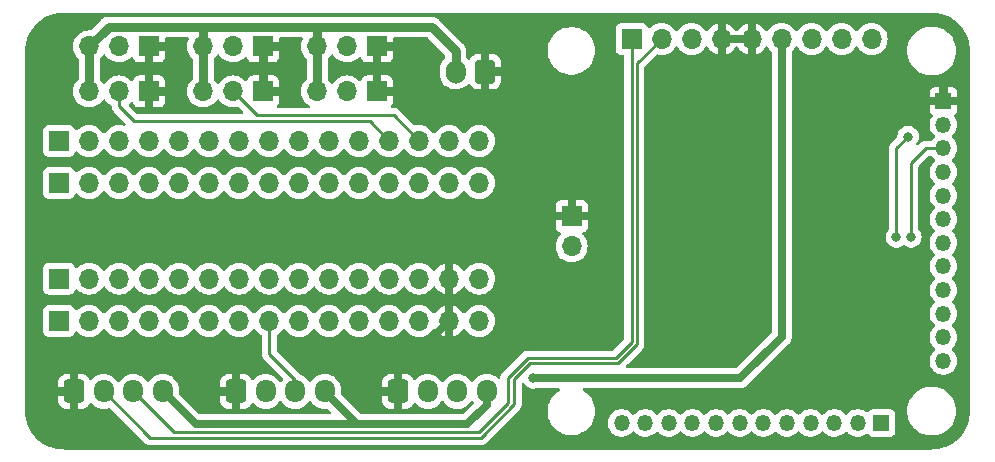
<source format=gbr>
%TF.GenerationSoftware,KiCad,Pcbnew,7.0.10*%
%TF.CreationDate,2024-02-12T04:38:06-05:00*%
%TF.ProjectId,SanBan,53616e42-616e-42e6-9b69-6361645f7063,rev?*%
%TF.SameCoordinates,Original*%
%TF.FileFunction,Copper,L2,Bot*%
%TF.FilePolarity,Positive*%
%FSLAX46Y46*%
G04 Gerber Fmt 4.6, Leading zero omitted, Abs format (unit mm)*
G04 Created by KiCad (PCBNEW 7.0.10) date 2024-02-12 04:38:06*
%MOMM*%
%LPD*%
G01*
G04 APERTURE LIST*
G04 Aperture macros list*
%AMRoundRect*
0 Rectangle with rounded corners*
0 $1 Rounding radius*
0 $2 $3 $4 $5 $6 $7 $8 $9 X,Y pos of 4 corners*
0 Add a 4 corners polygon primitive as box body*
4,1,4,$2,$3,$4,$5,$6,$7,$8,$9,$2,$3,0*
0 Add four circle primitives for the rounded corners*
1,1,$1+$1,$2,$3*
1,1,$1+$1,$4,$5*
1,1,$1+$1,$6,$7*
1,1,$1+$1,$8,$9*
0 Add four rect primitives between the rounded corners*
20,1,$1+$1,$2,$3,$4,$5,0*
20,1,$1+$1,$4,$5,$6,$7,0*
20,1,$1+$1,$6,$7,$8,$9,0*
20,1,$1+$1,$8,$9,$2,$3,0*%
G04 Aperture macros list end*
%TA.AperFunction,ComponentPad*%
%ADD10O,1.700000X1.700000*%
%TD*%
%TA.AperFunction,ComponentPad*%
%ADD11R,1.700000X1.700000*%
%TD*%
%TA.AperFunction,ComponentPad*%
%ADD12O,1.350000X1.350000*%
%TD*%
%TA.AperFunction,ComponentPad*%
%ADD13R,1.350000X1.350000*%
%TD*%
%TA.AperFunction,ComponentPad*%
%ADD14RoundRect,0.250000X-0.600000X-0.725000X0.600000X-0.725000X0.600000X0.725000X-0.600000X0.725000X0*%
%TD*%
%TA.AperFunction,ComponentPad*%
%ADD15O,1.700000X1.950000*%
%TD*%
%TA.AperFunction,ComponentPad*%
%ADD16RoundRect,0.250000X0.600000X0.750000X-0.600000X0.750000X-0.600000X-0.750000X0.600000X-0.750000X0*%
%TD*%
%TA.AperFunction,ComponentPad*%
%ADD17O,1.700000X2.000000*%
%TD*%
%TA.AperFunction,ViaPad*%
%ADD18C,0.800000*%
%TD*%
%TA.AperFunction,Conductor*%
%ADD19C,0.700000*%
%TD*%
%TA.AperFunction,Conductor*%
%ADD20C,0.750000*%
%TD*%
%TA.AperFunction,Conductor*%
%ADD21C,0.250000*%
%TD*%
G04 APERTURE END LIST*
D10*
%TO.P,J4,2,Pin_2*%
%TO.N,+BATT*%
X156730000Y-83235000D03*
D11*
%TO.P,J4,1,Pin_1*%
%TO.N,GND*%
X156730000Y-80695000D03*
%TD*%
%TO.P,J11,1,Pin_1*%
%TO.N,GND*%
X140257000Y-70125000D03*
D10*
%TO.P,J11,2,Pin_2*%
%TO.N,PWM5*%
X137717000Y-70125000D03*
%TO.P,J11,3,Pin_3*%
%TO.N,+5V*%
X135177000Y-70125000D03*
%TD*%
D12*
%TO.P,J2,12,Pin_12*%
%TO.N,unconnected-(J2-Pin_12-Pad12)*%
X188205000Y-92945000D03*
%TO.P,J2,11,Pin_11*%
%TO.N,unconnected-(J2-Pin_11-Pad11)*%
X188205000Y-90945000D03*
%TO.P,J2,10,Pin_10*%
%TO.N,unconnected-(J2-Pin_10-Pad10)*%
X188205000Y-88945000D03*
%TO.P,J2,9,Pin_9*%
%TO.N,unconnected-(J2-Pin_9-Pad9)*%
X188205000Y-86945000D03*
%TO.P,J2,8,Pin_8*%
%TO.N,unconnected-(J2-Pin_8-Pad8)*%
X188205000Y-84945000D03*
%TO.P,J2,7,Pin_7*%
%TO.N,unconnected-(J2-Pin_7-Pad7)*%
X188205000Y-82945000D03*
%TO.P,J2,6,Pin_6*%
%TO.N,I2C_CLK*%
X188205000Y-80945000D03*
%TO.P,J2,5,Pin_5*%
%TO.N,I2C_DATA*%
X188205000Y-78945000D03*
%TO.P,J2,4,Pin_4*%
%TO.N,Net-(J2-Pin_4)*%
X188205000Y-76945000D03*
%TO.P,J2,3,Pin_3*%
%TO.N,BT_TX*%
X188205000Y-74945000D03*
%TO.P,J2,2,Pin_2*%
%TO.N,unconnected-(J2-Pin_2-Pad2)*%
X188205000Y-72945000D03*
D13*
%TO.P,J2,1,Pin_1*%
%TO.N,GND*%
X188205000Y-70945000D03*
%TD*%
D11*
%TO.P,J10,1,Pin_1*%
%TO.N,GND*%
X130605000Y-70125000D03*
D10*
%TO.P,J10,2,Pin_2*%
%TO.N,PWM4*%
X128065000Y-70125000D03*
%TO.P,J10,3,Pin_3*%
%TO.N,+5V*%
X125525000Y-70125000D03*
%TD*%
D11*
%TO.P,J9,1,Pin_1*%
%TO.N,GND*%
X120953000Y-70125000D03*
D10*
%TO.P,J9,2,Pin_2*%
%TO.N,PWM3*%
X118413000Y-70125000D03*
%TO.P,J9,3,Pin_3*%
%TO.N,+5V*%
X115873000Y-70125000D03*
%TD*%
D11*
%TO.P,J8,1,Pin_1*%
%TO.N,GND*%
X140257000Y-66315000D03*
D10*
%TO.P,J8,2,Pin_2*%
%TO.N,PWM2*%
X137717000Y-66315000D03*
%TO.P,J8,3,Pin_3*%
%TO.N,+5V*%
X135177000Y-66315000D03*
%TD*%
D11*
%TO.P,J7,1,Pin_1*%
%TO.N,GND*%
X130605000Y-66315000D03*
D10*
%TO.P,J7,2,Pin_2*%
%TO.N,PWM1*%
X128065000Y-66315000D03*
%TO.P,J7,3,Pin_3*%
%TO.N,+5V*%
X125525000Y-66315000D03*
%TD*%
%TO.P,J6,3,Pin_3*%
%TO.N,+5V*%
X115873000Y-66315000D03*
%TO.P,J6,2,Pin_2*%
%TO.N,PWM0*%
X118413000Y-66315000D03*
D11*
%TO.P,J6,1,Pin_1*%
%TO.N,GND*%
X120953000Y-66315000D03*
%TD*%
%TO.P,J3,1,Pin_1*%
%TO.N,GPS_TX*%
X161805000Y-65670000D03*
D10*
%TO.P,J3,2,Pin_2*%
%TO.N,GPS_RX*%
X164345000Y-65670000D03*
%TO.P,J3,3,Pin_3*%
%TO.N,unconnected-(J3-Pin_3-Pad3)*%
X166885000Y-65670000D03*
%TO.P,J3,4,Pin_4*%
%TO.N,GND*%
X169425000Y-65670000D03*
%TO.P,J3,5,Pin_5*%
X171965000Y-65670000D03*
%TO.P,J3,6,Pin_6*%
%TO.N,5V_ESC*%
X174505000Y-65670000D03*
%TO.P,J3,7,Pin_7*%
%TO.N,unconnected-(J3-Pin_7-Pad7)*%
X177045000Y-65670000D03*
%TO.P,J3,8,Pin_8*%
%TO.N,unconnected-(J3-Pin_8-Pad8)*%
X179585000Y-65670000D03*
%TO.P,J3,9,Pin_9*%
%TO.N,unconnected-(J3-Pin_9-Pad9)*%
X182125000Y-65670000D03*
%TD*%
D12*
%TO.P,J1,12,Pin_12*%
%TO.N,unconnected-(J1-Pin_12-Pad12)*%
X160955000Y-98195000D03*
%TO.P,J1,11,Pin_11*%
%TO.N,unconnected-(J1-Pin_11-Pad11)*%
X162955000Y-98195000D03*
%TO.P,J1,10,Pin_10*%
%TO.N,unconnected-(J1-Pin_10-Pad10)*%
X164955000Y-98195000D03*
%TO.P,J1,9,Pin_9*%
%TO.N,unconnected-(J1-Pin_9-Pad9)*%
X166955000Y-98195000D03*
%TO.P,J1,8,Pin_8*%
%TO.N,unconnected-(J1-Pin_8-Pad8)*%
X168955000Y-98195000D03*
%TO.P,J1,7,Pin_7*%
%TO.N,unconnected-(J1-Pin_7-Pad7)*%
X170955000Y-98195000D03*
%TO.P,J1,6,Pin_6*%
%TO.N,unconnected-(J1-Pin_6-Pad6)*%
X172955000Y-98195000D03*
%TO.P,J1,5,Pin_5*%
%TO.N,unconnected-(J1-Pin_5-Pad5)*%
X174955000Y-98195000D03*
%TO.P,J1,4,Pin_4*%
%TO.N,unconnected-(J1-Pin_4-Pad4)*%
X176955000Y-98195000D03*
%TO.P,J1,3,Pin_3*%
%TO.N,unconnected-(J1-Pin_3-Pad3)*%
X178955000Y-98195000D03*
%TO.P,J1,2,Pin_2*%
%TO.N,unconnected-(J1-Pin_2-Pad2)*%
X180955000Y-98195000D03*
D13*
%TO.P,J1,1,Pin_1*%
%TO.N,unconnected-(J1-Pin_1-Pad1)*%
X182955000Y-98195000D03*
%TD*%
D14*
%TO.P,J13,1,Pin_1*%
%TO.N,GND*%
X114603000Y-95525000D03*
D15*
%TO.P,J13,2,Pin_2*%
%TO.N,GPS_RX*%
X117103000Y-95525000D03*
%TO.P,J13,3,Pin_3*%
%TO.N,GPS_TX*%
X119603000Y-95525000D03*
%TO.P,J13,4,Pin_4*%
%TO.N,5V_ESC*%
X122103000Y-95525000D03*
%TD*%
D11*
%TO.P,J15,1,Pin_1*%
%TO.N,Net-(J15-Pin_1)*%
X113333000Y-89547000D03*
D10*
%TO.P,J15,2,Pin_2*%
%TO.N,Net-(J15-Pin_2)*%
X115873000Y-89547000D03*
%TO.P,J15,3,Pin_3*%
%TO.N,Net-(J15-Pin_3)*%
X118413000Y-89547000D03*
%TO.P,J15,4,Pin_4*%
%TO.N,Net-(J15-Pin_4)*%
X120953000Y-89547000D03*
%TO.P,J15,5,Pin_5*%
%TO.N,Net-(J15-Pin_5)*%
X123493000Y-89547000D03*
%TO.P,J15,6,Pin_6*%
%TO.N,Net-(J15-Pin_6)*%
X126033000Y-89547000D03*
%TO.P,J15,7,Pin_7*%
%TO.N,Net-(J15-Pin_7)*%
X128573000Y-89547000D03*
%TO.P,J15,8,Pin_8*%
%TO.N,I2C_DATA*%
X131113000Y-89547000D03*
%TO.P,J15,9,Pin_9*%
%TO.N,I2C_CLK*%
X133653000Y-89547000D03*
%TO.P,J15,10,Pin_10*%
%TO.N,Net-(J15-Pin_10)*%
X136193000Y-89547000D03*
%TO.P,J15,11,Pin_11*%
%TO.N,Net-(J15-Pin_11)*%
X138733000Y-89547000D03*
%TO.P,J15,12,Pin_12*%
%TO.N,+5V*%
X141273000Y-89547000D03*
%TO.P,J15,13,Pin_13*%
%TO.N,Net-(J15-Pin_13)*%
X143813000Y-89547000D03*
%TO.P,J15,14,Pin_14*%
%TO.N,GND*%
X146353000Y-89547000D03*
%TO.P,J15,15,Pin_15*%
%TO.N,Net-(J15-Pin_15)*%
X148893000Y-89547000D03*
%TD*%
D11*
%TO.P,J17,1,Pin_1*%
%TO.N,Net-(J15-Pin_1)*%
X113333000Y-85974600D03*
D10*
%TO.P,J17,2,Pin_2*%
%TO.N,Net-(J15-Pin_2)*%
X115873000Y-85974600D03*
%TO.P,J17,3,Pin_3*%
%TO.N,Net-(J15-Pin_3)*%
X118413000Y-85974600D03*
%TO.P,J17,4,Pin_4*%
%TO.N,Net-(J15-Pin_4)*%
X120953000Y-85974600D03*
%TO.P,J17,5,Pin_5*%
%TO.N,Net-(J15-Pin_5)*%
X123493000Y-85974600D03*
%TO.P,J17,6,Pin_6*%
%TO.N,Net-(J15-Pin_6)*%
X126033000Y-85974600D03*
%TO.P,J17,7,Pin_7*%
%TO.N,Net-(J15-Pin_7)*%
X128573000Y-85974600D03*
%TO.P,J17,8,Pin_8*%
%TO.N,I2C_DATA*%
X131113000Y-85974600D03*
%TO.P,J17,9,Pin_9*%
%TO.N,I2C_CLK*%
X133653000Y-85974600D03*
%TO.P,J17,10,Pin_10*%
%TO.N,Net-(J15-Pin_10)*%
X136193000Y-85974600D03*
%TO.P,J17,11,Pin_11*%
%TO.N,Net-(J15-Pin_11)*%
X138733000Y-85974600D03*
%TO.P,J17,12,Pin_12*%
%TO.N,+5V*%
X141273000Y-85974600D03*
%TO.P,J17,13,Pin_13*%
%TO.N,Net-(J15-Pin_13)*%
X143813000Y-85974600D03*
%TO.P,J17,14,Pin_14*%
%TO.N,GND*%
X146353000Y-85974600D03*
%TO.P,J17,15,Pin_15*%
%TO.N,Net-(J15-Pin_15)*%
X148893000Y-85974600D03*
%TD*%
D15*
%TO.P,J12,4,Pin_4*%
%TO.N,5V_ESC*%
X135819000Y-95525000D03*
%TO.P,J12,3,Pin_3*%
%TO.N,I2C_DATA*%
X133319000Y-95525000D03*
%TO.P,J12,2,Pin_2*%
%TO.N,I2C_CLK*%
X130819000Y-95525000D03*
D14*
%TO.P,J12,1,Pin_1*%
%TO.N,GND*%
X128319000Y-95525000D03*
%TD*%
D11*
%TO.P,J16,1,Pin_1*%
%TO.N,Net-(J16-Pin_1)*%
X113333000Y-74307000D03*
D10*
%TO.P,J16,2,Pin_2*%
%TO.N,Net-(J16-Pin_2)*%
X115873000Y-74307000D03*
%TO.P,J16,3,Pin_3*%
%TO.N,Net-(J16-Pin_3)*%
X118413000Y-74307000D03*
%TO.P,J16,4,Pin_4*%
%TO.N,Net-(J16-Pin_4)*%
X120953000Y-74307000D03*
%TO.P,J16,5,Pin_5*%
%TO.N,Net-(J16-Pin_5)*%
X123493000Y-74307000D03*
%TO.P,J16,6,Pin_6*%
%TO.N,PWM0*%
X126033000Y-74307000D03*
%TO.P,J16,7,Pin_7*%
%TO.N,Net-(J16-Pin_7)*%
X128573000Y-74307000D03*
%TO.P,J16,8,Pin_8*%
%TO.N,PWM1*%
X131113000Y-74307000D03*
%TO.P,J16,9,Pin_9*%
%TO.N,PWM2*%
X133653000Y-74307000D03*
%TO.P,J16,10,Pin_10*%
%TO.N,Net-(J16-Pin_10)*%
X136193000Y-74307000D03*
%TO.P,J16,11,Pin_11*%
%TO.N,Net-(J16-Pin_11)*%
X138733000Y-74307000D03*
%TO.P,J16,12,Pin_12*%
%TO.N,PWM3*%
X141273000Y-74307000D03*
%TO.P,J16,13,Pin_13*%
%TO.N,PWM4*%
X143813000Y-74307000D03*
%TO.P,J16,14,Pin_14*%
%TO.N,PWM5*%
X146353000Y-74307000D03*
%TO.P,J16,15,Pin_15*%
%TO.N,Net-(J16-Pin_15)*%
X148893000Y-74307000D03*
%TD*%
D11*
%TO.P,J18,1,Pin_1*%
%TO.N,Net-(J16-Pin_1)*%
X113333000Y-77872000D03*
D10*
%TO.P,J18,2,Pin_2*%
%TO.N,Net-(J16-Pin_2)*%
X115873000Y-77872000D03*
%TO.P,J18,3,Pin_3*%
%TO.N,Net-(J16-Pin_3)*%
X118413000Y-77872000D03*
%TO.P,J18,4,Pin_4*%
%TO.N,Net-(J16-Pin_4)*%
X120953000Y-77872000D03*
%TO.P,J18,5,Pin_5*%
%TO.N,Net-(J16-Pin_5)*%
X123493000Y-77872000D03*
%TO.P,J18,6,Pin_6*%
%TO.N,PWM0*%
X126033000Y-77872000D03*
%TO.P,J18,7,Pin_7*%
%TO.N,Net-(J16-Pin_7)*%
X128573000Y-77872000D03*
%TO.P,J18,8,Pin_8*%
%TO.N,PWM1*%
X131113000Y-77872000D03*
%TO.P,J18,9,Pin_9*%
%TO.N,PWM2*%
X133653000Y-77872000D03*
%TO.P,J18,10,Pin_10*%
%TO.N,Net-(J16-Pin_10)*%
X136193000Y-77872000D03*
%TO.P,J18,11,Pin_11*%
%TO.N,Net-(J16-Pin_11)*%
X138733000Y-77872000D03*
%TO.P,J18,12,Pin_12*%
%TO.N,PWM3*%
X141273000Y-77872000D03*
%TO.P,J18,13,Pin_13*%
%TO.N,PWM4*%
X143813000Y-77872000D03*
%TO.P,J18,14,Pin_14*%
%TO.N,PWM5*%
X146353000Y-77872000D03*
%TO.P,J18,15,Pin_15*%
%TO.N,Net-(J16-Pin_15)*%
X148893000Y-77872000D03*
%TD*%
D15*
%TO.P,J5,4,Pin_4*%
%TO.N,5V_ESC*%
X149535000Y-95525000D03*
%TO.P,J5,3,Pin_3*%
%TO.N,BT_TX*%
X147035000Y-95525000D03*
%TO.P,J5,2,Pin_2*%
%TO.N,BT_RX*%
X144535000Y-95525000D03*
D14*
%TO.P,J5,1,Pin_1*%
%TO.N,GND*%
X142035000Y-95525000D03*
%TD*%
D16*
%TO.P,J14,1,Pin_1*%
%TO.N,GND*%
X149401000Y-68445000D03*
D17*
%TO.P,J14,2,Pin_2*%
%TO.N,+5V*%
X146901000Y-68445000D03*
%TD*%
D18*
%TO.N,GND*%
X179627000Y-74189000D03*
X179627000Y-71903000D03*
X172205000Y-80195000D03*
X168070000Y-80285000D03*
X169340000Y-80285000D03*
X168705000Y-81174000D03*
X168705000Y-79269000D03*
X167435000Y-81174000D03*
X169975000Y-81174000D03*
X169975000Y-79269000D03*
X167435000Y-79269000D03*
X175817000Y-74189000D03*
X175817000Y-71903000D03*
X172205000Y-85695000D03*
%TO.N,5V_ESC*%
X153465000Y-94382000D03*
%TO.N,BT_RX*%
X185205000Y-73945000D03*
X184205000Y-82445000D03*
%TO.N,BT_TX*%
X185455000Y-82445000D03*
%TD*%
D19*
%TO.N,GND*%
X175817000Y-74189000D02*
X179627000Y-74189000D01*
X175817000Y-71903000D02*
X179627000Y-71903000D01*
D20*
X130605000Y-66315000D02*
X130605000Y-70125000D01*
D19*
%TO.N,5V_ESC*%
X135819000Y-95559000D02*
X138580000Y-98320000D01*
X135819000Y-95525000D02*
X135819000Y-95559000D01*
X138606000Y-98320000D02*
X138606000Y-98319000D01*
X124898000Y-98320000D02*
X147876000Y-98320000D01*
X149535000Y-96661000D02*
X149535000Y-95525000D01*
X122103000Y-95525000D02*
X124898000Y-98320000D01*
X147876000Y-98320000D02*
X149535000Y-96661000D01*
X171018000Y-94382000D02*
X153465000Y-94382000D01*
X174505000Y-90895000D02*
X171018000Y-94382000D01*
X174505000Y-65670000D02*
X174505000Y-90895000D01*
%TO.N,GND*%
X172007000Y-85497000D02*
X172205000Y-85695000D01*
D20*
%TO.N,+5V*%
X135177000Y-66315000D02*
X135177000Y-64664000D01*
X125525000Y-64664000D02*
X135177000Y-64664000D01*
X135177000Y-64664000D02*
X144870000Y-64664000D01*
X144870000Y-64664000D02*
X146901000Y-66695000D01*
X146901000Y-66695000D02*
X146901000Y-68445000D01*
X125525000Y-64664000D02*
X125525000Y-66315000D01*
X117524000Y-64664000D02*
X125525000Y-64664000D01*
X115873000Y-66315000D02*
X117524000Y-64664000D01*
D19*
%TO.N,GND*%
X146353000Y-89547000D02*
X142035000Y-93865000D01*
X142035000Y-93865000D02*
X142035000Y-95525000D01*
X172205000Y-80195000D02*
X172205000Y-85695000D01*
D21*
%TO.N,GPS_RX*%
X162255000Y-67760000D02*
X164345000Y-65670000D01*
X153187792Y-93145000D02*
X160641396Y-93145000D01*
X151855000Y-94477792D02*
X153187792Y-93145000D01*
X151855000Y-96629792D02*
X151855000Y-94477792D01*
X149039792Y-99445000D02*
X151855000Y-96629792D01*
X160641396Y-93145000D02*
X162255000Y-91531396D01*
X121023000Y-99445000D02*
X149039792Y-99445000D01*
X162255000Y-91531396D02*
X162255000Y-67760000D01*
X117103000Y-95525000D02*
X121023000Y-99445000D01*
%TO.N,GPS_TX*%
X160455000Y-92695000D02*
X161805000Y-91345000D01*
X153001396Y-92695000D02*
X160455000Y-92695000D01*
X151306000Y-94390396D02*
X153001396Y-92695000D01*
X148853396Y-98995000D02*
X151306000Y-96542396D01*
X151306000Y-96542396D02*
X151306000Y-94390396D01*
X123073000Y-98995000D02*
X148853396Y-98995000D01*
X119603000Y-95525000D02*
X123073000Y-98995000D01*
X161805000Y-91345000D02*
X161805000Y-65670000D01*
%TO.N,BT_RX*%
X184205000Y-74945000D02*
X185205000Y-73945000D01*
X184205000Y-82445000D02*
X184205000Y-74945000D01*
%TO.N,BT_TX*%
X186705000Y-74945000D02*
X188205000Y-74945000D01*
X185455000Y-76195000D02*
X186705000Y-74945000D01*
X185455000Y-82445000D02*
X185455000Y-76195000D01*
%TO.N,I2C_DATA*%
X131113000Y-92353000D02*
X131113000Y-89547000D01*
X133319000Y-94559000D02*
X131113000Y-92353000D01*
X133319000Y-95525000D02*
X133319000Y-94559000D01*
D20*
%TO.N,+5V*%
X135177000Y-70125000D02*
X135177000Y-66315000D01*
X125525000Y-70125000D02*
X125525000Y-66315000D01*
X115873000Y-70125000D02*
X115873000Y-66315000D01*
D21*
%TO.N,PWM4*%
X130097000Y-72157000D02*
X128065000Y-70125000D01*
X141663000Y-72157000D02*
X130097000Y-72157000D01*
X143813000Y-74307000D02*
X141663000Y-72157000D01*
%TO.N,PWM3*%
X118413000Y-71395000D02*
X119683000Y-72665000D01*
X119683000Y-72665000D02*
X139631000Y-72665000D01*
X139631000Y-72665000D02*
X141273000Y-74307000D01*
X118413000Y-70125000D02*
X118413000Y-71395000D01*
%TD*%
%TA.AperFunction,Conductor*%
%TO.N,GND*%
G36*
X172315000Y-66973838D02*
G01*
X172428489Y-66943431D01*
X172428490Y-66943431D01*
X172642578Y-66843600D01*
X172836082Y-66708105D01*
X173003105Y-66541082D01*
X173133119Y-66355405D01*
X173187696Y-66311781D01*
X173257195Y-66304588D01*
X173319549Y-66336110D01*
X173336269Y-66355405D01*
X173466505Y-66541401D01*
X173466506Y-66541402D01*
X173618181Y-66693077D01*
X173651666Y-66754400D01*
X173654500Y-66780758D01*
X173654500Y-90491349D01*
X173634815Y-90558388D01*
X173618181Y-90579030D01*
X170702030Y-93495181D01*
X170640707Y-93528666D01*
X170614349Y-93531500D01*
X161438848Y-93531500D01*
X161371809Y-93511815D01*
X161326054Y-93459011D01*
X161316110Y-93389853D01*
X161345135Y-93326297D01*
X161351167Y-93319819D01*
X161509068Y-93161918D01*
X162638786Y-92032198D01*
X162651048Y-92022376D01*
X162650865Y-92022155D01*
X162656868Y-92017187D01*
X162656877Y-92017182D01*
X162702934Y-91968135D01*
X162705582Y-91965402D01*
X162725120Y-91945866D01*
X162727570Y-91942706D01*
X162735154Y-91933825D01*
X162765062Y-91901978D01*
X162774714Y-91884419D01*
X162785389Y-91868168D01*
X162797674Y-91852332D01*
X162815030Y-91812221D01*
X162820161Y-91801750D01*
X162841194Y-91763494D01*
X162841194Y-91763493D01*
X162841197Y-91763488D01*
X162846180Y-91744076D01*
X162852477Y-91725687D01*
X162860438Y-91707291D01*
X162867270Y-91664144D01*
X162869639Y-91652712D01*
X162880499Y-91610418D01*
X162880500Y-91610413D01*
X162880500Y-91590379D01*
X162882027Y-91570978D01*
X162882741Y-91566472D01*
X162885160Y-91551200D01*
X162881050Y-91507720D01*
X162880500Y-91496051D01*
X162880500Y-68070451D01*
X162900185Y-68003412D01*
X162916814Y-67982774D01*
X163889353Y-67010235D01*
X163950674Y-66976752D01*
X164009125Y-66978143D01*
X164043780Y-66987428D01*
X164109592Y-67005063D01*
X164286034Y-67020500D01*
X164344999Y-67025659D01*
X164345000Y-67025659D01*
X164345001Y-67025659D01*
X164384234Y-67022226D01*
X164580408Y-67005063D01*
X164808663Y-66943903D01*
X165022830Y-66844035D01*
X165216401Y-66708495D01*
X165383495Y-66541401D01*
X165513425Y-66355842D01*
X165568002Y-66312217D01*
X165637500Y-66305023D01*
X165699855Y-66336546D01*
X165716575Y-66355842D01*
X165846500Y-66541395D01*
X165846505Y-66541401D01*
X166013599Y-66708495D01*
X166110384Y-66776265D01*
X166207165Y-66844032D01*
X166207167Y-66844033D01*
X166207170Y-66844035D01*
X166421337Y-66943903D01*
X166421343Y-66943904D01*
X166421344Y-66943905D01*
X166444177Y-66950023D01*
X166649592Y-67005063D01*
X166826034Y-67020500D01*
X166884999Y-67025659D01*
X166885000Y-67025659D01*
X166885001Y-67025659D01*
X166924234Y-67022226D01*
X167120408Y-67005063D01*
X167348663Y-66943903D01*
X167562830Y-66844035D01*
X167756401Y-66708495D01*
X167923495Y-66541401D01*
X168053730Y-66355405D01*
X168108307Y-66311781D01*
X168177805Y-66304587D01*
X168240160Y-66336110D01*
X168256879Y-66355405D01*
X168386890Y-66541078D01*
X168553917Y-66708105D01*
X168747421Y-66843600D01*
X168961510Y-66943431D01*
X169075000Y-66973839D01*
X169075000Y-66028318D01*
X169151900Y-66094952D01*
X169282685Y-66154680D01*
X169389237Y-66170000D01*
X169460763Y-66170000D01*
X169567315Y-66154680D01*
X169698100Y-66094952D01*
X169775000Y-66028318D01*
X169775000Y-66973838D01*
X169888489Y-66943431D01*
X169888490Y-66943431D01*
X170102578Y-66843600D01*
X170296082Y-66708105D01*
X170463105Y-66541082D01*
X170593425Y-66354968D01*
X170648002Y-66311344D01*
X170717501Y-66304151D01*
X170779855Y-66335673D01*
X170796575Y-66354968D01*
X170926894Y-66541082D01*
X171093917Y-66708105D01*
X171287421Y-66843600D01*
X171501510Y-66943431D01*
X171615000Y-66973839D01*
X171615000Y-66028318D01*
X171691900Y-66094952D01*
X171822685Y-66154680D01*
X171929237Y-66170000D01*
X172000763Y-66170000D01*
X172107315Y-66154680D01*
X172238100Y-66094952D01*
X172315000Y-66028318D01*
X172315000Y-66973838D01*
G37*
%TD.AperFunction*%
%TA.AperFunction,Conductor*%
G36*
X171583239Y-65339202D02*
G01*
X171505507Y-65460156D01*
X171465000Y-65598111D01*
X171465000Y-65741889D01*
X171505507Y-65879844D01*
X171583239Y-66000798D01*
X171605400Y-66020000D01*
X169784600Y-66020000D01*
X169806761Y-66000798D01*
X169884493Y-65879844D01*
X169925000Y-65741889D01*
X169925000Y-65598111D01*
X169884493Y-65460156D01*
X169806761Y-65339202D01*
X169784600Y-65320000D01*
X171605400Y-65320000D01*
X171583239Y-65339202D01*
G37*
%TD.AperFunction*%
%TA.AperFunction,Conductor*%
G36*
X124268907Y-65559185D02*
G01*
X124314662Y-65611989D01*
X124324606Y-65681147D01*
X124314250Y-65715905D01*
X124251098Y-65851335D01*
X124251094Y-65851344D01*
X124189938Y-66079586D01*
X124189936Y-66079596D01*
X124169341Y-66314999D01*
X124169341Y-66315000D01*
X124189936Y-66550403D01*
X124189938Y-66550413D01*
X124251094Y-66778655D01*
X124251096Y-66778659D01*
X124251097Y-66778663D01*
X124333555Y-66955494D01*
X124350965Y-66992830D01*
X124350967Y-66992834D01*
X124432312Y-67109006D01*
X124486501Y-67186396D01*
X124486506Y-67186402D01*
X124613181Y-67313077D01*
X124646666Y-67374400D01*
X124649500Y-67400758D01*
X124649500Y-69039241D01*
X124629815Y-69106280D01*
X124613181Y-69126922D01*
X124486505Y-69253597D01*
X124350965Y-69447169D01*
X124350964Y-69447171D01*
X124251098Y-69661335D01*
X124251094Y-69661344D01*
X124189938Y-69889586D01*
X124189936Y-69889596D01*
X124169341Y-70124999D01*
X124169341Y-70125000D01*
X124189936Y-70360403D01*
X124189938Y-70360413D01*
X124251094Y-70588655D01*
X124251096Y-70588659D01*
X124251097Y-70588663D01*
X124306258Y-70706955D01*
X124350965Y-70802830D01*
X124350967Y-70802834D01*
X124450514Y-70945000D01*
X124486505Y-70996401D01*
X124653599Y-71163495D01*
X124730135Y-71217086D01*
X124847165Y-71299032D01*
X124847167Y-71299033D01*
X124847170Y-71299035D01*
X125061337Y-71398903D01*
X125061343Y-71398904D01*
X125061344Y-71398905D01*
X125083397Y-71404814D01*
X125289592Y-71460063D01*
X125460319Y-71475000D01*
X125524999Y-71480659D01*
X125525000Y-71480659D01*
X125525001Y-71480659D01*
X125589681Y-71475000D01*
X125760408Y-71460063D01*
X125988663Y-71398903D01*
X126202830Y-71299035D01*
X126396401Y-71163495D01*
X126563495Y-70996401D01*
X126693425Y-70810842D01*
X126748002Y-70767217D01*
X126817500Y-70760023D01*
X126879855Y-70791546D01*
X126896575Y-70810842D01*
X127026500Y-70996395D01*
X127026505Y-70996401D01*
X127193599Y-71163495D01*
X127270135Y-71217086D01*
X127387165Y-71299032D01*
X127387167Y-71299033D01*
X127387170Y-71299035D01*
X127601337Y-71398903D01*
X127601343Y-71398904D01*
X127601344Y-71398905D01*
X127623397Y-71404814D01*
X127829592Y-71460063D01*
X128000319Y-71475000D01*
X128064999Y-71480659D01*
X128065000Y-71480659D01*
X128065001Y-71480659D01*
X128129681Y-71475000D01*
X128300408Y-71460063D01*
X128400873Y-71433143D01*
X128470722Y-71434806D01*
X128520647Y-71465237D01*
X128883228Y-71827819D01*
X128916713Y-71889142D01*
X128911729Y-71958834D01*
X128869857Y-72014767D01*
X128804393Y-72039184D01*
X128795547Y-72039500D01*
X119993453Y-72039500D01*
X119926414Y-72019815D01*
X119905772Y-72003181D01*
X119260490Y-71357899D01*
X119227005Y-71296576D01*
X119231989Y-71226884D01*
X119273861Y-71170951D01*
X119277036Y-71168651D01*
X119284401Y-71163495D01*
X119406717Y-71041178D01*
X119468036Y-71007696D01*
X119537728Y-71012680D01*
X119593662Y-71054551D01*
X119610577Y-71085528D01*
X119659646Y-71217088D01*
X119659649Y-71217093D01*
X119745809Y-71332187D01*
X119745812Y-71332190D01*
X119860906Y-71418350D01*
X119860913Y-71418354D01*
X119995620Y-71468596D01*
X119995627Y-71468598D01*
X120055155Y-71474999D01*
X120055172Y-71475000D01*
X120603000Y-71475000D01*
X120603000Y-70483318D01*
X120679900Y-70549952D01*
X120810685Y-70609680D01*
X120917237Y-70625000D01*
X120988763Y-70625000D01*
X121095315Y-70609680D01*
X121226100Y-70549952D01*
X121303000Y-70483318D01*
X121303000Y-71475000D01*
X121850828Y-71475000D01*
X121850844Y-71474999D01*
X121910372Y-71468598D01*
X121910379Y-71468596D01*
X122045086Y-71418354D01*
X122045093Y-71418350D01*
X122160187Y-71332190D01*
X122160190Y-71332187D01*
X122246350Y-71217093D01*
X122246354Y-71217086D01*
X122296596Y-71082379D01*
X122296598Y-71082372D01*
X122302999Y-71022844D01*
X122303000Y-71022827D01*
X122303000Y-70475000D01*
X121312600Y-70475000D01*
X121334761Y-70455798D01*
X121412493Y-70334844D01*
X121453000Y-70196889D01*
X121453000Y-70053111D01*
X121412493Y-69915156D01*
X121334761Y-69794202D01*
X121312600Y-69775000D01*
X122303000Y-69775000D01*
X122303000Y-69227172D01*
X122302999Y-69227155D01*
X122296598Y-69167627D01*
X122296596Y-69167620D01*
X122246354Y-69032913D01*
X122246350Y-69032906D01*
X122160190Y-68917812D01*
X122160187Y-68917809D01*
X122045093Y-68831649D01*
X122045086Y-68831645D01*
X121910379Y-68781403D01*
X121910372Y-68781401D01*
X121850844Y-68775000D01*
X121303000Y-68775000D01*
X121303000Y-69766681D01*
X121226100Y-69700048D01*
X121095315Y-69640320D01*
X120988763Y-69625000D01*
X120917237Y-69625000D01*
X120810685Y-69640320D01*
X120679900Y-69700048D01*
X120603000Y-69766681D01*
X120603000Y-68775000D01*
X120055155Y-68775000D01*
X119995627Y-68781401D01*
X119995620Y-68781403D01*
X119860913Y-68831645D01*
X119860906Y-68831649D01*
X119745812Y-68917809D01*
X119745809Y-68917812D01*
X119659649Y-69032906D01*
X119659645Y-69032913D01*
X119610578Y-69164470D01*
X119568707Y-69220404D01*
X119503242Y-69244821D01*
X119434969Y-69229969D01*
X119406715Y-69208819D01*
X119362366Y-69164470D01*
X119284401Y-69086505D01*
X119284397Y-69086502D01*
X119284396Y-69086501D01*
X119090834Y-68950967D01*
X119090830Y-68950965D01*
X119019727Y-68917809D01*
X118876663Y-68851097D01*
X118876659Y-68851096D01*
X118876655Y-68851094D01*
X118648413Y-68789938D01*
X118648403Y-68789936D01*
X118413001Y-68769341D01*
X118412999Y-68769341D01*
X118177596Y-68789936D01*
X118177586Y-68789938D01*
X117949344Y-68851094D01*
X117949335Y-68851098D01*
X117735171Y-68950964D01*
X117735169Y-68950965D01*
X117541597Y-69086505D01*
X117374505Y-69253597D01*
X117244575Y-69439158D01*
X117189998Y-69482783D01*
X117120500Y-69489977D01*
X117058145Y-69458454D01*
X117041425Y-69439158D01*
X116911494Y-69253597D01*
X116784819Y-69126922D01*
X116751334Y-69065599D01*
X116748500Y-69039241D01*
X116748500Y-67400758D01*
X116768185Y-67333719D01*
X116784819Y-67313077D01*
X116846831Y-67251065D01*
X116911495Y-67186401D01*
X117034564Y-67010641D01*
X117041425Y-67000842D01*
X117096002Y-66957217D01*
X117165500Y-66950023D01*
X117227855Y-66981546D01*
X117244575Y-67000842D01*
X117374500Y-67186395D01*
X117374505Y-67186401D01*
X117541599Y-67353495D01*
X117638384Y-67421265D01*
X117735165Y-67489032D01*
X117735167Y-67489033D01*
X117735170Y-67489035D01*
X117949337Y-67588903D01*
X118177592Y-67650063D01*
X118348319Y-67665000D01*
X118412999Y-67670659D01*
X118413000Y-67670659D01*
X118413001Y-67670659D01*
X118477681Y-67665000D01*
X118648408Y-67650063D01*
X118876663Y-67588903D01*
X119090830Y-67489035D01*
X119284401Y-67353495D01*
X119406717Y-67231178D01*
X119468036Y-67197696D01*
X119537728Y-67202680D01*
X119593662Y-67244551D01*
X119610577Y-67275528D01*
X119659646Y-67407088D01*
X119659649Y-67407093D01*
X119745809Y-67522187D01*
X119745812Y-67522190D01*
X119860906Y-67608350D01*
X119860913Y-67608354D01*
X119995620Y-67658596D01*
X119995627Y-67658598D01*
X120055155Y-67664999D01*
X120055172Y-67665000D01*
X120603000Y-67665000D01*
X120603000Y-66673318D01*
X120679900Y-66739952D01*
X120810685Y-66799680D01*
X120917237Y-66815000D01*
X120988763Y-66815000D01*
X121095315Y-66799680D01*
X121226100Y-66739952D01*
X121303000Y-66673318D01*
X121303000Y-67665000D01*
X121850828Y-67665000D01*
X121850844Y-67664999D01*
X121910372Y-67658598D01*
X121910379Y-67658596D01*
X122045086Y-67608354D01*
X122045093Y-67608350D01*
X122160187Y-67522190D01*
X122160190Y-67522187D01*
X122246350Y-67407093D01*
X122246354Y-67407086D01*
X122296596Y-67272379D01*
X122296598Y-67272372D01*
X122302999Y-67212844D01*
X122303000Y-67212827D01*
X122303000Y-66665000D01*
X121312600Y-66665000D01*
X121334761Y-66645798D01*
X121412493Y-66524844D01*
X121453000Y-66386889D01*
X121453000Y-66243111D01*
X121412493Y-66105156D01*
X121334761Y-65984202D01*
X121312600Y-65965000D01*
X122303000Y-65965000D01*
X122303000Y-65663500D01*
X122322685Y-65596461D01*
X122375489Y-65550706D01*
X122427000Y-65539500D01*
X124201868Y-65539500D01*
X124268907Y-65559185D01*
G37*
%TD.AperFunction*%
%TA.AperFunction,Conductor*%
G36*
X133920907Y-65559185D02*
G01*
X133966662Y-65611989D01*
X133976606Y-65681147D01*
X133966250Y-65715905D01*
X133903098Y-65851335D01*
X133903094Y-65851344D01*
X133841938Y-66079586D01*
X133841936Y-66079596D01*
X133821341Y-66314999D01*
X133821341Y-66315000D01*
X133841936Y-66550403D01*
X133841938Y-66550413D01*
X133903094Y-66778655D01*
X133903096Y-66778659D01*
X133903097Y-66778663D01*
X133985555Y-66955494D01*
X134002965Y-66992830D01*
X134002967Y-66992834D01*
X134084312Y-67109006D01*
X134138501Y-67186396D01*
X134138506Y-67186402D01*
X134265181Y-67313077D01*
X134298666Y-67374400D01*
X134301500Y-67400758D01*
X134301500Y-69039241D01*
X134281815Y-69106280D01*
X134265181Y-69126922D01*
X134138505Y-69253597D01*
X134002965Y-69447169D01*
X134002964Y-69447171D01*
X133903098Y-69661335D01*
X133903094Y-69661344D01*
X133841938Y-69889586D01*
X133841936Y-69889596D01*
X133821341Y-70124999D01*
X133821341Y-70125000D01*
X133841936Y-70360403D01*
X133841938Y-70360413D01*
X133903094Y-70588655D01*
X133903096Y-70588659D01*
X133903097Y-70588663D01*
X133958258Y-70706955D01*
X134002965Y-70802830D01*
X134002967Y-70802834D01*
X134102514Y-70945000D01*
X134138505Y-70996401D01*
X134305599Y-71163495D01*
X134499170Y-71299035D01*
X134499179Y-71299039D01*
X134501036Y-71300112D01*
X134501695Y-71300803D01*
X134503604Y-71302140D01*
X134503335Y-71302523D01*
X134549252Y-71350679D01*
X134562476Y-71419285D01*
X134536509Y-71484151D01*
X134479595Y-71524680D01*
X134439037Y-71531500D01*
X131910707Y-71531500D01*
X131843668Y-71511815D01*
X131797913Y-71459011D01*
X131787969Y-71389853D01*
X131811441Y-71333189D01*
X131898350Y-71217093D01*
X131898354Y-71217086D01*
X131948596Y-71082379D01*
X131948598Y-71082372D01*
X131954999Y-71022844D01*
X131955000Y-71022827D01*
X131955000Y-70475000D01*
X130964600Y-70475000D01*
X130986761Y-70455798D01*
X131064493Y-70334844D01*
X131105000Y-70196889D01*
X131105000Y-70053111D01*
X131064493Y-69915156D01*
X130986761Y-69794202D01*
X130964600Y-69775000D01*
X131955000Y-69775000D01*
X131955000Y-69227172D01*
X131954999Y-69227155D01*
X131948598Y-69167627D01*
X131948596Y-69167620D01*
X131898354Y-69032913D01*
X131898350Y-69032906D01*
X131812190Y-68917812D01*
X131812187Y-68917809D01*
X131697093Y-68831649D01*
X131697086Y-68831645D01*
X131562379Y-68781403D01*
X131562372Y-68781401D01*
X131502844Y-68775000D01*
X130955000Y-68775000D01*
X130955000Y-69766681D01*
X130878100Y-69700048D01*
X130747315Y-69640320D01*
X130640763Y-69625000D01*
X130569237Y-69625000D01*
X130462685Y-69640320D01*
X130331900Y-69700048D01*
X130255000Y-69766681D01*
X130255000Y-68775000D01*
X129707155Y-68775000D01*
X129647627Y-68781401D01*
X129647620Y-68781403D01*
X129512913Y-68831645D01*
X129512906Y-68831649D01*
X129397812Y-68917809D01*
X129397809Y-68917812D01*
X129311649Y-69032906D01*
X129311645Y-69032913D01*
X129262578Y-69164470D01*
X129220707Y-69220404D01*
X129155242Y-69244821D01*
X129086969Y-69229969D01*
X129058715Y-69208819D01*
X129014366Y-69164470D01*
X128936401Y-69086505D01*
X128936397Y-69086502D01*
X128936396Y-69086501D01*
X128742834Y-68950967D01*
X128742830Y-68950965D01*
X128671727Y-68917809D01*
X128528663Y-68851097D01*
X128528659Y-68851096D01*
X128528655Y-68851094D01*
X128300413Y-68789938D01*
X128300403Y-68789936D01*
X128065001Y-68769341D01*
X128064999Y-68769341D01*
X127829596Y-68789936D01*
X127829586Y-68789938D01*
X127601344Y-68851094D01*
X127601335Y-68851098D01*
X127387171Y-68950964D01*
X127387169Y-68950965D01*
X127193597Y-69086505D01*
X127026505Y-69253597D01*
X126896575Y-69439158D01*
X126841998Y-69482783D01*
X126772500Y-69489977D01*
X126710145Y-69458454D01*
X126693425Y-69439158D01*
X126563494Y-69253597D01*
X126436819Y-69126922D01*
X126403334Y-69065599D01*
X126400500Y-69039241D01*
X126400500Y-67400758D01*
X126420185Y-67333719D01*
X126436819Y-67313077D01*
X126498831Y-67251065D01*
X126563495Y-67186401D01*
X126686564Y-67010641D01*
X126693425Y-67000842D01*
X126748002Y-66957217D01*
X126817500Y-66950023D01*
X126879855Y-66981546D01*
X126896575Y-67000842D01*
X127026500Y-67186395D01*
X127026505Y-67186401D01*
X127193599Y-67353495D01*
X127290384Y-67421265D01*
X127387165Y-67489032D01*
X127387167Y-67489033D01*
X127387170Y-67489035D01*
X127601337Y-67588903D01*
X127829592Y-67650063D01*
X128000319Y-67665000D01*
X128064999Y-67670659D01*
X128065000Y-67670659D01*
X128065001Y-67670659D01*
X128129681Y-67665000D01*
X128300408Y-67650063D01*
X128528663Y-67588903D01*
X128742830Y-67489035D01*
X128936401Y-67353495D01*
X129058717Y-67231178D01*
X129120036Y-67197696D01*
X129189728Y-67202680D01*
X129245662Y-67244551D01*
X129262577Y-67275528D01*
X129311646Y-67407088D01*
X129311649Y-67407093D01*
X129397809Y-67522187D01*
X129397812Y-67522190D01*
X129512906Y-67608350D01*
X129512913Y-67608354D01*
X129647620Y-67658596D01*
X129647627Y-67658598D01*
X129707155Y-67664999D01*
X129707172Y-67665000D01*
X130255000Y-67665000D01*
X130255000Y-66673318D01*
X130331900Y-66739952D01*
X130462685Y-66799680D01*
X130569237Y-66815000D01*
X130640763Y-66815000D01*
X130747315Y-66799680D01*
X130878100Y-66739952D01*
X130955000Y-66673318D01*
X130955000Y-67665000D01*
X131502828Y-67665000D01*
X131502844Y-67664999D01*
X131562372Y-67658598D01*
X131562379Y-67658596D01*
X131697086Y-67608354D01*
X131697093Y-67608350D01*
X131812187Y-67522190D01*
X131812190Y-67522187D01*
X131898350Y-67407093D01*
X131898354Y-67407086D01*
X131948596Y-67272379D01*
X131948598Y-67272372D01*
X131954999Y-67212844D01*
X131955000Y-67212827D01*
X131955000Y-66665000D01*
X130964600Y-66665000D01*
X130986761Y-66645798D01*
X131064493Y-66524844D01*
X131105000Y-66386889D01*
X131105000Y-66243111D01*
X131064493Y-66105156D01*
X130986761Y-65984202D01*
X130964600Y-65965000D01*
X131955000Y-65965000D01*
X131955000Y-65663500D01*
X131974685Y-65596461D01*
X132027489Y-65550706D01*
X132079000Y-65539500D01*
X133853868Y-65539500D01*
X133920907Y-65559185D01*
G37*
%TD.AperFunction*%
%TA.AperFunction,Conductor*%
G36*
X187101215Y-63445512D02*
G01*
X187104471Y-63445557D01*
X187203276Y-63446943D01*
X187206640Y-63447038D01*
X187344229Y-63452830D01*
X187345845Y-63452909D01*
X187385231Y-63455121D01*
X187388679Y-63455364D01*
X187564877Y-63470226D01*
X187571733Y-63470998D01*
X187745110Y-63495475D01*
X187751933Y-63496635D01*
X187923654Y-63530792D01*
X187930388Y-63532328D01*
X188099929Y-63576061D01*
X188106597Y-63577982D01*
X188273414Y-63631152D01*
X188279951Y-63633439D01*
X188443546Y-63695886D01*
X188449928Y-63698530D01*
X188609738Y-63770040D01*
X188615984Y-63773048D01*
X188771515Y-63853397D01*
X188777585Y-63856752D01*
X188928406Y-63945718D01*
X188934259Y-63949396D01*
X188976465Y-63977597D01*
X189079836Y-64046668D01*
X189085508Y-64050693D01*
X189225366Y-64155947D01*
X189230804Y-64160283D01*
X189364565Y-64273234D01*
X189369751Y-64277869D01*
X189496953Y-64398127D01*
X189501854Y-64403027D01*
X189622143Y-64530261D01*
X189626754Y-64535421D01*
X189691915Y-64612587D01*
X189739716Y-64669195D01*
X189744052Y-64674633D01*
X189849306Y-64814491D01*
X189853331Y-64820163D01*
X189950591Y-64965722D01*
X189954292Y-64971612D01*
X190043235Y-65122393D01*
X190046599Y-65128480D01*
X190126946Y-65284005D01*
X190129964Y-65290272D01*
X190201462Y-65450056D01*
X190204124Y-65456482D01*
X190266555Y-65620034D01*
X190268852Y-65626599D01*
X190322015Y-65793398D01*
X190323941Y-65800082D01*
X190367665Y-65969587D01*
X190369212Y-65976368D01*
X190403363Y-66148061D01*
X190404529Y-66154919D01*
X190428999Y-66328256D01*
X190429777Y-66335167D01*
X190444634Y-66511312D01*
X190444878Y-66514780D01*
X190447086Y-66554091D01*
X190447171Y-66555829D01*
X190452959Y-66693301D01*
X190453057Y-66696778D01*
X190454488Y-66798782D01*
X190454500Y-66800521D01*
X190454500Y-97089477D01*
X190454488Y-97091216D01*
X190453057Y-97193221D01*
X190452959Y-97196698D01*
X190447171Y-97334170D01*
X190447086Y-97335908D01*
X190444878Y-97375219D01*
X190444634Y-97378687D01*
X190429777Y-97554832D01*
X190428999Y-97561743D01*
X190404525Y-97735106D01*
X190403359Y-97741965D01*
X190369211Y-97913634D01*
X190367664Y-97920414D01*
X190323941Y-98089917D01*
X190322015Y-98096601D01*
X190268852Y-98263400D01*
X190266555Y-98269965D01*
X190204124Y-98433518D01*
X190201462Y-98439944D01*
X190129964Y-98599727D01*
X190126946Y-98605994D01*
X190046599Y-98761519D01*
X190043235Y-98767606D01*
X189954292Y-98918387D01*
X189950591Y-98924277D01*
X189853331Y-99069836D01*
X189849306Y-99075508D01*
X189744052Y-99215366D01*
X189739716Y-99220804D01*
X189626764Y-99354567D01*
X189622128Y-99359754D01*
X189501862Y-99486962D01*
X189496945Y-99491880D01*
X189408015Y-99575955D01*
X189369754Y-99612129D01*
X189369743Y-99612139D01*
X189364556Y-99616774D01*
X189230805Y-99729716D01*
X189225379Y-99734042D01*
X189101531Y-99827248D01*
X189085508Y-99839307D01*
X189079836Y-99843331D01*
X188934278Y-99940591D01*
X188928388Y-99944292D01*
X188777592Y-100033243D01*
X188771505Y-100036607D01*
X188615995Y-100116946D01*
X188609738Y-100119959D01*
X188559556Y-100142414D01*
X188449931Y-100191467D01*
X188443506Y-100194128D01*
X188279965Y-100256555D01*
X188273400Y-100258852D01*
X188106601Y-100312015D01*
X188099917Y-100313941D01*
X187930414Y-100357664D01*
X187923634Y-100359211D01*
X187751965Y-100393359D01*
X187745106Y-100394525D01*
X187571743Y-100418999D01*
X187564832Y-100419777D01*
X187388687Y-100434634D01*
X187385219Y-100434878D01*
X187345908Y-100437086D01*
X187344170Y-100437171D01*
X187206698Y-100442959D01*
X187203221Y-100443057D01*
X187101216Y-100444488D01*
X187099477Y-100444500D01*
X113810523Y-100444500D01*
X113808784Y-100444488D01*
X113706778Y-100443057D01*
X113703301Y-100442959D01*
X113565829Y-100437171D01*
X113564091Y-100437086D01*
X113524780Y-100434878D01*
X113521312Y-100434634D01*
X113345150Y-100419776D01*
X113338238Y-100418997D01*
X113164891Y-100394524D01*
X113158033Y-100393359D01*
X112986365Y-100359211D01*
X112979585Y-100357664D01*
X112810082Y-100313941D01*
X112803398Y-100312015D01*
X112636599Y-100258852D01*
X112630034Y-100256555D01*
X112466482Y-100194124D01*
X112460056Y-100191462D01*
X112300272Y-100119964D01*
X112294005Y-100116946D01*
X112138480Y-100036599D01*
X112132393Y-100033235D01*
X111981612Y-99944292D01*
X111975722Y-99940591D01*
X111830163Y-99843331D01*
X111824491Y-99839306D01*
X111684633Y-99734052D01*
X111679195Y-99729716D01*
X111622647Y-99681966D01*
X111545420Y-99616753D01*
X111540275Y-99612155D01*
X111413027Y-99491854D01*
X111408145Y-99486972D01*
X111287842Y-99359722D01*
X111283248Y-99354581D01*
X111196431Y-99251770D01*
X111170283Y-99220804D01*
X111165947Y-99215366D01*
X111060693Y-99075508D01*
X111056668Y-99069836D01*
X111012925Y-99004371D01*
X110959396Y-98924259D01*
X110955718Y-98918406D01*
X110866752Y-98767585D01*
X110863392Y-98761505D01*
X110851680Y-98738834D01*
X110783041Y-98605970D01*
X110780053Y-98599767D01*
X110708530Y-98439927D01*
X110705871Y-98433506D01*
X110681318Y-98369184D01*
X110643439Y-98269951D01*
X110641147Y-98263400D01*
X110640632Y-98261785D01*
X110587982Y-98096597D01*
X110586058Y-98089917D01*
X110542331Y-97920399D01*
X110540791Y-97913651D01*
X110506635Y-97741942D01*
X110505478Y-97735129D01*
X110480998Y-97561733D01*
X110480226Y-97554877D01*
X110465364Y-97378679D01*
X110465121Y-97375219D01*
X110462913Y-97335908D01*
X110462828Y-97334170D01*
X110457038Y-97196640D01*
X110456943Y-97193276D01*
X110455512Y-97091215D01*
X110455500Y-97089477D01*
X110455500Y-95875000D01*
X113253001Y-95875000D01*
X113253001Y-96299986D01*
X113263494Y-96402697D01*
X113318641Y-96569119D01*
X113318643Y-96569124D01*
X113410684Y-96718345D01*
X113534654Y-96842315D01*
X113683875Y-96934356D01*
X113683880Y-96934358D01*
X113850302Y-96989505D01*
X113850309Y-96989506D01*
X113953019Y-96999999D01*
X114252999Y-96999999D01*
X114253000Y-96999998D01*
X114253000Y-95875000D01*
X113253001Y-95875000D01*
X110455500Y-95875000D01*
X110455500Y-95175000D01*
X113253000Y-95175000D01*
X114253000Y-95175000D01*
X114253000Y-94050000D01*
X113953028Y-94050000D01*
X113953012Y-94050001D01*
X113850302Y-94060494D01*
X113683880Y-94115641D01*
X113683875Y-94115643D01*
X113534654Y-94207684D01*
X113410684Y-94331654D01*
X113318643Y-94480875D01*
X113318641Y-94480880D01*
X113263494Y-94647302D01*
X113263493Y-94647309D01*
X113253000Y-94750013D01*
X113253000Y-95175000D01*
X110455500Y-95175000D01*
X110455500Y-90444870D01*
X111982500Y-90444870D01*
X111982501Y-90444876D01*
X111988908Y-90504483D01*
X112039202Y-90639328D01*
X112039206Y-90639335D01*
X112125452Y-90754544D01*
X112125455Y-90754547D01*
X112240664Y-90840793D01*
X112240671Y-90840797D01*
X112375517Y-90891091D01*
X112375516Y-90891091D01*
X112382444Y-90891835D01*
X112435127Y-90897500D01*
X114230872Y-90897499D01*
X114290483Y-90891091D01*
X114425331Y-90840796D01*
X114540546Y-90754546D01*
X114626796Y-90639331D01*
X114675810Y-90507916D01*
X114717681Y-90451984D01*
X114783145Y-90427566D01*
X114851418Y-90442417D01*
X114879673Y-90463569D01*
X115001599Y-90585495D01*
X115098384Y-90653265D01*
X115195165Y-90721032D01*
X115195167Y-90721033D01*
X115195170Y-90721035D01*
X115409337Y-90820903D01*
X115409343Y-90820904D01*
X115409344Y-90820905D01*
X115422836Y-90824520D01*
X115637592Y-90882063D01*
X115814034Y-90897500D01*
X115872999Y-90902659D01*
X115873000Y-90902659D01*
X115873001Y-90902659D01*
X115931966Y-90897500D01*
X116108408Y-90882063D01*
X116336663Y-90820903D01*
X116550830Y-90721035D01*
X116744401Y-90585495D01*
X116911495Y-90418401D01*
X117041425Y-90232842D01*
X117096002Y-90189217D01*
X117165500Y-90182023D01*
X117227855Y-90213546D01*
X117244575Y-90232842D01*
X117374500Y-90418395D01*
X117374505Y-90418401D01*
X117541599Y-90585495D01*
X117638384Y-90653265D01*
X117735165Y-90721032D01*
X117735167Y-90721033D01*
X117735170Y-90721035D01*
X117949337Y-90820903D01*
X117949343Y-90820904D01*
X117949344Y-90820905D01*
X117962836Y-90824520D01*
X118177592Y-90882063D01*
X118354034Y-90897500D01*
X118412999Y-90902659D01*
X118413000Y-90902659D01*
X118413001Y-90902659D01*
X118471966Y-90897500D01*
X118648408Y-90882063D01*
X118876663Y-90820903D01*
X119090830Y-90721035D01*
X119284401Y-90585495D01*
X119451495Y-90418401D01*
X119581425Y-90232842D01*
X119636002Y-90189217D01*
X119705500Y-90182023D01*
X119767855Y-90213546D01*
X119784575Y-90232842D01*
X119914500Y-90418395D01*
X119914505Y-90418401D01*
X120081599Y-90585495D01*
X120178384Y-90653265D01*
X120275165Y-90721032D01*
X120275167Y-90721033D01*
X120275170Y-90721035D01*
X120489337Y-90820903D01*
X120489343Y-90820904D01*
X120489344Y-90820905D01*
X120502836Y-90824520D01*
X120717592Y-90882063D01*
X120894034Y-90897500D01*
X120952999Y-90902659D01*
X120953000Y-90902659D01*
X120953001Y-90902659D01*
X121011966Y-90897500D01*
X121188408Y-90882063D01*
X121416663Y-90820903D01*
X121630830Y-90721035D01*
X121824401Y-90585495D01*
X121991495Y-90418401D01*
X122121425Y-90232842D01*
X122176002Y-90189217D01*
X122245500Y-90182023D01*
X122307855Y-90213546D01*
X122324575Y-90232842D01*
X122454500Y-90418395D01*
X122454505Y-90418401D01*
X122621599Y-90585495D01*
X122718384Y-90653265D01*
X122815165Y-90721032D01*
X122815167Y-90721033D01*
X122815170Y-90721035D01*
X123029337Y-90820903D01*
X123029343Y-90820904D01*
X123029344Y-90820905D01*
X123042836Y-90824520D01*
X123257592Y-90882063D01*
X123434034Y-90897500D01*
X123492999Y-90902659D01*
X123493000Y-90902659D01*
X123493001Y-90902659D01*
X123551966Y-90897500D01*
X123728408Y-90882063D01*
X123956663Y-90820903D01*
X124170830Y-90721035D01*
X124364401Y-90585495D01*
X124531495Y-90418401D01*
X124661425Y-90232842D01*
X124716002Y-90189217D01*
X124785500Y-90182023D01*
X124847855Y-90213546D01*
X124864575Y-90232842D01*
X124994500Y-90418395D01*
X124994505Y-90418401D01*
X125161599Y-90585495D01*
X125258384Y-90653265D01*
X125355165Y-90721032D01*
X125355167Y-90721033D01*
X125355170Y-90721035D01*
X125569337Y-90820903D01*
X125569343Y-90820904D01*
X125569344Y-90820905D01*
X125582836Y-90824520D01*
X125797592Y-90882063D01*
X125974034Y-90897500D01*
X126032999Y-90902659D01*
X126033000Y-90902659D01*
X126033001Y-90902659D01*
X126091966Y-90897500D01*
X126268408Y-90882063D01*
X126496663Y-90820903D01*
X126710830Y-90721035D01*
X126904401Y-90585495D01*
X127071495Y-90418401D01*
X127201425Y-90232842D01*
X127256002Y-90189217D01*
X127325500Y-90182023D01*
X127387855Y-90213546D01*
X127404575Y-90232842D01*
X127534500Y-90418395D01*
X127534505Y-90418401D01*
X127701599Y-90585495D01*
X127798384Y-90653265D01*
X127895165Y-90721032D01*
X127895167Y-90721033D01*
X127895170Y-90721035D01*
X128109337Y-90820903D01*
X128109343Y-90820904D01*
X128109344Y-90820905D01*
X128122836Y-90824520D01*
X128337592Y-90882063D01*
X128514034Y-90897500D01*
X128572999Y-90902659D01*
X128573000Y-90902659D01*
X128573001Y-90902659D01*
X128631966Y-90897500D01*
X128808408Y-90882063D01*
X129036663Y-90820903D01*
X129250830Y-90721035D01*
X129444401Y-90585495D01*
X129611495Y-90418401D01*
X129741425Y-90232842D01*
X129796002Y-90189217D01*
X129865500Y-90182023D01*
X129927855Y-90213546D01*
X129944575Y-90232842D01*
X130074500Y-90418395D01*
X130074505Y-90418401D01*
X130241599Y-90585495D01*
X130434624Y-90720653D01*
X130478248Y-90775228D01*
X130487500Y-90822226D01*
X130487500Y-92270255D01*
X130485775Y-92285872D01*
X130486061Y-92285899D01*
X130485326Y-92293665D01*
X130487439Y-92360872D01*
X130487500Y-92364767D01*
X130487500Y-92392357D01*
X130488003Y-92396335D01*
X130488918Y-92407967D01*
X130490290Y-92451624D01*
X130490291Y-92451627D01*
X130495880Y-92470867D01*
X130499824Y-92489911D01*
X130502336Y-92509792D01*
X130518414Y-92550403D01*
X130522197Y-92561452D01*
X130534381Y-92603388D01*
X130544580Y-92620634D01*
X130553138Y-92638103D01*
X130560514Y-92656732D01*
X130586181Y-92692060D01*
X130592593Y-92701821D01*
X130614828Y-92739417D01*
X130614833Y-92739424D01*
X130628990Y-92753580D01*
X130641628Y-92768376D01*
X130653405Y-92784586D01*
X130653406Y-92784587D01*
X130687057Y-92812425D01*
X130695698Y-92820288D01*
X132257794Y-94382385D01*
X132291279Y-94443708D01*
X132286295Y-94513400D01*
X132271688Y-94541189D01*
X132170575Y-94685595D01*
X132115999Y-94729220D01*
X132046500Y-94736414D01*
X131984145Y-94704892D01*
X131967425Y-94685595D01*
X131857494Y-94528597D01*
X131690402Y-94361506D01*
X131690395Y-94361501D01*
X131675155Y-94350830D01*
X131647424Y-94331412D01*
X131496834Y-94225967D01*
X131496830Y-94225965D01*
X131432797Y-94196106D01*
X131282663Y-94126097D01*
X131282659Y-94126096D01*
X131282655Y-94126094D01*
X131054413Y-94064938D01*
X131054403Y-94064936D01*
X130819001Y-94044341D01*
X130818999Y-94044341D01*
X130583596Y-94064936D01*
X130583586Y-94064938D01*
X130355344Y-94126094D01*
X130355335Y-94126098D01*
X130141171Y-94225964D01*
X130141169Y-94225965D01*
X129947597Y-94361505D01*
X129800035Y-94509068D01*
X129738712Y-94542553D01*
X129669020Y-94537569D01*
X129613087Y-94495697D01*
X129606815Y-94486484D01*
X129511315Y-94331654D01*
X129387345Y-94207684D01*
X129238124Y-94115643D01*
X129238119Y-94115641D01*
X129071697Y-94060494D01*
X129071690Y-94060493D01*
X128968986Y-94050000D01*
X128669000Y-94050000D01*
X128669000Y-95199760D01*
X128578445Y-95121295D01*
X128454199Y-95064554D01*
X128352975Y-95050000D01*
X128285025Y-95050000D01*
X128183801Y-95064554D01*
X128059555Y-95121295D01*
X127956327Y-95210742D01*
X127882481Y-95325649D01*
X127844000Y-95456705D01*
X127844000Y-95593295D01*
X127882481Y-95724351D01*
X127956327Y-95839258D01*
X128059555Y-95928705D01*
X128183801Y-95985446D01*
X128285025Y-96000000D01*
X128352975Y-96000000D01*
X128454199Y-95985446D01*
X128578445Y-95928705D01*
X128669000Y-95850239D01*
X128669000Y-96999999D01*
X128968972Y-96999999D01*
X128968986Y-96999998D01*
X129071697Y-96989505D01*
X129238119Y-96934358D01*
X129238124Y-96934356D01*
X129387345Y-96842315D01*
X129511315Y-96718345D01*
X129606815Y-96563516D01*
X129658763Y-96516792D01*
X129727726Y-96505569D01*
X129791808Y-96533413D01*
X129800035Y-96540931D01*
X129947599Y-96688495D01*
X129947602Y-96688497D01*
X129947603Y-96688498D01*
X130141165Y-96824032D01*
X130141167Y-96824033D01*
X130141170Y-96824035D01*
X130355337Y-96923903D01*
X130355343Y-96923904D01*
X130355344Y-96923905D01*
X130394356Y-96934358D01*
X130583592Y-96985063D01*
X130758594Y-97000374D01*
X130818999Y-97005659D01*
X130819000Y-97005659D01*
X130819001Y-97005659D01*
X130859576Y-97002109D01*
X131054408Y-96985063D01*
X131282663Y-96923903D01*
X131496829Y-96824035D01*
X131690401Y-96688495D01*
X131857495Y-96521401D01*
X131967426Y-96364401D01*
X132022001Y-96320778D01*
X132091500Y-96313584D01*
X132153855Y-96345106D01*
X132170571Y-96364398D01*
X132241144Y-96465187D01*
X132280506Y-96521403D01*
X132365220Y-96606116D01*
X132447599Y-96688495D01*
X132537035Y-96751119D01*
X132641165Y-96824032D01*
X132641167Y-96824033D01*
X132641170Y-96824035D01*
X132855337Y-96923903D01*
X132855343Y-96923904D01*
X132855344Y-96923905D01*
X132894356Y-96934358D01*
X133083592Y-96985063D01*
X133258594Y-97000374D01*
X133318999Y-97005659D01*
X133319000Y-97005659D01*
X133319001Y-97005659D01*
X133359576Y-97002109D01*
X133554408Y-96985063D01*
X133782663Y-96923903D01*
X133996829Y-96824035D01*
X134190401Y-96688495D01*
X134357495Y-96521401D01*
X134467426Y-96364401D01*
X134522001Y-96320778D01*
X134591500Y-96313584D01*
X134653855Y-96345106D01*
X134670571Y-96364398D01*
X134741144Y-96465187D01*
X134780506Y-96521403D01*
X134865220Y-96606116D01*
X134947599Y-96688495D01*
X135037035Y-96751119D01*
X135141165Y-96824032D01*
X135141167Y-96824033D01*
X135141170Y-96824035D01*
X135355337Y-96923903D01*
X135355343Y-96923904D01*
X135355344Y-96923905D01*
X135394356Y-96934358D01*
X135583592Y-96985063D01*
X135758594Y-97000374D01*
X135818999Y-97005659D01*
X135819000Y-97005659D01*
X135985649Y-96991078D01*
X136054147Y-97004844D01*
X136084136Y-97026925D01*
X136315030Y-97257819D01*
X136348515Y-97319142D01*
X136343531Y-97388834D01*
X136301659Y-97444767D01*
X136236195Y-97469184D01*
X136227349Y-97469500D01*
X125301651Y-97469500D01*
X125234612Y-97449815D01*
X125213970Y-97433181D01*
X123655789Y-95875000D01*
X126969001Y-95875000D01*
X126969001Y-96299986D01*
X126979494Y-96402697D01*
X127034641Y-96569119D01*
X127034643Y-96569124D01*
X127126684Y-96718345D01*
X127250654Y-96842315D01*
X127399875Y-96934356D01*
X127399880Y-96934358D01*
X127566302Y-96989505D01*
X127566309Y-96989506D01*
X127669019Y-96999999D01*
X127968999Y-96999999D01*
X127969000Y-96999998D01*
X127969000Y-95875000D01*
X126969001Y-95875000D01*
X123655789Y-95875000D01*
X123489819Y-95709030D01*
X123456334Y-95647707D01*
X123453500Y-95621349D01*
X123453500Y-95341033D01*
X123453499Y-95341032D01*
X123438974Y-95175000D01*
X126969000Y-95175000D01*
X127969000Y-95175000D01*
X127969000Y-94050000D01*
X127669028Y-94050000D01*
X127669012Y-94050001D01*
X127566302Y-94060494D01*
X127399880Y-94115641D01*
X127399875Y-94115643D01*
X127250654Y-94207684D01*
X127126684Y-94331654D01*
X127034643Y-94480875D01*
X127034641Y-94480880D01*
X126979494Y-94647302D01*
X126979493Y-94647309D01*
X126969000Y-94750013D01*
X126969000Y-95175000D01*
X123438974Y-95175000D01*
X123438063Y-95164592D01*
X123376903Y-94936337D01*
X123277035Y-94722171D01*
X123264937Y-94704892D01*
X123141494Y-94528597D01*
X122974402Y-94361506D01*
X122974395Y-94361501D01*
X122959155Y-94350830D01*
X122931424Y-94331412D01*
X122780834Y-94225967D01*
X122780830Y-94225965D01*
X122716797Y-94196106D01*
X122566663Y-94126097D01*
X122566659Y-94126096D01*
X122566655Y-94126094D01*
X122338413Y-94064938D01*
X122338403Y-94064936D01*
X122103001Y-94044341D01*
X122102999Y-94044341D01*
X121867596Y-94064936D01*
X121867586Y-94064938D01*
X121639344Y-94126094D01*
X121639335Y-94126098D01*
X121425171Y-94225964D01*
X121425169Y-94225965D01*
X121231597Y-94361505D01*
X121064505Y-94528597D01*
X120954575Y-94685595D01*
X120899998Y-94729220D01*
X120830500Y-94736414D01*
X120768145Y-94704891D01*
X120751425Y-94685595D01*
X120641494Y-94528597D01*
X120474402Y-94361506D01*
X120474395Y-94361501D01*
X120459155Y-94350830D01*
X120431424Y-94331412D01*
X120280834Y-94225967D01*
X120280830Y-94225965D01*
X120216797Y-94196106D01*
X120066663Y-94126097D01*
X120066659Y-94126096D01*
X120066655Y-94126094D01*
X119838413Y-94064938D01*
X119838403Y-94064936D01*
X119603001Y-94044341D01*
X119602999Y-94044341D01*
X119367596Y-94064936D01*
X119367586Y-94064938D01*
X119139344Y-94126094D01*
X119139335Y-94126098D01*
X118925171Y-94225964D01*
X118925169Y-94225965D01*
X118731597Y-94361505D01*
X118564505Y-94528597D01*
X118454575Y-94685595D01*
X118399998Y-94729220D01*
X118330500Y-94736414D01*
X118268145Y-94704891D01*
X118251425Y-94685595D01*
X118141494Y-94528597D01*
X117974402Y-94361506D01*
X117974395Y-94361501D01*
X117959155Y-94350830D01*
X117931424Y-94331412D01*
X117780834Y-94225967D01*
X117780830Y-94225965D01*
X117716797Y-94196106D01*
X117566663Y-94126097D01*
X117566659Y-94126096D01*
X117566655Y-94126094D01*
X117338413Y-94064938D01*
X117338403Y-94064936D01*
X117103001Y-94044341D01*
X117102999Y-94044341D01*
X116867596Y-94064936D01*
X116867586Y-94064938D01*
X116639344Y-94126094D01*
X116639335Y-94126098D01*
X116425171Y-94225964D01*
X116425169Y-94225965D01*
X116231597Y-94361505D01*
X116084035Y-94509068D01*
X116022712Y-94542553D01*
X115953020Y-94537569D01*
X115897087Y-94495697D01*
X115890815Y-94486484D01*
X115795315Y-94331654D01*
X115671345Y-94207684D01*
X115522124Y-94115643D01*
X115522119Y-94115641D01*
X115355697Y-94060494D01*
X115355690Y-94060493D01*
X115252986Y-94050000D01*
X114953000Y-94050000D01*
X114953000Y-95199760D01*
X114862445Y-95121295D01*
X114738199Y-95064554D01*
X114636975Y-95050000D01*
X114569025Y-95050000D01*
X114467801Y-95064554D01*
X114343555Y-95121295D01*
X114240327Y-95210742D01*
X114166481Y-95325649D01*
X114128000Y-95456705D01*
X114128000Y-95593295D01*
X114166481Y-95724351D01*
X114240327Y-95839258D01*
X114343555Y-95928705D01*
X114467801Y-95985446D01*
X114569025Y-96000000D01*
X114636975Y-96000000D01*
X114738199Y-95985446D01*
X114862445Y-95928705D01*
X114953000Y-95850239D01*
X114953000Y-96999999D01*
X115252972Y-96999999D01*
X115252986Y-96999998D01*
X115355697Y-96989505D01*
X115522119Y-96934358D01*
X115522124Y-96934356D01*
X115671345Y-96842315D01*
X115795315Y-96718345D01*
X115890815Y-96563516D01*
X115942763Y-96516792D01*
X116011726Y-96505569D01*
X116075808Y-96533413D01*
X116084035Y-96540931D01*
X116231599Y-96688495D01*
X116231602Y-96688497D01*
X116231603Y-96688498D01*
X116425165Y-96824032D01*
X116425167Y-96824033D01*
X116425170Y-96824035D01*
X116639337Y-96923903D01*
X116639343Y-96923904D01*
X116639344Y-96923905D01*
X116678356Y-96934358D01*
X116867592Y-96985063D01*
X117042594Y-97000374D01*
X117102999Y-97005659D01*
X117103000Y-97005659D01*
X117103001Y-97005659D01*
X117143576Y-97002109D01*
X117338408Y-96985063D01*
X117537459Y-96931728D01*
X117607308Y-96933391D01*
X117657232Y-96963822D01*
X120522197Y-99828788D01*
X120532022Y-99841051D01*
X120532243Y-99840869D01*
X120537211Y-99846874D01*
X120586222Y-99892899D01*
X120589021Y-99895612D01*
X120608522Y-99915114D01*
X120608526Y-99915117D01*
X120608529Y-99915120D01*
X120611702Y-99917581D01*
X120620574Y-99925159D01*
X120652418Y-99955062D01*
X120669976Y-99964714D01*
X120686235Y-99975395D01*
X120702064Y-99987673D01*
X120742155Y-100005021D01*
X120752626Y-100010151D01*
X120775180Y-100022550D01*
X120790902Y-100031194D01*
X120790904Y-100031195D01*
X120790908Y-100031197D01*
X120810316Y-100036180D01*
X120828719Y-100042481D01*
X120847101Y-100050436D01*
X120847102Y-100050436D01*
X120847104Y-100050437D01*
X120890250Y-100057270D01*
X120901672Y-100059636D01*
X120943981Y-100070500D01*
X120964016Y-100070500D01*
X120983414Y-100072026D01*
X121003194Y-100075159D01*
X121003195Y-100075160D01*
X121003195Y-100075159D01*
X121003196Y-100075160D01*
X121046675Y-100071050D01*
X121058344Y-100070500D01*
X148957049Y-100070500D01*
X148972669Y-100072224D01*
X148972696Y-100071939D01*
X148980452Y-100072671D01*
X148980459Y-100072673D01*
X149047665Y-100070561D01*
X149051560Y-100070500D01*
X149079138Y-100070500D01*
X149079142Y-100070500D01*
X149083116Y-100069997D01*
X149094755Y-100069080D01*
X149138419Y-100067709D01*
X149157661Y-100062117D01*
X149176704Y-100058174D01*
X149196584Y-100055664D01*
X149237193Y-100039585D01*
X149248236Y-100035803D01*
X149290182Y-100023618D01*
X149307421Y-100013422D01*
X149324895Y-100004862D01*
X149343519Y-99997488D01*
X149343519Y-99997487D01*
X149343524Y-99997486D01*
X149378875Y-99971800D01*
X149388606Y-99965408D01*
X149426212Y-99943170D01*
X149440381Y-99928999D01*
X149455171Y-99916368D01*
X149471379Y-99904594D01*
X149499230Y-99870926D01*
X149507071Y-99862309D01*
X152238788Y-97130593D01*
X152251042Y-97120778D01*
X152250859Y-97120556D01*
X152256868Y-97115583D01*
X152256877Y-97115578D01*
X152302949Y-97066514D01*
X152305566Y-97063815D01*
X152325120Y-97044263D01*
X152327576Y-97041095D01*
X152335156Y-97032219D01*
X152365062Y-97000374D01*
X152374713Y-96982816D01*
X152385396Y-96966553D01*
X152397673Y-96950728D01*
X152415021Y-96910636D01*
X152420151Y-96900163D01*
X152441197Y-96861884D01*
X152446180Y-96842472D01*
X152452481Y-96824072D01*
X152460437Y-96805688D01*
X152467270Y-96762540D01*
X152469633Y-96751130D01*
X152480500Y-96708811D01*
X152480500Y-96688775D01*
X152482027Y-96669374D01*
X152484883Y-96651342D01*
X152485160Y-96649596D01*
X152481050Y-96606116D01*
X152480500Y-96594447D01*
X152480500Y-94940570D01*
X152500185Y-94873531D01*
X152552989Y-94827776D01*
X152622147Y-94817832D01*
X152685703Y-94846857D01*
X152711885Y-94878568D01*
X152715644Y-94885077D01*
X152732467Y-94914216D01*
X152859129Y-95054888D01*
X153012265Y-95166148D01*
X153012270Y-95166151D01*
X153185192Y-95243142D01*
X153185197Y-95243144D01*
X153370354Y-95282500D01*
X153370355Y-95282500D01*
X153559644Y-95282500D01*
X153559646Y-95282500D01*
X153744803Y-95243144D01*
X153744808Y-95243141D01*
X153750986Y-95241135D01*
X153751209Y-95241821D01*
X153795067Y-95232500D01*
X155609482Y-95232500D01*
X155676521Y-95252185D01*
X155722276Y-95304989D01*
X155732220Y-95374147D01*
X155703195Y-95437703D01*
X155673910Y-95462448D01*
X155539662Y-95544085D01*
X155325720Y-95718139D01*
X155325714Y-95718144D01*
X155137456Y-95919719D01*
X154978415Y-96145030D01*
X154978411Y-96145036D01*
X154898123Y-96299986D01*
X154861037Y-96371559D01*
X154851519Y-96389927D01*
X154851518Y-96389929D01*
X154759162Y-96649795D01*
X154759161Y-96649798D01*
X154703046Y-96919843D01*
X154684225Y-97195000D01*
X154703046Y-97470156D01*
X154703046Y-97470160D01*
X154703047Y-97470162D01*
X154705902Y-97483902D01*
X154759161Y-97740201D01*
X154759162Y-97740204D01*
X154851518Y-98000070D01*
X154851519Y-98000072D01*
X154851520Y-98000075D01*
X154851522Y-98000079D01*
X154898073Y-98089917D01*
X154978411Y-98244963D01*
X154978415Y-98244969D01*
X155137456Y-98470280D01*
X155137460Y-98470284D01*
X155137462Y-98470287D01*
X155325714Y-98671855D01*
X155539659Y-98845912D01*
X155539661Y-98845913D01*
X155539662Y-98845914D01*
X155775313Y-98989217D01*
X155775318Y-98989219D01*
X156022220Y-99096463D01*
X156028284Y-99099097D01*
X156293861Y-99173509D01*
X156525641Y-99205366D01*
X156567096Y-99211064D01*
X156567097Y-99211064D01*
X156842904Y-99211064D01*
X156884359Y-99205366D01*
X157116139Y-99173509D01*
X157381716Y-99099097D01*
X157634688Y-98989216D01*
X157870341Y-98845912D01*
X158084286Y-98671855D01*
X158272538Y-98470287D01*
X158431589Y-98244962D01*
X158457477Y-98195000D01*
X159774464Y-98195000D01*
X159794564Y-98411918D01*
X159794564Y-98411920D01*
X159794565Y-98411923D01*
X159819448Y-98499377D01*
X159854184Y-98621462D01*
X159934711Y-98783181D01*
X159951288Y-98816472D01*
X160082573Y-98990322D01*
X160243568Y-99137088D01*
X160243575Y-99137092D01*
X160243576Y-99137093D01*
X160428786Y-99251770D01*
X160428792Y-99251773D01*
X160451664Y-99260633D01*
X160631931Y-99330470D01*
X160846074Y-99370500D01*
X160846076Y-99370500D01*
X161063924Y-99370500D01*
X161063926Y-99370500D01*
X161278069Y-99330470D01*
X161481210Y-99251772D01*
X161666432Y-99137088D01*
X161827427Y-98990322D01*
X161856047Y-98952422D01*
X161912153Y-98910787D01*
X161981865Y-98906094D01*
X162043048Y-98939836D01*
X162053946Y-98952414D01*
X162082573Y-98990322D01*
X162082576Y-98990325D01*
X162082578Y-98990327D01*
X162126257Y-99030145D01*
X162243568Y-99137088D01*
X162243575Y-99137092D01*
X162243576Y-99137093D01*
X162428786Y-99251770D01*
X162428792Y-99251773D01*
X162451664Y-99260633D01*
X162631931Y-99330470D01*
X162846074Y-99370500D01*
X162846076Y-99370500D01*
X163063924Y-99370500D01*
X163063926Y-99370500D01*
X163278069Y-99330470D01*
X163481210Y-99251772D01*
X163666432Y-99137088D01*
X163827427Y-98990322D01*
X163856047Y-98952422D01*
X163912153Y-98910787D01*
X163981865Y-98906094D01*
X164043048Y-98939836D01*
X164053946Y-98952414D01*
X164082573Y-98990322D01*
X164082576Y-98990325D01*
X164082578Y-98990327D01*
X164126257Y-99030145D01*
X164243568Y-99137088D01*
X164243575Y-99137092D01*
X164243576Y-99137093D01*
X164428786Y-99251770D01*
X164428792Y-99251773D01*
X164451664Y-99260633D01*
X164631931Y-99330470D01*
X164846074Y-99370500D01*
X164846076Y-99370500D01*
X165063924Y-99370500D01*
X165063926Y-99370500D01*
X165278069Y-99330470D01*
X165481210Y-99251772D01*
X165666432Y-99137088D01*
X165827427Y-98990322D01*
X165856047Y-98952422D01*
X165912153Y-98910787D01*
X165981865Y-98906094D01*
X166043048Y-98939836D01*
X166053946Y-98952414D01*
X166082573Y-98990322D01*
X166082576Y-98990325D01*
X166082578Y-98990327D01*
X166126257Y-99030145D01*
X166243568Y-99137088D01*
X166243575Y-99137092D01*
X166243576Y-99137093D01*
X166428786Y-99251770D01*
X166428792Y-99251773D01*
X166451664Y-99260633D01*
X166631931Y-99330470D01*
X166846074Y-99370500D01*
X166846076Y-99370500D01*
X167063924Y-99370500D01*
X167063926Y-99370500D01*
X167278069Y-99330470D01*
X167481210Y-99251772D01*
X167666432Y-99137088D01*
X167827427Y-98990322D01*
X167856047Y-98952422D01*
X167912153Y-98910787D01*
X167981865Y-98906094D01*
X168043048Y-98939836D01*
X168053946Y-98952414D01*
X168082573Y-98990322D01*
X168082576Y-98990325D01*
X168082578Y-98990327D01*
X168126257Y-99030145D01*
X168243568Y-99137088D01*
X168243575Y-99137092D01*
X168243576Y-99137093D01*
X168428786Y-99251770D01*
X168428792Y-99251773D01*
X168451664Y-99260633D01*
X168631931Y-99330470D01*
X168846074Y-99370500D01*
X168846076Y-99370500D01*
X169063924Y-99370500D01*
X169063926Y-99370500D01*
X169278069Y-99330470D01*
X169481210Y-99251772D01*
X169666432Y-99137088D01*
X169827427Y-98990322D01*
X169856047Y-98952422D01*
X169912153Y-98910787D01*
X169981865Y-98906094D01*
X170043048Y-98939836D01*
X170053946Y-98952414D01*
X170082573Y-98990322D01*
X170082576Y-98990325D01*
X170082578Y-98990327D01*
X170126257Y-99030145D01*
X170243568Y-99137088D01*
X170243575Y-99137092D01*
X170243576Y-99137093D01*
X170428786Y-99251770D01*
X170428792Y-99251773D01*
X170451664Y-99260633D01*
X170631931Y-99330470D01*
X170846074Y-99370500D01*
X170846076Y-99370500D01*
X171063924Y-99370500D01*
X171063926Y-99370500D01*
X171278069Y-99330470D01*
X171481210Y-99251772D01*
X171666432Y-99137088D01*
X171827427Y-98990322D01*
X171856047Y-98952422D01*
X171912153Y-98910787D01*
X171981865Y-98906094D01*
X172043048Y-98939836D01*
X172053946Y-98952414D01*
X172082573Y-98990322D01*
X172082576Y-98990325D01*
X172082578Y-98990327D01*
X172126257Y-99030145D01*
X172243568Y-99137088D01*
X172243575Y-99137092D01*
X172243576Y-99137093D01*
X172428786Y-99251770D01*
X172428792Y-99251773D01*
X172451664Y-99260633D01*
X172631931Y-99330470D01*
X172846074Y-99370500D01*
X172846076Y-99370500D01*
X173063924Y-99370500D01*
X173063926Y-99370500D01*
X173278069Y-99330470D01*
X173481210Y-99251772D01*
X173666432Y-99137088D01*
X173827427Y-98990322D01*
X173856047Y-98952422D01*
X173912153Y-98910787D01*
X173981865Y-98906094D01*
X174043048Y-98939836D01*
X174053946Y-98952414D01*
X174082573Y-98990322D01*
X174082576Y-98990325D01*
X174082578Y-98990327D01*
X174126257Y-99030145D01*
X174243568Y-99137088D01*
X174243575Y-99137092D01*
X174243576Y-99137093D01*
X174428786Y-99251770D01*
X174428792Y-99251773D01*
X174451664Y-99260633D01*
X174631931Y-99330470D01*
X174846074Y-99370500D01*
X174846076Y-99370500D01*
X175063924Y-99370500D01*
X175063926Y-99370500D01*
X175278069Y-99330470D01*
X175481210Y-99251772D01*
X175666432Y-99137088D01*
X175827427Y-98990322D01*
X175856047Y-98952422D01*
X175912153Y-98910787D01*
X175981865Y-98906094D01*
X176043048Y-98939836D01*
X176053946Y-98952414D01*
X176082573Y-98990322D01*
X176082576Y-98990325D01*
X176082578Y-98990327D01*
X176126257Y-99030145D01*
X176243568Y-99137088D01*
X176243575Y-99137092D01*
X176243576Y-99137093D01*
X176428786Y-99251770D01*
X176428792Y-99251773D01*
X176451664Y-99260633D01*
X176631931Y-99330470D01*
X176846074Y-99370500D01*
X176846076Y-99370500D01*
X177063924Y-99370500D01*
X177063926Y-99370500D01*
X177278069Y-99330470D01*
X177481210Y-99251772D01*
X177666432Y-99137088D01*
X177827427Y-98990322D01*
X177856047Y-98952422D01*
X177912153Y-98910787D01*
X177981865Y-98906094D01*
X178043048Y-98939836D01*
X178053946Y-98952414D01*
X178082573Y-98990322D01*
X178082576Y-98990325D01*
X178082578Y-98990327D01*
X178126257Y-99030145D01*
X178243568Y-99137088D01*
X178243575Y-99137092D01*
X178243576Y-99137093D01*
X178428786Y-99251770D01*
X178428792Y-99251773D01*
X178451664Y-99260633D01*
X178631931Y-99330470D01*
X178846074Y-99370500D01*
X178846076Y-99370500D01*
X179063924Y-99370500D01*
X179063926Y-99370500D01*
X179278069Y-99330470D01*
X179481210Y-99251772D01*
X179666432Y-99137088D01*
X179827427Y-98990322D01*
X179856047Y-98952422D01*
X179912153Y-98910787D01*
X179981865Y-98906094D01*
X180043048Y-98939836D01*
X180053946Y-98952414D01*
X180082573Y-98990322D01*
X180082576Y-98990325D01*
X180082578Y-98990327D01*
X180126257Y-99030145D01*
X180243568Y-99137088D01*
X180243575Y-99137092D01*
X180243576Y-99137093D01*
X180428786Y-99251770D01*
X180428792Y-99251773D01*
X180451664Y-99260633D01*
X180631931Y-99330470D01*
X180846074Y-99370500D01*
X180846076Y-99370500D01*
X181063924Y-99370500D01*
X181063926Y-99370500D01*
X181278069Y-99330470D01*
X181481210Y-99251772D01*
X181666432Y-99137088D01*
X181677407Y-99127082D01*
X181740207Y-99096463D01*
X181809594Y-99104657D01*
X181860214Y-99144405D01*
X181922452Y-99227544D01*
X181922455Y-99227547D01*
X182037664Y-99313793D01*
X182037671Y-99313797D01*
X182172517Y-99364091D01*
X182172516Y-99364091D01*
X182179444Y-99364835D01*
X182232127Y-99370500D01*
X183677872Y-99370499D01*
X183737483Y-99364091D01*
X183872331Y-99313796D01*
X183987546Y-99227546D01*
X184073796Y-99112331D01*
X184124091Y-98977483D01*
X184130500Y-98917873D01*
X184130499Y-97472128D01*
X184124091Y-97412517D01*
X184119302Y-97399678D01*
X184073797Y-97277671D01*
X184073793Y-97277664D01*
X184011910Y-97195000D01*
X185138129Y-97195000D01*
X185157379Y-97476433D01*
X185157379Y-97476437D01*
X185157380Y-97476439D01*
X185173670Y-97554832D01*
X185214774Y-97752637D01*
X185214775Y-97752640D01*
X185309241Y-98018440D01*
X185309240Y-98018440D01*
X185402877Y-98199151D01*
X185439025Y-98268913D01*
X185601705Y-98499377D01*
X185794251Y-98705544D01*
X185794256Y-98705548D01*
X185794258Y-98705550D01*
X186013069Y-98883566D01*
X186013072Y-98883568D01*
X186013076Y-98883571D01*
X186070360Y-98918406D01*
X186254106Y-99030145D01*
X186400462Y-99093716D01*
X186512847Y-99142532D01*
X186784483Y-99218641D01*
X187025515Y-99251770D01*
X187063951Y-99257053D01*
X187063952Y-99257053D01*
X187346049Y-99257053D01*
X187384485Y-99251770D01*
X187625517Y-99218641D01*
X187897153Y-99142532D01*
X188155895Y-99030144D01*
X188396924Y-98883571D01*
X188615749Y-98705544D01*
X188808295Y-98499377D01*
X188970975Y-98268913D01*
X189100757Y-98018444D01*
X189195226Y-97752635D01*
X189252620Y-97476439D01*
X189271871Y-97195000D01*
X189252620Y-96913561D01*
X189195226Y-96637365D01*
X189100758Y-96371559D01*
X189100759Y-96371559D01*
X188993688Y-96164922D01*
X188970975Y-96121087D01*
X188808295Y-95890623D01*
X188615749Y-95684456D01*
X188615742Y-95684451D01*
X188615741Y-95684449D01*
X188396930Y-95506433D01*
X188396919Y-95506426D01*
X188155893Y-95359854D01*
X187897156Y-95247469D01*
X187897154Y-95247468D01*
X187897153Y-95247468D01*
X187790246Y-95217514D01*
X187625522Y-95171360D01*
X187625518Y-95171359D01*
X187625517Y-95171359D01*
X187485782Y-95152153D01*
X187346049Y-95132947D01*
X187346048Y-95132947D01*
X187063952Y-95132947D01*
X187063951Y-95132947D01*
X186784483Y-95171359D01*
X186784477Y-95171360D01*
X186512843Y-95247469D01*
X186254106Y-95359854D01*
X186013080Y-95506426D01*
X186013069Y-95506433D01*
X185794258Y-95684449D01*
X185794252Y-95684454D01*
X185794251Y-95684456D01*
X185601706Y-95890622D01*
X185439025Y-96121086D01*
X185309241Y-96371559D01*
X185214775Y-96637359D01*
X185214774Y-96637362D01*
X185157379Y-96913566D01*
X185138129Y-97195000D01*
X184011910Y-97195000D01*
X183987547Y-97162455D01*
X183987544Y-97162452D01*
X183872335Y-97076206D01*
X183872328Y-97076202D01*
X183737482Y-97025908D01*
X183737483Y-97025908D01*
X183677883Y-97019501D01*
X183677881Y-97019500D01*
X183677873Y-97019500D01*
X183677864Y-97019500D01*
X182232129Y-97019500D01*
X182232123Y-97019501D01*
X182172516Y-97025908D01*
X182037671Y-97076202D01*
X182037664Y-97076206D01*
X181922455Y-97162452D01*
X181860214Y-97245594D01*
X181804279Y-97287465D01*
X181734588Y-97292448D01*
X181677411Y-97262920D01*
X181666434Y-97252913D01*
X181666429Y-97252910D01*
X181481213Y-97138229D01*
X181481207Y-97138226D01*
X181396113Y-97105260D01*
X181278069Y-97059530D01*
X181063926Y-97019500D01*
X180846074Y-97019500D01*
X180631931Y-97059530D01*
X180617409Y-97065156D01*
X180428792Y-97138226D01*
X180428786Y-97138229D01*
X180243576Y-97252906D01*
X180243566Y-97252913D01*
X180082573Y-97399676D01*
X180053953Y-97437576D01*
X179997844Y-97479211D01*
X179928132Y-97483902D01*
X179866950Y-97450159D01*
X179856047Y-97437576D01*
X179827426Y-97399676D01*
X179666433Y-97252913D01*
X179666423Y-97252906D01*
X179481213Y-97138229D01*
X179481207Y-97138226D01*
X179396113Y-97105260D01*
X179278069Y-97059530D01*
X179063926Y-97019500D01*
X178846074Y-97019500D01*
X178631931Y-97059530D01*
X178617409Y-97065156D01*
X178428792Y-97138226D01*
X178428786Y-97138229D01*
X178243576Y-97252906D01*
X178243566Y-97252913D01*
X178082573Y-97399676D01*
X178053953Y-97437576D01*
X177997844Y-97479211D01*
X177928132Y-97483902D01*
X177866950Y-97450159D01*
X177856047Y-97437576D01*
X177827426Y-97399676D01*
X177666433Y-97252913D01*
X177666423Y-97252906D01*
X177481213Y-97138229D01*
X177481207Y-97138226D01*
X177396113Y-97105260D01*
X177278069Y-97059530D01*
X177063926Y-97019500D01*
X176846074Y-97019500D01*
X176631931Y-97059530D01*
X176617409Y-97065156D01*
X176428792Y-97138226D01*
X176428786Y-97138229D01*
X176243576Y-97252906D01*
X176243566Y-97252913D01*
X176082573Y-97399676D01*
X176053953Y-97437576D01*
X175997844Y-97479211D01*
X175928132Y-97483902D01*
X175866950Y-97450159D01*
X175856047Y-97437576D01*
X175827426Y-97399676D01*
X175666433Y-97252913D01*
X175666423Y-97252906D01*
X175481213Y-97138229D01*
X175481207Y-97138226D01*
X175396113Y-97105260D01*
X175278069Y-97059530D01*
X175063926Y-97019500D01*
X174846074Y-97019500D01*
X174631931Y-97059530D01*
X174617409Y-97065156D01*
X174428792Y-97138226D01*
X174428786Y-97138229D01*
X174243576Y-97252906D01*
X174243566Y-97252913D01*
X174082573Y-97399676D01*
X174053953Y-97437576D01*
X173997844Y-97479211D01*
X173928132Y-97483902D01*
X173866950Y-97450159D01*
X173856047Y-97437576D01*
X173827426Y-97399676D01*
X173666433Y-97252913D01*
X173666423Y-97252906D01*
X173481213Y-97138229D01*
X173481207Y-97138226D01*
X173396113Y-97105260D01*
X173278069Y-97059530D01*
X173063926Y-97019500D01*
X172846074Y-97019500D01*
X172631931Y-97059530D01*
X172617409Y-97065156D01*
X172428792Y-97138226D01*
X172428786Y-97138229D01*
X172243576Y-97252906D01*
X172243566Y-97252913D01*
X172082573Y-97399676D01*
X172053953Y-97437576D01*
X171997844Y-97479211D01*
X171928132Y-97483902D01*
X171866950Y-97450159D01*
X171856047Y-97437576D01*
X171827426Y-97399676D01*
X171666433Y-97252913D01*
X171666423Y-97252906D01*
X171481213Y-97138229D01*
X171481207Y-97138226D01*
X171396113Y-97105260D01*
X171278069Y-97059530D01*
X171063926Y-97019500D01*
X170846074Y-97019500D01*
X170631931Y-97059530D01*
X170617409Y-97065156D01*
X170428792Y-97138226D01*
X170428786Y-97138229D01*
X170243576Y-97252906D01*
X170243566Y-97252913D01*
X170082573Y-97399676D01*
X170053953Y-97437576D01*
X169997844Y-97479211D01*
X169928132Y-97483902D01*
X169866950Y-97450159D01*
X169856047Y-97437576D01*
X169827426Y-97399676D01*
X169666433Y-97252913D01*
X169666423Y-97252906D01*
X169481213Y-97138229D01*
X169481207Y-97138226D01*
X169396113Y-97105260D01*
X169278069Y-97059530D01*
X169063926Y-97019500D01*
X168846074Y-97019500D01*
X168631931Y-97059530D01*
X168617409Y-97065156D01*
X168428792Y-97138226D01*
X168428786Y-97138229D01*
X168243576Y-97252906D01*
X168243566Y-97252913D01*
X168082573Y-97399676D01*
X168053953Y-97437576D01*
X167997844Y-97479211D01*
X167928132Y-97483902D01*
X167866950Y-97450159D01*
X167856047Y-97437576D01*
X167827426Y-97399676D01*
X167666433Y-97252913D01*
X167666423Y-97252906D01*
X167481213Y-97138229D01*
X167481207Y-97138226D01*
X167396113Y-97105260D01*
X167278069Y-97059530D01*
X167063926Y-97019500D01*
X166846074Y-97019500D01*
X166631931Y-97059530D01*
X166617409Y-97065156D01*
X166428792Y-97138226D01*
X166428786Y-97138229D01*
X166243576Y-97252906D01*
X166243566Y-97252913D01*
X166082573Y-97399676D01*
X166053953Y-97437576D01*
X165997844Y-97479211D01*
X165928132Y-97483902D01*
X165866950Y-97450159D01*
X165856047Y-97437576D01*
X165827426Y-97399676D01*
X165666433Y-97252913D01*
X165666423Y-97252906D01*
X165481213Y-97138229D01*
X165481207Y-97138226D01*
X165396113Y-97105260D01*
X165278069Y-97059530D01*
X165063926Y-97019500D01*
X164846074Y-97019500D01*
X164631931Y-97059530D01*
X164617409Y-97065156D01*
X164428792Y-97138226D01*
X164428786Y-97138229D01*
X164243576Y-97252906D01*
X164243566Y-97252913D01*
X164082573Y-97399676D01*
X164053953Y-97437576D01*
X163997844Y-97479211D01*
X163928132Y-97483902D01*
X163866950Y-97450159D01*
X163856047Y-97437576D01*
X163827426Y-97399676D01*
X163666433Y-97252913D01*
X163666423Y-97252906D01*
X163481213Y-97138229D01*
X163481207Y-97138226D01*
X163396113Y-97105260D01*
X163278069Y-97059530D01*
X163063926Y-97019500D01*
X162846074Y-97019500D01*
X162631931Y-97059530D01*
X162617409Y-97065156D01*
X162428792Y-97138226D01*
X162428786Y-97138229D01*
X162243576Y-97252906D01*
X162243566Y-97252913D01*
X162082573Y-97399676D01*
X162053953Y-97437576D01*
X161997844Y-97479211D01*
X161928132Y-97483902D01*
X161866950Y-97450159D01*
X161856047Y-97437576D01*
X161827426Y-97399676D01*
X161666433Y-97252913D01*
X161666423Y-97252906D01*
X161481213Y-97138229D01*
X161481207Y-97138226D01*
X161396113Y-97105260D01*
X161278069Y-97059530D01*
X161063926Y-97019500D01*
X160846074Y-97019500D01*
X160631931Y-97059530D01*
X160617409Y-97065156D01*
X160428792Y-97138226D01*
X160428786Y-97138229D01*
X160243576Y-97252906D01*
X160243566Y-97252913D01*
X160082574Y-97399676D01*
X159951288Y-97573527D01*
X159854184Y-97768537D01*
X159794564Y-97978081D01*
X159774464Y-98194999D01*
X159774464Y-98195000D01*
X158457477Y-98195000D01*
X158558478Y-98000079D01*
X158650839Y-97740199D01*
X158706953Y-97470162D01*
X158725775Y-97195000D01*
X158706953Y-96919838D01*
X158650839Y-96649801D01*
X158646417Y-96637359D01*
X158558481Y-96389929D01*
X158558480Y-96389927D01*
X158558478Y-96389921D01*
X158431589Y-96145038D01*
X158431588Y-96145036D01*
X158431584Y-96145030D01*
X158272543Y-95919719D01*
X158272539Y-95919715D01*
X158272538Y-95919713D01*
X158084286Y-95718145D01*
X158073003Y-95708966D01*
X157965308Y-95621349D01*
X157870341Y-95544088D01*
X157870339Y-95544087D01*
X157870337Y-95544085D01*
X157736090Y-95462448D01*
X157689038Y-95410797D01*
X157677380Y-95341906D01*
X157704817Y-95277650D01*
X157762639Y-95238427D01*
X157800518Y-95232500D01*
X170978394Y-95232500D01*
X170988456Y-95232908D01*
X171041167Y-95237201D01*
X171119748Y-95226493D01*
X171123074Y-95226086D01*
X171201910Y-95217514D01*
X171201916Y-95217511D01*
X171203036Y-95217266D01*
X171223307Y-95212515D01*
X171224463Y-95212227D01*
X171224468Y-95212227D01*
X171253834Y-95201438D01*
X171298922Y-95184874D01*
X171302076Y-95183762D01*
X171377221Y-95158444D01*
X171377230Y-95158438D01*
X171378351Y-95157920D01*
X171397123Y-95148923D01*
X171398104Y-95148436D01*
X171398116Y-95148432D01*
X171464972Y-95105697D01*
X171467711Y-95103997D01*
X171535736Y-95063070D01*
X171535743Y-95063062D01*
X171536669Y-95062360D01*
X171553076Y-95049533D01*
X171553981Y-95048804D01*
X171553989Y-95048800D01*
X171610091Y-94992696D01*
X171612422Y-94990427D01*
X171670041Y-94935849D01*
X171670044Y-94935843D01*
X171670757Y-94935005D01*
X171684904Y-94917883D01*
X175078391Y-91524395D01*
X175085786Y-91517579D01*
X175097393Y-91507720D01*
X175126100Y-91483337D01*
X175174106Y-91420184D01*
X175176131Y-91417593D01*
X175225842Y-91355753D01*
X175225842Y-91355751D01*
X175225844Y-91355750D01*
X175226432Y-91354829D01*
X175237426Y-91337105D01*
X175238045Y-91336075D01*
X175238054Y-91336064D01*
X175271356Y-91264079D01*
X175272795Y-91261077D01*
X175308037Y-91190021D01*
X175308038Y-91190015D01*
X175308040Y-91190012D01*
X175308440Y-91188923D01*
X175315329Y-91169361D01*
X175315729Y-91168172D01*
X175315732Y-91168167D01*
X175332781Y-91090709D01*
X175333546Y-91087445D01*
X175333928Y-91085909D01*
X175352684Y-91010494D01*
X175352684Y-91010490D01*
X175352833Y-91009400D01*
X175355371Y-90988677D01*
X175355500Y-90987497D01*
X175355500Y-90908226D01*
X175355545Y-90904869D01*
X175357008Y-90850839D01*
X175357693Y-90825568D01*
X175357692Y-90825567D01*
X175357693Y-90825564D01*
X175357608Y-90824520D01*
X175355500Y-90802352D01*
X175355500Y-82445000D01*
X183299540Y-82445000D01*
X183319326Y-82633256D01*
X183319327Y-82633259D01*
X183377818Y-82813277D01*
X183377821Y-82813284D01*
X183472467Y-82977216D01*
X183580000Y-83096643D01*
X183599129Y-83117888D01*
X183752265Y-83229148D01*
X183752270Y-83229151D01*
X183925192Y-83306142D01*
X183925197Y-83306144D01*
X184110354Y-83345500D01*
X184110355Y-83345500D01*
X184299644Y-83345500D01*
X184299646Y-83345500D01*
X184484803Y-83306144D01*
X184657730Y-83229151D01*
X184757115Y-83156944D01*
X184822921Y-83133464D01*
X184890975Y-83149289D01*
X184902885Y-83156944D01*
X185002265Y-83229148D01*
X185002270Y-83229151D01*
X185175192Y-83306142D01*
X185175197Y-83306144D01*
X185360354Y-83345500D01*
X185360355Y-83345500D01*
X185549644Y-83345500D01*
X185549646Y-83345500D01*
X185734803Y-83306144D01*
X185907730Y-83229151D01*
X186060871Y-83117888D01*
X186187533Y-82977216D01*
X186282179Y-82813284D01*
X186340674Y-82633256D01*
X186360460Y-82445000D01*
X186340674Y-82256744D01*
X186282179Y-82076716D01*
X186187533Y-81912784D01*
X186177994Y-81902190D01*
X186112350Y-81829284D01*
X186082120Y-81766292D01*
X186080500Y-81746312D01*
X186080500Y-76505452D01*
X186100185Y-76438413D01*
X186116819Y-76417771D01*
X186927772Y-75606819D01*
X186989095Y-75573334D01*
X187015453Y-75570500D01*
X187142586Y-75570500D01*
X187209625Y-75590185D01*
X187241539Y-75619773D01*
X187332573Y-75740322D01*
X187332576Y-75740325D01*
X187332579Y-75740328D01*
X187456572Y-75853363D01*
X187492854Y-75913074D01*
X187491093Y-75982922D01*
X187456572Y-76036637D01*
X187332574Y-76149675D01*
X187201288Y-76323527D01*
X187104184Y-76518537D01*
X187044564Y-76728081D01*
X187024464Y-76944999D01*
X187024464Y-76945000D01*
X187044564Y-77161918D01*
X187044564Y-77161920D01*
X187044565Y-77161923D01*
X187056951Y-77205454D01*
X187104184Y-77371462D01*
X187201288Y-77566472D01*
X187332574Y-77740324D01*
X187456572Y-77853363D01*
X187492854Y-77913074D01*
X187491093Y-77982922D01*
X187456572Y-78036637D01*
X187332574Y-78149675D01*
X187201288Y-78323527D01*
X187104184Y-78518537D01*
X187044564Y-78728081D01*
X187024464Y-78944999D01*
X187024464Y-78945000D01*
X187044564Y-79161918D01*
X187044564Y-79161920D01*
X187044565Y-79161923D01*
X187096655Y-79345000D01*
X187104184Y-79371462D01*
X187201288Y-79566472D01*
X187332574Y-79740324D01*
X187456572Y-79853363D01*
X187492854Y-79913074D01*
X187491093Y-79982922D01*
X187456572Y-80036637D01*
X187332574Y-80149675D01*
X187201288Y-80323527D01*
X187104184Y-80518537D01*
X187044564Y-80728081D01*
X187024464Y-80944999D01*
X187024464Y-80945000D01*
X187044564Y-81161918D01*
X187044564Y-81161920D01*
X187044565Y-81161923D01*
X187104183Y-81371459D01*
X187104184Y-81371462D01*
X187201288Y-81566472D01*
X187332574Y-81740324D01*
X187456572Y-81853363D01*
X187492854Y-81913074D01*
X187491093Y-81982922D01*
X187456572Y-82036637D01*
X187332574Y-82149675D01*
X187201288Y-82323527D01*
X187104184Y-82518537D01*
X187044564Y-82728081D01*
X187024464Y-82944999D01*
X187024464Y-82945000D01*
X187044564Y-83161918D01*
X187044564Y-83161920D01*
X187044565Y-83161923D01*
X187096797Y-83345500D01*
X187104184Y-83371462D01*
X187201288Y-83566472D01*
X187332574Y-83740324D01*
X187456572Y-83853363D01*
X187492854Y-83913074D01*
X187491093Y-83982922D01*
X187456572Y-84036637D01*
X187332574Y-84149675D01*
X187201288Y-84323527D01*
X187104184Y-84518537D01*
X187044564Y-84728081D01*
X187024464Y-84944999D01*
X187024464Y-84945000D01*
X187044564Y-85161918D01*
X187044564Y-85161920D01*
X187044565Y-85161923D01*
X187086143Y-85308054D01*
X187104184Y-85371462D01*
X187201288Y-85566472D01*
X187332574Y-85740324D01*
X187456572Y-85853363D01*
X187492854Y-85913074D01*
X187491093Y-85982922D01*
X187456572Y-86036637D01*
X187332574Y-86149675D01*
X187201288Y-86323527D01*
X187104184Y-86518537D01*
X187044564Y-86728081D01*
X187024464Y-86944999D01*
X187024464Y-86945000D01*
X187044564Y-87161918D01*
X187044564Y-87161920D01*
X187044565Y-87161923D01*
X187090993Y-87325100D01*
X187104184Y-87371462D01*
X187201288Y-87566472D01*
X187332574Y-87740324D01*
X187456572Y-87853363D01*
X187492854Y-87913074D01*
X187491093Y-87982922D01*
X187456572Y-88036637D01*
X187332574Y-88149675D01*
X187201288Y-88323527D01*
X187104184Y-88518537D01*
X187044564Y-88728081D01*
X187024464Y-88944999D01*
X187024464Y-88945000D01*
X187044564Y-89161918D01*
X187044564Y-89161920D01*
X187044565Y-89161923D01*
X187087151Y-89311596D01*
X187104184Y-89371462D01*
X187201288Y-89566472D01*
X187332574Y-89740324D01*
X187456572Y-89853363D01*
X187492854Y-89913074D01*
X187491093Y-89982922D01*
X187456572Y-90036637D01*
X187332574Y-90149675D01*
X187201288Y-90323527D01*
X187104184Y-90518537D01*
X187086972Y-90579030D01*
X187046570Y-90721032D01*
X187044564Y-90728081D01*
X187024464Y-90944999D01*
X187024464Y-90945000D01*
X187044564Y-91161918D01*
X187044564Y-91161920D01*
X187044565Y-91161923D01*
X187099714Y-91355753D01*
X187104184Y-91371462D01*
X187201288Y-91566472D01*
X187332574Y-91740324D01*
X187456572Y-91853363D01*
X187492854Y-91913074D01*
X187491093Y-91982922D01*
X187456572Y-92036637D01*
X187332574Y-92149675D01*
X187201288Y-92323527D01*
X187104184Y-92518537D01*
X187104183Y-92518541D01*
X187052036Y-92701821D01*
X187044564Y-92728081D01*
X187024464Y-92944999D01*
X187024464Y-92945000D01*
X187044564Y-93161918D01*
X187044564Y-93161920D01*
X187044565Y-93161923D01*
X187104183Y-93371459D01*
X187104184Y-93371462D01*
X187165789Y-93495181D01*
X187201288Y-93566472D01*
X187332573Y-93740322D01*
X187493568Y-93887088D01*
X187493575Y-93887092D01*
X187493576Y-93887093D01*
X187678786Y-94001770D01*
X187678792Y-94001773D01*
X187701664Y-94010633D01*
X187881931Y-94080470D01*
X188096074Y-94120500D01*
X188096076Y-94120500D01*
X188313924Y-94120500D01*
X188313926Y-94120500D01*
X188528069Y-94080470D01*
X188731210Y-94001772D01*
X188916432Y-93887088D01*
X189077427Y-93740322D01*
X189208712Y-93566472D01*
X189305817Y-93371459D01*
X189365435Y-93161923D01*
X189385536Y-92945000D01*
X189365435Y-92728077D01*
X189305817Y-92518541D01*
X189208712Y-92323528D01*
X189077427Y-92149678D01*
X188953423Y-92036634D01*
X188917145Y-91976927D01*
X188918905Y-91907079D01*
X188953423Y-91853365D01*
X189077427Y-91740322D01*
X189208712Y-91566472D01*
X189305817Y-91371459D01*
X189365435Y-91161923D01*
X189385536Y-90945000D01*
X189365435Y-90728077D01*
X189305817Y-90518541D01*
X189208712Y-90323528D01*
X189077427Y-90149678D01*
X188953423Y-90036634D01*
X188917145Y-89976927D01*
X188918905Y-89907079D01*
X188953423Y-89853365D01*
X189077427Y-89740322D01*
X189208712Y-89566472D01*
X189305817Y-89371459D01*
X189365435Y-89161923D01*
X189385536Y-88945000D01*
X189365435Y-88728077D01*
X189305817Y-88518541D01*
X189208712Y-88323528D01*
X189077427Y-88149678D01*
X188953423Y-88036634D01*
X188917145Y-87976927D01*
X188918905Y-87907079D01*
X188953423Y-87853365D01*
X189077427Y-87740322D01*
X189208712Y-87566472D01*
X189305817Y-87371459D01*
X189365435Y-87161923D01*
X189385536Y-86945000D01*
X189365435Y-86728077D01*
X189305817Y-86518541D01*
X189208712Y-86323528D01*
X189077427Y-86149678D01*
X188953423Y-86036634D01*
X188917145Y-85976927D01*
X188918905Y-85907079D01*
X188953423Y-85853365D01*
X189077427Y-85740322D01*
X189208712Y-85566472D01*
X189305817Y-85371459D01*
X189365435Y-85161923D01*
X189385536Y-84945000D01*
X189365435Y-84728077D01*
X189305817Y-84518541D01*
X189208712Y-84323528D01*
X189077427Y-84149678D01*
X188953423Y-84036634D01*
X188917145Y-83976927D01*
X188918905Y-83907079D01*
X188953423Y-83853365D01*
X189077427Y-83740322D01*
X189208712Y-83566472D01*
X189305817Y-83371459D01*
X189365435Y-83161923D01*
X189385536Y-82945000D01*
X189365435Y-82728077D01*
X189305817Y-82518541D01*
X189208712Y-82323528D01*
X189077427Y-82149678D01*
X188953423Y-82036634D01*
X188917145Y-81976927D01*
X188918905Y-81907079D01*
X188953423Y-81853365D01*
X189077427Y-81740322D01*
X189208712Y-81566472D01*
X189305817Y-81371459D01*
X189365435Y-81161923D01*
X189385536Y-80945000D01*
X189365435Y-80728077D01*
X189305817Y-80518541D01*
X189208712Y-80323528D01*
X189077427Y-80149678D01*
X188953423Y-80036634D01*
X188917145Y-79976927D01*
X188918905Y-79907079D01*
X188953423Y-79853365D01*
X189077427Y-79740322D01*
X189208712Y-79566472D01*
X189305817Y-79371459D01*
X189365435Y-79161923D01*
X189385536Y-78945000D01*
X189365435Y-78728077D01*
X189305817Y-78518541D01*
X189208712Y-78323528D01*
X189077427Y-78149678D01*
X188953423Y-78036634D01*
X188917145Y-77976927D01*
X188918905Y-77907079D01*
X188953423Y-77853365D01*
X189077427Y-77740322D01*
X189208712Y-77566472D01*
X189305817Y-77371459D01*
X189365435Y-77161923D01*
X189385536Y-76945000D01*
X189365435Y-76728077D01*
X189305817Y-76518541D01*
X189208712Y-76323528D01*
X189077427Y-76149678D01*
X188953423Y-76036634D01*
X188917145Y-75976927D01*
X188918905Y-75907079D01*
X188953423Y-75853365D01*
X189077427Y-75740322D01*
X189208712Y-75566472D01*
X189305817Y-75371459D01*
X189365435Y-75161923D01*
X189385536Y-74945000D01*
X189365435Y-74728077D01*
X189305817Y-74518541D01*
X189208712Y-74323528D01*
X189077427Y-74149678D01*
X188953423Y-74036634D01*
X188917145Y-73976927D01*
X188918905Y-73907079D01*
X188953423Y-73853365D01*
X189077427Y-73740322D01*
X189208712Y-73566472D01*
X189305817Y-73371459D01*
X189365435Y-73161923D01*
X189385536Y-72945000D01*
X189365435Y-72728077D01*
X189305817Y-72518541D01*
X189208712Y-72323528D01*
X189126950Y-72215257D01*
X189102259Y-72149898D01*
X189116824Y-72081563D01*
X189151594Y-72041265D01*
X189237190Y-71977186D01*
X189323350Y-71862093D01*
X189323354Y-71862086D01*
X189373596Y-71727379D01*
X189373598Y-71727372D01*
X189379999Y-71667844D01*
X189380000Y-71667827D01*
X189380000Y-71295000D01*
X188399163Y-71295000D01*
X188443045Y-71272641D01*
X188532641Y-71183045D01*
X188590165Y-71070148D01*
X188609986Y-70945000D01*
X188590165Y-70819852D01*
X188532641Y-70706955D01*
X188443045Y-70617359D01*
X188330148Y-70559835D01*
X188236481Y-70545000D01*
X188173519Y-70545000D01*
X188079852Y-70559835D01*
X187966955Y-70617359D01*
X187877359Y-70706955D01*
X187819835Y-70819852D01*
X187800014Y-70945000D01*
X187819835Y-71070148D01*
X187877359Y-71183045D01*
X187966955Y-71272641D01*
X188010837Y-71295000D01*
X187030000Y-71295000D01*
X187030000Y-71667844D01*
X187036401Y-71727372D01*
X187036403Y-71727379D01*
X187086645Y-71862086D01*
X187086649Y-71862093D01*
X187172809Y-71977186D01*
X187258405Y-72041264D01*
X187300276Y-72097198D01*
X187305260Y-72166890D01*
X187283049Y-72215257D01*
X187201288Y-72323528D01*
X187104184Y-72518537D01*
X187044564Y-72728081D01*
X187024464Y-72944999D01*
X187024464Y-72945000D01*
X187044564Y-73161918D01*
X187044564Y-73161920D01*
X187044565Y-73161923D01*
X187097940Y-73349517D01*
X187104184Y-73371462D01*
X187201288Y-73566472D01*
X187332574Y-73740324D01*
X187456572Y-73853363D01*
X187492854Y-73913074D01*
X187491093Y-73982922D01*
X187456572Y-74036637D01*
X187332579Y-74149671D01*
X187332571Y-74149680D01*
X187241540Y-74270226D01*
X187185432Y-74311863D01*
X187142586Y-74319500D01*
X186787743Y-74319500D01*
X186772122Y-74317775D01*
X186772096Y-74318061D01*
X186764334Y-74317327D01*
X186764333Y-74317327D01*
X186702109Y-74319282D01*
X186697127Y-74319439D01*
X186693232Y-74319500D01*
X186665647Y-74319500D01*
X186661661Y-74320003D01*
X186650033Y-74320918D01*
X186606373Y-74322290D01*
X186587129Y-74327881D01*
X186568079Y-74331825D01*
X186548211Y-74334334D01*
X186548210Y-74334334D01*
X186507599Y-74350413D01*
X186496554Y-74354194D01*
X186454614Y-74366379D01*
X186454610Y-74366381D01*
X186437366Y-74376579D01*
X186419905Y-74385133D01*
X186401274Y-74392510D01*
X186401262Y-74392517D01*
X186365933Y-74418185D01*
X186356173Y-74424596D01*
X186318580Y-74446829D01*
X186304414Y-74460995D01*
X186289624Y-74473627D01*
X186273414Y-74485404D01*
X186273411Y-74485407D01*
X186245573Y-74519058D01*
X186237711Y-74527697D01*
X186115773Y-74649635D01*
X186054450Y-74683120D01*
X185984758Y-74678136D01*
X185928825Y-74636264D01*
X185904408Y-74570800D01*
X185919260Y-74502527D01*
X185935943Y-74478981D01*
X185937533Y-74477216D01*
X186032179Y-74313284D01*
X186090674Y-74133256D01*
X186110460Y-73945000D01*
X186090674Y-73756744D01*
X186032179Y-73576716D01*
X185937533Y-73412784D01*
X185810871Y-73272112D01*
X185805908Y-73268506D01*
X185657734Y-73160851D01*
X185657729Y-73160848D01*
X185484807Y-73083857D01*
X185484802Y-73083855D01*
X185339001Y-73052865D01*
X185299646Y-73044500D01*
X185110354Y-73044500D01*
X185077897Y-73051398D01*
X184925197Y-73083855D01*
X184925192Y-73083857D01*
X184752270Y-73160848D01*
X184752265Y-73160851D01*
X184599129Y-73272111D01*
X184472466Y-73412785D01*
X184377821Y-73576715D01*
X184377818Y-73576722D01*
X184324661Y-73740324D01*
X184319326Y-73756744D01*
X184301679Y-73924649D01*
X184275094Y-73989263D01*
X184266039Y-73999368D01*
X183821208Y-74444199D01*
X183808951Y-74454020D01*
X183809134Y-74454241D01*
X183803122Y-74459214D01*
X183757098Y-74508223D01*
X183754391Y-74511016D01*
X183734889Y-74530517D01*
X183734875Y-74530534D01*
X183732407Y-74533715D01*
X183724843Y-74542570D01*
X183694937Y-74574418D01*
X183694936Y-74574420D01*
X183685284Y-74591976D01*
X183674610Y-74608226D01*
X183662329Y-74624061D01*
X183662324Y-74624068D01*
X183644975Y-74664158D01*
X183639838Y-74674644D01*
X183618803Y-74712906D01*
X183613822Y-74732307D01*
X183607521Y-74750710D01*
X183599562Y-74769102D01*
X183599561Y-74769105D01*
X183592728Y-74812243D01*
X183590360Y-74823674D01*
X183579501Y-74865971D01*
X183579500Y-74865982D01*
X183579500Y-74886016D01*
X183577973Y-74905415D01*
X183574840Y-74925194D01*
X183574840Y-74925195D01*
X183578950Y-74968674D01*
X183579500Y-74980343D01*
X183579500Y-81746312D01*
X183559815Y-81813351D01*
X183547650Y-81829284D01*
X183472466Y-81912784D01*
X183377821Y-82076715D01*
X183377818Y-82076722D01*
X183319327Y-82256740D01*
X183319326Y-82256744D01*
X183299540Y-82445000D01*
X175355500Y-82445000D01*
X175355500Y-70595000D01*
X187030000Y-70595000D01*
X187855000Y-70595000D01*
X187855000Y-69770000D01*
X188555000Y-69770000D01*
X188555000Y-70595000D01*
X189380000Y-70595000D01*
X189380000Y-70222172D01*
X189379999Y-70222155D01*
X189373598Y-70162627D01*
X189373596Y-70162620D01*
X189323354Y-70027913D01*
X189323350Y-70027906D01*
X189237190Y-69912812D01*
X189237187Y-69912809D01*
X189122093Y-69826649D01*
X189122086Y-69826645D01*
X188987379Y-69776403D01*
X188987372Y-69776401D01*
X188927844Y-69770000D01*
X188555000Y-69770000D01*
X187855000Y-69770000D01*
X187482155Y-69770000D01*
X187422627Y-69776401D01*
X187422620Y-69776403D01*
X187287913Y-69826645D01*
X187287906Y-69826649D01*
X187172812Y-69912809D01*
X187172809Y-69912812D01*
X187086649Y-70027906D01*
X187086645Y-70027913D01*
X187036403Y-70162620D01*
X187036401Y-70162627D01*
X187030000Y-70222155D01*
X187030000Y-70595000D01*
X175355500Y-70595000D01*
X175355500Y-66780758D01*
X175375185Y-66713719D01*
X175391819Y-66693077D01*
X175457413Y-66627483D01*
X175543495Y-66541401D01*
X175673425Y-66355842D01*
X175728002Y-66312217D01*
X175797500Y-66305023D01*
X175859855Y-66336546D01*
X175876575Y-66355842D01*
X176006500Y-66541395D01*
X176006505Y-66541401D01*
X176173599Y-66708495D01*
X176270384Y-66776265D01*
X176367165Y-66844032D01*
X176367167Y-66844033D01*
X176367170Y-66844035D01*
X176581337Y-66943903D01*
X176581343Y-66943904D01*
X176581344Y-66943905D01*
X176604177Y-66950023D01*
X176809592Y-67005063D01*
X176986034Y-67020500D01*
X177044999Y-67025659D01*
X177045000Y-67025659D01*
X177045001Y-67025659D01*
X177084234Y-67022226D01*
X177280408Y-67005063D01*
X177508663Y-66943903D01*
X177722830Y-66844035D01*
X177916401Y-66708495D01*
X178083495Y-66541401D01*
X178213425Y-66355842D01*
X178268002Y-66312217D01*
X178337500Y-66305023D01*
X178399855Y-66336546D01*
X178416575Y-66355842D01*
X178546500Y-66541395D01*
X178546505Y-66541401D01*
X178713599Y-66708495D01*
X178810384Y-66776265D01*
X178907165Y-66844032D01*
X178907167Y-66844033D01*
X178907170Y-66844035D01*
X179121337Y-66943903D01*
X179121343Y-66943904D01*
X179121344Y-66943905D01*
X179144177Y-66950023D01*
X179349592Y-67005063D01*
X179526034Y-67020500D01*
X179584999Y-67025659D01*
X179585000Y-67025659D01*
X179585001Y-67025659D01*
X179624234Y-67022226D01*
X179820408Y-67005063D01*
X180048663Y-66943903D01*
X180262830Y-66844035D01*
X180456401Y-66708495D01*
X180623495Y-66541401D01*
X180753425Y-66355842D01*
X180808002Y-66312217D01*
X180877500Y-66305023D01*
X180939855Y-66336546D01*
X180956575Y-66355842D01*
X181086500Y-66541395D01*
X181086505Y-66541401D01*
X181253599Y-66708495D01*
X181350384Y-66776265D01*
X181447165Y-66844032D01*
X181447167Y-66844033D01*
X181447170Y-66844035D01*
X181661337Y-66943903D01*
X181661343Y-66943904D01*
X181661344Y-66943905D01*
X181684177Y-66950023D01*
X181889592Y-67005063D01*
X182066034Y-67020500D01*
X182124999Y-67025659D01*
X182125000Y-67025659D01*
X182125001Y-67025659D01*
X182164234Y-67022226D01*
X182360408Y-67005063D01*
X182588663Y-66943903D01*
X182802830Y-66844035D01*
X182996401Y-66708495D01*
X183009896Y-66695000D01*
X185138129Y-66695000D01*
X185157379Y-66976433D01*
X185157379Y-66976437D01*
X185157380Y-66976439D01*
X185167608Y-67025659D01*
X185214774Y-67252637D01*
X185214775Y-67252640D01*
X185309241Y-67518440D01*
X185309240Y-67518440D01*
X185388114Y-67670659D01*
X185439025Y-67768913D01*
X185601705Y-67999377D01*
X185794251Y-68205544D01*
X185794256Y-68205548D01*
X185794258Y-68205550D01*
X186013069Y-68383566D01*
X186013072Y-68383568D01*
X186013076Y-68383571D01*
X186139523Y-68460465D01*
X186254106Y-68530145D01*
X186400462Y-68593716D01*
X186512847Y-68642532D01*
X186784483Y-68718641D01*
X187030180Y-68752411D01*
X187063951Y-68757053D01*
X187063952Y-68757053D01*
X187346049Y-68757053D01*
X187376178Y-68752911D01*
X187625517Y-68718641D01*
X187897153Y-68642532D01*
X188155895Y-68530144D01*
X188396924Y-68383571D01*
X188615749Y-68205544D01*
X188808295Y-67999377D01*
X188970975Y-67768913D01*
X189100757Y-67518444D01*
X189195226Y-67252635D01*
X189252620Y-66976439D01*
X189271871Y-66695000D01*
X189252620Y-66413561D01*
X189195226Y-66137365D01*
X189193907Y-66133655D01*
X189100758Y-65871559D01*
X189100759Y-65871559D01*
X189033569Y-65741889D01*
X188970975Y-65621087D01*
X188808295Y-65390623D01*
X188615749Y-65184456D01*
X188615742Y-65184451D01*
X188615741Y-65184449D01*
X188396930Y-65006433D01*
X188396919Y-65006426D01*
X188155893Y-64859854D01*
X187897156Y-64747469D01*
X187897154Y-64747468D01*
X187897153Y-64747468D01*
X187806553Y-64722083D01*
X187625522Y-64671360D01*
X187625518Y-64671359D01*
X187625517Y-64671359D01*
X187388283Y-64638752D01*
X187346049Y-64632947D01*
X187346048Y-64632947D01*
X187063952Y-64632947D01*
X187063951Y-64632947D01*
X186784483Y-64671359D01*
X186784477Y-64671360D01*
X186512843Y-64747469D01*
X186254106Y-64859854D01*
X186013080Y-65006426D01*
X186013069Y-65006433D01*
X185794258Y-65184449D01*
X185794252Y-65184454D01*
X185794251Y-65184456D01*
X185695426Y-65290272D01*
X185601706Y-65390622D01*
X185439025Y-65621086D01*
X185309241Y-65871559D01*
X185214775Y-66137359D01*
X185214774Y-66137362D01*
X185157379Y-66413566D01*
X185138129Y-66695000D01*
X183009896Y-66695000D01*
X183163495Y-66541401D01*
X183299035Y-66347830D01*
X183398903Y-66133663D01*
X183460063Y-65905408D01*
X183480659Y-65670000D01*
X183460063Y-65434592D01*
X183398903Y-65206337D01*
X183299035Y-64992171D01*
X183293731Y-64984595D01*
X183163494Y-64798597D01*
X182996402Y-64631506D01*
X182996395Y-64631501D01*
X182802834Y-64495967D01*
X182802830Y-64495965D01*
X182802828Y-64495964D01*
X182588663Y-64396097D01*
X182588659Y-64396096D01*
X182588655Y-64396094D01*
X182360413Y-64334938D01*
X182360403Y-64334936D01*
X182125001Y-64314341D01*
X182124999Y-64314341D01*
X181889596Y-64334936D01*
X181889586Y-64334938D01*
X181661344Y-64396094D01*
X181661335Y-64396098D01*
X181447171Y-64495964D01*
X181447169Y-64495965D01*
X181253597Y-64631505D01*
X181086505Y-64798597D01*
X180956575Y-64984158D01*
X180901998Y-65027783D01*
X180832500Y-65034977D01*
X180770145Y-65003454D01*
X180753425Y-64984158D01*
X180623494Y-64798597D01*
X180456402Y-64631506D01*
X180456395Y-64631501D01*
X180262834Y-64495967D01*
X180262830Y-64495965D01*
X180262828Y-64495964D01*
X180048663Y-64396097D01*
X180048659Y-64396096D01*
X180048655Y-64396094D01*
X179820413Y-64334938D01*
X179820403Y-64334936D01*
X179585001Y-64314341D01*
X179584999Y-64314341D01*
X179349596Y-64334936D01*
X179349586Y-64334938D01*
X179121344Y-64396094D01*
X179121335Y-64396098D01*
X178907171Y-64495964D01*
X178907169Y-64495965D01*
X178713597Y-64631505D01*
X178546505Y-64798597D01*
X178416575Y-64984158D01*
X178361998Y-65027783D01*
X178292500Y-65034977D01*
X178230145Y-65003454D01*
X178213425Y-64984158D01*
X178083494Y-64798597D01*
X177916402Y-64631506D01*
X177916395Y-64631501D01*
X177722834Y-64495967D01*
X177722830Y-64495965D01*
X177722828Y-64495964D01*
X177508663Y-64396097D01*
X177508659Y-64396096D01*
X177508655Y-64396094D01*
X177280413Y-64334938D01*
X177280403Y-64334936D01*
X177045001Y-64314341D01*
X177044999Y-64314341D01*
X176809596Y-64334936D01*
X176809586Y-64334938D01*
X176581344Y-64396094D01*
X176581335Y-64396098D01*
X176367171Y-64495964D01*
X176367169Y-64495965D01*
X176173597Y-64631505D01*
X176006505Y-64798597D01*
X175876575Y-64984158D01*
X175821998Y-65027783D01*
X175752500Y-65034977D01*
X175690145Y-65003454D01*
X175673425Y-64984158D01*
X175543494Y-64798597D01*
X175376402Y-64631506D01*
X175376395Y-64631501D01*
X175182834Y-64495967D01*
X175182830Y-64495965D01*
X175182828Y-64495964D01*
X174968663Y-64396097D01*
X174968659Y-64396096D01*
X174968655Y-64396094D01*
X174740413Y-64334938D01*
X174740403Y-64334936D01*
X174505001Y-64314341D01*
X174504999Y-64314341D01*
X174269596Y-64334936D01*
X174269586Y-64334938D01*
X174041344Y-64396094D01*
X174041335Y-64396098D01*
X173827171Y-64495964D01*
X173827169Y-64495965D01*
X173633597Y-64631505D01*
X173466508Y-64798594D01*
X173336269Y-64984595D01*
X173281692Y-65028219D01*
X173212193Y-65035412D01*
X173149839Y-65003890D01*
X173133119Y-64984594D01*
X173003113Y-64798926D01*
X173003108Y-64798920D01*
X172836082Y-64631894D01*
X172642578Y-64496399D01*
X172428492Y-64396570D01*
X172428486Y-64396567D01*
X172315000Y-64366159D01*
X172315000Y-65311681D01*
X172238100Y-65245048D01*
X172107315Y-65185320D01*
X172000763Y-65170000D01*
X171929237Y-65170000D01*
X171822685Y-65185320D01*
X171691900Y-65245048D01*
X171615000Y-65311681D01*
X171615000Y-64366159D01*
X171614999Y-64366159D01*
X171501513Y-64396567D01*
X171501507Y-64396570D01*
X171287422Y-64496399D01*
X171287420Y-64496400D01*
X171093926Y-64631886D01*
X171093920Y-64631891D01*
X170926891Y-64798920D01*
X170926890Y-64798922D01*
X170796575Y-64985031D01*
X170741998Y-65028655D01*
X170672499Y-65035848D01*
X170610145Y-65004326D01*
X170593425Y-64985031D01*
X170463109Y-64798922D01*
X170463108Y-64798920D01*
X170296082Y-64631894D01*
X170102578Y-64496399D01*
X169888492Y-64396570D01*
X169888486Y-64396567D01*
X169775000Y-64366159D01*
X169775000Y-65311681D01*
X169698100Y-65245048D01*
X169567315Y-65185320D01*
X169460763Y-65170000D01*
X169389237Y-65170000D01*
X169282685Y-65185320D01*
X169151900Y-65245048D01*
X169075000Y-65311681D01*
X169075000Y-64366159D01*
X169074999Y-64366159D01*
X168961513Y-64396567D01*
X168961507Y-64396570D01*
X168747422Y-64496399D01*
X168747420Y-64496400D01*
X168553926Y-64631886D01*
X168553920Y-64631891D01*
X168386891Y-64798920D01*
X168386890Y-64798922D01*
X168256880Y-64984595D01*
X168202303Y-65028219D01*
X168132804Y-65035412D01*
X168070450Y-65003890D01*
X168053730Y-64984594D01*
X167923494Y-64798597D01*
X167756402Y-64631506D01*
X167756395Y-64631501D01*
X167562834Y-64495967D01*
X167562830Y-64495965D01*
X167562828Y-64495964D01*
X167348663Y-64396097D01*
X167348659Y-64396096D01*
X167348655Y-64396094D01*
X167120413Y-64334938D01*
X167120403Y-64334936D01*
X166885001Y-64314341D01*
X166884999Y-64314341D01*
X166649596Y-64334936D01*
X166649586Y-64334938D01*
X166421344Y-64396094D01*
X166421335Y-64396098D01*
X166207171Y-64495964D01*
X166207169Y-64495965D01*
X166013597Y-64631505D01*
X165846505Y-64798597D01*
X165716575Y-64984158D01*
X165661998Y-65027783D01*
X165592500Y-65034977D01*
X165530145Y-65003454D01*
X165513425Y-64984158D01*
X165383494Y-64798597D01*
X165216402Y-64631506D01*
X165216395Y-64631501D01*
X165022834Y-64495967D01*
X165022830Y-64495965D01*
X165022828Y-64495964D01*
X164808663Y-64396097D01*
X164808659Y-64396096D01*
X164808655Y-64396094D01*
X164580413Y-64334938D01*
X164580403Y-64334936D01*
X164345001Y-64314341D01*
X164344999Y-64314341D01*
X164109596Y-64334936D01*
X164109586Y-64334938D01*
X163881344Y-64396094D01*
X163881335Y-64396098D01*
X163667171Y-64495964D01*
X163667169Y-64495965D01*
X163473600Y-64631503D01*
X163351673Y-64753430D01*
X163290350Y-64786914D01*
X163220658Y-64781930D01*
X163164725Y-64740058D01*
X163147810Y-64709081D01*
X163098797Y-64577671D01*
X163098793Y-64577664D01*
X163012547Y-64462455D01*
X163012544Y-64462452D01*
X162897335Y-64376206D01*
X162897328Y-64376202D01*
X162762482Y-64325908D01*
X162762483Y-64325908D01*
X162702883Y-64319501D01*
X162702881Y-64319500D01*
X162702873Y-64319500D01*
X162702864Y-64319500D01*
X160907129Y-64319500D01*
X160907123Y-64319501D01*
X160847516Y-64325908D01*
X160712671Y-64376202D01*
X160712664Y-64376206D01*
X160597455Y-64462452D01*
X160597452Y-64462455D01*
X160511206Y-64577664D01*
X160511202Y-64577671D01*
X160460908Y-64712517D01*
X160454501Y-64772116D01*
X160454500Y-64772135D01*
X160454500Y-66567870D01*
X160454501Y-66567876D01*
X160460908Y-66627483D01*
X160511202Y-66762328D01*
X160511206Y-66762335D01*
X160597452Y-66877544D01*
X160597455Y-66877547D01*
X160712664Y-66963793D01*
X160712671Y-66963797D01*
X160746567Y-66976439D01*
X160847517Y-67014091D01*
X160907127Y-67020500D01*
X161055500Y-67020499D01*
X161122539Y-67040183D01*
X161168294Y-67092987D01*
X161179500Y-67144499D01*
X161179500Y-91034547D01*
X161159815Y-91101586D01*
X161143181Y-91122228D01*
X160232228Y-92033181D01*
X160170905Y-92066666D01*
X160144547Y-92069500D01*
X153084139Y-92069500D01*
X153068518Y-92067775D01*
X153068492Y-92068061D01*
X153060730Y-92067327D01*
X153060729Y-92067327D01*
X152998505Y-92069282D01*
X152993523Y-92069439D01*
X152989628Y-92069500D01*
X152962043Y-92069500D01*
X152958057Y-92070003D01*
X152946429Y-92070918D01*
X152902769Y-92072290D01*
X152883525Y-92077881D01*
X152864475Y-92081825D01*
X152844607Y-92084334D01*
X152844606Y-92084334D01*
X152803995Y-92100413D01*
X152792950Y-92104194D01*
X152751010Y-92116379D01*
X152751006Y-92116381D01*
X152733762Y-92126579D01*
X152716301Y-92135133D01*
X152697670Y-92142510D01*
X152697658Y-92142517D01*
X152662329Y-92168185D01*
X152652569Y-92174596D01*
X152614976Y-92196829D01*
X152600810Y-92210995D01*
X152586020Y-92223627D01*
X152569810Y-92235404D01*
X152569807Y-92235407D01*
X152541969Y-92269058D01*
X152534107Y-92277697D01*
X150922208Y-93889595D01*
X150909951Y-93899416D01*
X150910134Y-93899637D01*
X150904122Y-93904610D01*
X150858098Y-93953619D01*
X150855391Y-93956412D01*
X150835889Y-93975913D01*
X150835875Y-93975930D01*
X150833407Y-93979111D01*
X150825843Y-93987966D01*
X150795937Y-94019814D01*
X150795936Y-94019816D01*
X150786284Y-94037372D01*
X150775610Y-94053622D01*
X150763329Y-94069457D01*
X150763324Y-94069464D01*
X150745975Y-94109554D01*
X150740838Y-94120040D01*
X150719803Y-94158302D01*
X150714822Y-94177703D01*
X150708521Y-94196106D01*
X150700562Y-94214498D01*
X150700561Y-94214501D01*
X150693728Y-94257639D01*
X150691360Y-94269070D01*
X150680501Y-94311367D01*
X150680500Y-94311378D01*
X150680500Y-94331412D01*
X150678970Y-94350830D01*
X150678309Y-94354999D01*
X150648369Y-94418129D01*
X150589052Y-94455050D01*
X150519190Y-94454041D01*
X150468158Y-94423262D01*
X150406402Y-94361506D01*
X150406395Y-94361501D01*
X150391155Y-94350830D01*
X150363424Y-94331412D01*
X150212834Y-94225967D01*
X150212830Y-94225965D01*
X150148797Y-94196106D01*
X149998663Y-94126097D01*
X149998659Y-94126096D01*
X149998655Y-94126094D01*
X149770413Y-94064938D01*
X149770403Y-94064936D01*
X149535001Y-94044341D01*
X149534999Y-94044341D01*
X149299596Y-94064936D01*
X149299586Y-94064938D01*
X149071344Y-94126094D01*
X149071335Y-94126098D01*
X148857171Y-94225964D01*
X148857169Y-94225965D01*
X148663597Y-94361505D01*
X148496505Y-94528597D01*
X148386575Y-94685595D01*
X148331998Y-94729220D01*
X148262500Y-94736414D01*
X148200145Y-94704891D01*
X148183425Y-94685595D01*
X148073494Y-94528597D01*
X147906402Y-94361506D01*
X147906395Y-94361501D01*
X147891155Y-94350830D01*
X147863424Y-94331412D01*
X147712834Y-94225967D01*
X147712830Y-94225965D01*
X147648797Y-94196106D01*
X147498663Y-94126097D01*
X147498659Y-94126096D01*
X147498655Y-94126094D01*
X147270413Y-94064938D01*
X147270403Y-94064936D01*
X147035001Y-94044341D01*
X147034999Y-94044341D01*
X146799596Y-94064936D01*
X146799586Y-94064938D01*
X146571344Y-94126094D01*
X146571335Y-94126098D01*
X146357171Y-94225964D01*
X146357169Y-94225965D01*
X146163597Y-94361505D01*
X145996505Y-94528597D01*
X145886575Y-94685595D01*
X145831998Y-94729220D01*
X145762500Y-94736414D01*
X145700145Y-94704891D01*
X145683425Y-94685595D01*
X145573494Y-94528597D01*
X145406402Y-94361506D01*
X145406395Y-94361501D01*
X145391155Y-94350830D01*
X145363424Y-94331412D01*
X145212834Y-94225967D01*
X145212830Y-94225965D01*
X145148797Y-94196106D01*
X144998663Y-94126097D01*
X144998659Y-94126096D01*
X144998655Y-94126094D01*
X144770413Y-94064938D01*
X144770403Y-94064936D01*
X144535001Y-94044341D01*
X144534999Y-94044341D01*
X144299596Y-94064936D01*
X144299586Y-94064938D01*
X144071344Y-94126094D01*
X144071335Y-94126098D01*
X143857171Y-94225964D01*
X143857169Y-94225965D01*
X143663597Y-94361505D01*
X143516035Y-94509068D01*
X143454712Y-94542553D01*
X143385020Y-94537569D01*
X143329087Y-94495697D01*
X143322815Y-94486484D01*
X143227315Y-94331654D01*
X143103345Y-94207684D01*
X142954124Y-94115643D01*
X142954119Y-94115641D01*
X142787697Y-94060494D01*
X142787690Y-94060493D01*
X142684986Y-94050000D01*
X142385000Y-94050000D01*
X142385000Y-95199760D01*
X142294445Y-95121295D01*
X142170199Y-95064554D01*
X142068975Y-95050000D01*
X142001025Y-95050000D01*
X141899801Y-95064554D01*
X141775555Y-95121295D01*
X141672327Y-95210742D01*
X141598481Y-95325649D01*
X141560000Y-95456705D01*
X141560000Y-95593295D01*
X141598481Y-95724351D01*
X141672327Y-95839258D01*
X141775555Y-95928705D01*
X141899801Y-95985446D01*
X142001025Y-96000000D01*
X142068975Y-96000000D01*
X142170199Y-95985446D01*
X142294445Y-95928705D01*
X142385000Y-95850239D01*
X142385000Y-96999999D01*
X142684972Y-96999999D01*
X142684986Y-96999998D01*
X142787697Y-96989505D01*
X142954119Y-96934358D01*
X142954124Y-96934356D01*
X143103345Y-96842315D01*
X143227315Y-96718345D01*
X143322815Y-96563516D01*
X143374763Y-96516792D01*
X143443726Y-96505569D01*
X143507808Y-96533413D01*
X143516035Y-96540931D01*
X143663599Y-96688495D01*
X143663602Y-96688497D01*
X143663603Y-96688498D01*
X143857165Y-96824032D01*
X143857167Y-96824033D01*
X143857170Y-96824035D01*
X144071337Y-96923903D01*
X144071343Y-96923904D01*
X144071344Y-96923905D01*
X144110356Y-96934358D01*
X144299592Y-96985063D01*
X144474594Y-97000374D01*
X144534999Y-97005659D01*
X144535000Y-97005659D01*
X144535001Y-97005659D01*
X144575576Y-97002109D01*
X144770408Y-96985063D01*
X144998663Y-96923903D01*
X145212829Y-96824035D01*
X145406401Y-96688495D01*
X145573495Y-96521401D01*
X145683426Y-96364401D01*
X145738001Y-96320778D01*
X145807500Y-96313584D01*
X145869855Y-96345106D01*
X145886571Y-96364398D01*
X145957144Y-96465187D01*
X145996506Y-96521403D01*
X146081220Y-96606116D01*
X146163599Y-96688495D01*
X146253035Y-96751119D01*
X146357165Y-96824032D01*
X146357167Y-96824033D01*
X146357170Y-96824035D01*
X146571337Y-96923903D01*
X146571343Y-96923904D01*
X146571344Y-96923905D01*
X146610356Y-96934358D01*
X146799592Y-96985063D01*
X146974594Y-97000374D01*
X147034999Y-97005659D01*
X147035000Y-97005659D01*
X147035001Y-97005659D01*
X147075576Y-97002109D01*
X147270408Y-96985063D01*
X147498663Y-96923903D01*
X147712829Y-96824035D01*
X147906401Y-96688495D01*
X148073495Y-96521401D01*
X148183427Y-96364400D01*
X148238000Y-96320778D01*
X148307498Y-96313584D01*
X148369853Y-96345106D01*
X148386574Y-96364403D01*
X148426655Y-96421645D01*
X148448982Y-96487851D01*
X148431972Y-96555618D01*
X148412761Y-96580449D01*
X147560030Y-97433181D01*
X147498707Y-97466666D01*
X147472349Y-97469500D01*
X138983651Y-97469500D01*
X138916612Y-97449815D01*
X138895970Y-97433181D01*
X137337789Y-95875000D01*
X140685001Y-95875000D01*
X140685001Y-96299986D01*
X140695494Y-96402697D01*
X140750641Y-96569119D01*
X140750643Y-96569124D01*
X140842684Y-96718345D01*
X140966654Y-96842315D01*
X141115875Y-96934356D01*
X141115880Y-96934358D01*
X141282302Y-96989505D01*
X141282309Y-96989506D01*
X141385019Y-96999999D01*
X141684999Y-96999999D01*
X141685000Y-96999998D01*
X141685000Y-95875000D01*
X140685001Y-95875000D01*
X137337789Y-95875000D01*
X137205819Y-95743030D01*
X137172334Y-95681707D01*
X137169500Y-95655349D01*
X137169500Y-95341033D01*
X137169499Y-95341032D01*
X137154974Y-95175000D01*
X140685000Y-95175000D01*
X141685000Y-95175000D01*
X141685000Y-94050000D01*
X141385028Y-94050000D01*
X141385012Y-94050001D01*
X141282302Y-94060494D01*
X141115880Y-94115641D01*
X141115875Y-94115643D01*
X140966654Y-94207684D01*
X140842684Y-94331654D01*
X140750643Y-94480875D01*
X140750641Y-94480880D01*
X140695494Y-94647302D01*
X140695493Y-94647309D01*
X140685000Y-94750013D01*
X140685000Y-95175000D01*
X137154974Y-95175000D01*
X137154063Y-95164592D01*
X137092903Y-94936337D01*
X136993035Y-94722171D01*
X136980937Y-94704892D01*
X136857494Y-94528597D01*
X136690402Y-94361506D01*
X136690395Y-94361501D01*
X136675155Y-94350830D01*
X136647424Y-94331412D01*
X136496834Y-94225967D01*
X136496830Y-94225965D01*
X136432797Y-94196106D01*
X136282663Y-94126097D01*
X136282659Y-94126096D01*
X136282655Y-94126094D01*
X136054413Y-94064938D01*
X136054403Y-94064936D01*
X135819001Y-94044341D01*
X135818999Y-94044341D01*
X135583596Y-94064936D01*
X135583586Y-94064938D01*
X135355344Y-94126094D01*
X135355335Y-94126098D01*
X135141171Y-94225964D01*
X135141169Y-94225965D01*
X134947597Y-94361505D01*
X134780505Y-94528597D01*
X134670575Y-94685595D01*
X134615998Y-94729220D01*
X134546500Y-94736414D01*
X134484145Y-94704891D01*
X134467425Y-94685595D01*
X134357494Y-94528597D01*
X134190402Y-94361506D01*
X134190395Y-94361501D01*
X134175155Y-94350830D01*
X134147424Y-94331412D01*
X133996834Y-94225967D01*
X133996830Y-94225965D01*
X133784088Y-94126761D01*
X133757455Y-94109925D01*
X133744947Y-94099578D01*
X133736304Y-94091713D01*
X131774819Y-92130228D01*
X131741334Y-92068905D01*
X131738500Y-92042547D01*
X131738500Y-90822226D01*
X131758185Y-90755187D01*
X131791374Y-90720654D01*
X131984401Y-90585495D01*
X132151495Y-90418401D01*
X132281425Y-90232842D01*
X132336002Y-90189217D01*
X132405500Y-90182023D01*
X132467855Y-90213546D01*
X132484575Y-90232842D01*
X132614500Y-90418395D01*
X132614505Y-90418401D01*
X132781599Y-90585495D01*
X132878384Y-90653265D01*
X132975165Y-90721032D01*
X132975167Y-90721033D01*
X132975170Y-90721035D01*
X133189337Y-90820903D01*
X133189343Y-90820904D01*
X133189344Y-90820905D01*
X133202836Y-90824520D01*
X133417592Y-90882063D01*
X133594034Y-90897500D01*
X133652999Y-90902659D01*
X133653000Y-90902659D01*
X133653001Y-90902659D01*
X133711966Y-90897500D01*
X133888408Y-90882063D01*
X134116663Y-90820903D01*
X134330830Y-90721035D01*
X134524401Y-90585495D01*
X134691495Y-90418401D01*
X134821425Y-90232842D01*
X134876002Y-90189217D01*
X134945500Y-90182023D01*
X135007855Y-90213546D01*
X135024575Y-90232842D01*
X135154500Y-90418395D01*
X135154505Y-90418401D01*
X135321599Y-90585495D01*
X135418384Y-90653265D01*
X135515165Y-90721032D01*
X135515167Y-90721033D01*
X135515170Y-90721035D01*
X135729337Y-90820903D01*
X135729343Y-90820904D01*
X135729344Y-90820905D01*
X135742836Y-90824520D01*
X135957592Y-90882063D01*
X136134034Y-90897500D01*
X136192999Y-90902659D01*
X136193000Y-90902659D01*
X136193001Y-90902659D01*
X136251966Y-90897500D01*
X136428408Y-90882063D01*
X136656663Y-90820903D01*
X136870830Y-90721035D01*
X137064401Y-90585495D01*
X137231495Y-90418401D01*
X137361425Y-90232842D01*
X137416002Y-90189217D01*
X137485500Y-90182023D01*
X137547855Y-90213546D01*
X137564575Y-90232842D01*
X137694500Y-90418395D01*
X137694505Y-90418401D01*
X137861599Y-90585495D01*
X137958384Y-90653265D01*
X138055165Y-90721032D01*
X138055167Y-90721033D01*
X138055170Y-90721035D01*
X138269337Y-90820903D01*
X138269343Y-90820904D01*
X138269344Y-90820905D01*
X138282836Y-90824520D01*
X138497592Y-90882063D01*
X138674034Y-90897500D01*
X138732999Y-90902659D01*
X138733000Y-90902659D01*
X138733001Y-90902659D01*
X138791966Y-90897500D01*
X138968408Y-90882063D01*
X139196663Y-90820903D01*
X139410830Y-90721035D01*
X139604401Y-90585495D01*
X139771495Y-90418401D01*
X139901425Y-90232842D01*
X139956002Y-90189217D01*
X140025500Y-90182023D01*
X140087855Y-90213546D01*
X140104575Y-90232842D01*
X140234500Y-90418395D01*
X140234505Y-90418401D01*
X140401599Y-90585495D01*
X140498384Y-90653265D01*
X140595165Y-90721032D01*
X140595167Y-90721033D01*
X140595170Y-90721035D01*
X140809337Y-90820903D01*
X140809343Y-90820904D01*
X140809344Y-90820905D01*
X140822836Y-90824520D01*
X141037592Y-90882063D01*
X141214034Y-90897500D01*
X141272999Y-90902659D01*
X141273000Y-90902659D01*
X141273001Y-90902659D01*
X141331966Y-90897500D01*
X141508408Y-90882063D01*
X141736663Y-90820903D01*
X141950830Y-90721035D01*
X142144401Y-90585495D01*
X142311495Y-90418401D01*
X142441425Y-90232842D01*
X142496002Y-90189217D01*
X142565500Y-90182023D01*
X142627855Y-90213546D01*
X142644575Y-90232842D01*
X142774500Y-90418395D01*
X142774505Y-90418401D01*
X142941599Y-90585495D01*
X143038384Y-90653265D01*
X143135165Y-90721032D01*
X143135167Y-90721033D01*
X143135170Y-90721035D01*
X143349337Y-90820903D01*
X143349343Y-90820904D01*
X143349344Y-90820905D01*
X143362836Y-90824520D01*
X143577592Y-90882063D01*
X143754034Y-90897500D01*
X143812999Y-90902659D01*
X143813000Y-90902659D01*
X143813001Y-90902659D01*
X143871966Y-90897500D01*
X144048408Y-90882063D01*
X144276663Y-90820903D01*
X144490830Y-90721035D01*
X144684401Y-90585495D01*
X144851495Y-90418401D01*
X144981730Y-90232405D01*
X145036307Y-90188781D01*
X145105805Y-90181587D01*
X145168160Y-90213110D01*
X145184879Y-90232405D01*
X145314890Y-90418078D01*
X145481917Y-90585105D01*
X145675421Y-90720600D01*
X145889510Y-90820431D01*
X146003000Y-90850839D01*
X146003000Y-89905318D01*
X146079900Y-89971952D01*
X146210685Y-90031680D01*
X146317237Y-90047000D01*
X146388763Y-90047000D01*
X146495315Y-90031680D01*
X146626100Y-89971952D01*
X146703000Y-89905318D01*
X146703000Y-90850838D01*
X146816489Y-90820431D01*
X146816490Y-90820431D01*
X147030578Y-90720600D01*
X147224082Y-90585105D01*
X147391105Y-90418082D01*
X147521119Y-90232405D01*
X147575696Y-90188781D01*
X147645195Y-90181588D01*
X147707549Y-90213110D01*
X147724269Y-90232405D01*
X147854505Y-90418401D01*
X148021599Y-90585495D01*
X148118384Y-90653265D01*
X148215165Y-90721032D01*
X148215167Y-90721033D01*
X148215170Y-90721035D01*
X148429337Y-90820903D01*
X148429343Y-90820904D01*
X148429344Y-90820905D01*
X148442836Y-90824520D01*
X148657592Y-90882063D01*
X148834034Y-90897500D01*
X148892999Y-90902659D01*
X148893000Y-90902659D01*
X148893001Y-90902659D01*
X148951966Y-90897500D01*
X149128408Y-90882063D01*
X149356663Y-90820903D01*
X149570830Y-90721035D01*
X149764401Y-90585495D01*
X149931495Y-90418401D01*
X150067035Y-90224830D01*
X150166903Y-90010663D01*
X150228063Y-89782408D01*
X150248659Y-89547000D01*
X150228063Y-89311592D01*
X150166903Y-89083337D01*
X150067035Y-88869171D01*
X150061731Y-88861595D01*
X149931494Y-88675597D01*
X149764402Y-88508506D01*
X149764395Y-88508501D01*
X149570834Y-88372967D01*
X149570830Y-88372965D01*
X149570828Y-88372964D01*
X149356663Y-88273097D01*
X149356659Y-88273096D01*
X149356655Y-88273094D01*
X149128413Y-88211938D01*
X149128403Y-88211936D01*
X148893001Y-88191341D01*
X148892999Y-88191341D01*
X148657596Y-88211936D01*
X148657586Y-88211938D01*
X148429344Y-88273094D01*
X148429335Y-88273098D01*
X148215171Y-88372964D01*
X148215169Y-88372965D01*
X148021597Y-88508505D01*
X147854508Y-88675594D01*
X147724269Y-88861595D01*
X147669692Y-88905219D01*
X147600193Y-88912412D01*
X147537839Y-88880890D01*
X147521119Y-88861594D01*
X147391113Y-88675926D01*
X147391108Y-88675920D01*
X147224082Y-88508894D01*
X147030578Y-88373399D01*
X146816492Y-88273570D01*
X146816486Y-88273567D01*
X146703000Y-88243159D01*
X146703000Y-89188681D01*
X146626100Y-89122048D01*
X146495315Y-89062320D01*
X146388763Y-89047000D01*
X146317237Y-89047000D01*
X146210685Y-89062320D01*
X146079900Y-89122048D01*
X146003000Y-89188681D01*
X146003000Y-88243159D01*
X146002999Y-88243159D01*
X145889513Y-88273567D01*
X145889507Y-88273570D01*
X145675422Y-88373399D01*
X145675420Y-88373400D01*
X145481926Y-88508886D01*
X145481920Y-88508891D01*
X145314891Y-88675920D01*
X145314890Y-88675922D01*
X145184880Y-88861595D01*
X145130303Y-88905219D01*
X145060804Y-88912412D01*
X144998450Y-88880890D01*
X144981730Y-88861594D01*
X144851494Y-88675597D01*
X144684402Y-88508506D01*
X144684395Y-88508501D01*
X144490834Y-88372967D01*
X144490830Y-88372965D01*
X144490828Y-88372964D01*
X144276663Y-88273097D01*
X144276659Y-88273096D01*
X144276655Y-88273094D01*
X144048413Y-88211938D01*
X144048403Y-88211936D01*
X143813001Y-88191341D01*
X143812999Y-88191341D01*
X143577596Y-88211936D01*
X143577586Y-88211938D01*
X143349344Y-88273094D01*
X143349335Y-88273098D01*
X143135171Y-88372964D01*
X143135169Y-88372965D01*
X142941597Y-88508505D01*
X142774505Y-88675597D01*
X142644575Y-88861158D01*
X142589998Y-88904783D01*
X142520500Y-88911977D01*
X142458145Y-88880454D01*
X142441425Y-88861158D01*
X142311494Y-88675597D01*
X142144402Y-88508506D01*
X142144395Y-88508501D01*
X141950834Y-88372967D01*
X141950830Y-88372965D01*
X141950828Y-88372964D01*
X141736663Y-88273097D01*
X141736659Y-88273096D01*
X141736655Y-88273094D01*
X141508413Y-88211938D01*
X141508403Y-88211936D01*
X141273001Y-88191341D01*
X141272999Y-88191341D01*
X141037596Y-88211936D01*
X141037586Y-88211938D01*
X140809344Y-88273094D01*
X140809335Y-88273098D01*
X140595171Y-88372964D01*
X140595169Y-88372965D01*
X140401597Y-88508505D01*
X140234505Y-88675597D01*
X140104575Y-88861158D01*
X140049998Y-88904783D01*
X139980500Y-88911977D01*
X139918145Y-88880454D01*
X139901425Y-88861158D01*
X139771494Y-88675597D01*
X139604402Y-88508506D01*
X139604395Y-88508501D01*
X139410834Y-88372967D01*
X139410830Y-88372965D01*
X139410828Y-88372964D01*
X139196663Y-88273097D01*
X139196659Y-88273096D01*
X139196655Y-88273094D01*
X138968413Y-88211938D01*
X138968403Y-88211936D01*
X138733001Y-88191341D01*
X138732999Y-88191341D01*
X138497596Y-88211936D01*
X138497586Y-88211938D01*
X138269344Y-88273094D01*
X138269335Y-88273098D01*
X138055171Y-88372964D01*
X138055169Y-88372965D01*
X137861597Y-88508505D01*
X137694505Y-88675597D01*
X137564575Y-88861158D01*
X137509998Y-88904783D01*
X137440500Y-88911977D01*
X137378145Y-88880454D01*
X137361425Y-88861158D01*
X137231494Y-88675597D01*
X137064402Y-88508506D01*
X137064395Y-88508501D01*
X136870834Y-88372967D01*
X136870830Y-88372965D01*
X136870828Y-88372964D01*
X136656663Y-88273097D01*
X136656659Y-88273096D01*
X136656655Y-88273094D01*
X136428413Y-88211938D01*
X136428403Y-88211936D01*
X136193001Y-88191341D01*
X136192999Y-88191341D01*
X135957596Y-88211936D01*
X135957586Y-88211938D01*
X135729344Y-88273094D01*
X135729335Y-88273098D01*
X135515171Y-88372964D01*
X135515169Y-88372965D01*
X135321597Y-88508505D01*
X135154505Y-88675597D01*
X135024575Y-88861158D01*
X134969998Y-88904783D01*
X134900500Y-88911977D01*
X134838145Y-88880454D01*
X134821425Y-88861158D01*
X134691494Y-88675597D01*
X134524402Y-88508506D01*
X134524395Y-88508501D01*
X134330834Y-88372967D01*
X134330830Y-88372965D01*
X134330828Y-88372964D01*
X134116663Y-88273097D01*
X134116659Y-88273096D01*
X134116655Y-88273094D01*
X133888413Y-88211938D01*
X133888403Y-88211936D01*
X133653001Y-88191341D01*
X133652999Y-88191341D01*
X133417596Y-88211936D01*
X133417586Y-88211938D01*
X133189344Y-88273094D01*
X133189335Y-88273098D01*
X132975171Y-88372964D01*
X132975169Y-88372965D01*
X132781597Y-88508505D01*
X132614505Y-88675597D01*
X132484575Y-88861158D01*
X132429998Y-88904783D01*
X132360500Y-88911977D01*
X132298145Y-88880454D01*
X132281425Y-88861158D01*
X132151494Y-88675597D01*
X131984402Y-88508506D01*
X131984395Y-88508501D01*
X131790834Y-88372967D01*
X131790830Y-88372965D01*
X131790828Y-88372964D01*
X131576663Y-88273097D01*
X131576659Y-88273096D01*
X131576655Y-88273094D01*
X131348413Y-88211938D01*
X131348403Y-88211936D01*
X131113001Y-88191341D01*
X131112999Y-88191341D01*
X130877596Y-88211936D01*
X130877586Y-88211938D01*
X130649344Y-88273094D01*
X130649335Y-88273098D01*
X130435171Y-88372964D01*
X130435169Y-88372965D01*
X130241597Y-88508505D01*
X130074505Y-88675597D01*
X129944575Y-88861158D01*
X129889998Y-88904783D01*
X129820500Y-88911977D01*
X129758145Y-88880454D01*
X129741425Y-88861158D01*
X129611494Y-88675597D01*
X129444402Y-88508506D01*
X129444395Y-88508501D01*
X129250834Y-88372967D01*
X129250830Y-88372965D01*
X129250828Y-88372964D01*
X129036663Y-88273097D01*
X129036659Y-88273096D01*
X129036655Y-88273094D01*
X128808413Y-88211938D01*
X128808403Y-88211936D01*
X128573001Y-88191341D01*
X128572999Y-88191341D01*
X128337596Y-88211936D01*
X128337586Y-88211938D01*
X128109344Y-88273094D01*
X128109335Y-88273098D01*
X127895171Y-88372964D01*
X127895169Y-88372965D01*
X127701597Y-88508505D01*
X127534505Y-88675597D01*
X127404575Y-88861158D01*
X127349998Y-88904783D01*
X127280500Y-88911977D01*
X127218145Y-88880454D01*
X127201425Y-88861158D01*
X127071494Y-88675597D01*
X126904402Y-88508506D01*
X126904395Y-88508501D01*
X126710834Y-88372967D01*
X126710830Y-88372965D01*
X126710828Y-88372964D01*
X126496663Y-88273097D01*
X126496659Y-88273096D01*
X126496655Y-88273094D01*
X126268413Y-88211938D01*
X126268403Y-88211936D01*
X126033001Y-88191341D01*
X126032999Y-88191341D01*
X125797596Y-88211936D01*
X125797586Y-88211938D01*
X125569344Y-88273094D01*
X125569335Y-88273098D01*
X125355171Y-88372964D01*
X125355169Y-88372965D01*
X125161597Y-88508505D01*
X124994505Y-88675597D01*
X124864575Y-88861158D01*
X124809998Y-88904783D01*
X124740500Y-88911977D01*
X124678145Y-88880454D01*
X124661425Y-88861158D01*
X124531494Y-88675597D01*
X124364402Y-88508506D01*
X124364395Y-88508501D01*
X124170834Y-88372967D01*
X124170830Y-88372965D01*
X124170828Y-88372964D01*
X123956663Y-88273097D01*
X123956659Y-88273096D01*
X123956655Y-88273094D01*
X123728413Y-88211938D01*
X123728403Y-88211936D01*
X123493001Y-88191341D01*
X123492999Y-88191341D01*
X123257596Y-88211936D01*
X123257586Y-88211938D01*
X123029344Y-88273094D01*
X123029335Y-88273098D01*
X122815171Y-88372964D01*
X122815169Y-88372965D01*
X122621597Y-88508505D01*
X122454505Y-88675597D01*
X122324575Y-88861158D01*
X122269998Y-88904783D01*
X122200500Y-88911977D01*
X122138145Y-88880454D01*
X122121425Y-88861158D01*
X121991494Y-88675597D01*
X121824402Y-88508506D01*
X121824395Y-88508501D01*
X121630834Y-88372967D01*
X121630830Y-88372965D01*
X121630828Y-88372964D01*
X121416663Y-88273097D01*
X121416659Y-88273096D01*
X121416655Y-88273094D01*
X121188413Y-88211938D01*
X121188403Y-88211936D01*
X120953001Y-88191341D01*
X120952999Y-88191341D01*
X120717596Y-88211936D01*
X120717586Y-88211938D01*
X120489344Y-88273094D01*
X120489335Y-88273098D01*
X120275171Y-88372964D01*
X120275169Y-88372965D01*
X120081597Y-88508505D01*
X119914505Y-88675597D01*
X119784575Y-88861158D01*
X119729998Y-88904783D01*
X119660500Y-88911977D01*
X119598145Y-88880454D01*
X119581425Y-88861158D01*
X119451494Y-88675597D01*
X119284402Y-88508506D01*
X119284395Y-88508501D01*
X119090834Y-88372967D01*
X119090830Y-88372965D01*
X119090828Y-88372964D01*
X118876663Y-88273097D01*
X118876659Y-88273096D01*
X118876655Y-88273094D01*
X118648413Y-88211938D01*
X118648403Y-88211936D01*
X118413001Y-88191341D01*
X118412999Y-88191341D01*
X118177596Y-88211936D01*
X118177586Y-88211938D01*
X117949344Y-88273094D01*
X117949335Y-88273098D01*
X117735171Y-88372964D01*
X117735169Y-88372965D01*
X117541597Y-88508505D01*
X117374505Y-88675597D01*
X117244575Y-88861158D01*
X117189998Y-88904783D01*
X117120500Y-88911977D01*
X117058145Y-88880454D01*
X117041425Y-88861158D01*
X116911494Y-88675597D01*
X116744402Y-88508506D01*
X116744395Y-88508501D01*
X116550834Y-88372967D01*
X116550830Y-88372965D01*
X116550828Y-88372964D01*
X116336663Y-88273097D01*
X116336659Y-88273096D01*
X116336655Y-88273094D01*
X116108413Y-88211938D01*
X116108403Y-88211936D01*
X115873001Y-88191341D01*
X115872999Y-88191341D01*
X115637596Y-88211936D01*
X115637586Y-88211938D01*
X115409344Y-88273094D01*
X115409335Y-88273098D01*
X115195171Y-88372964D01*
X115195169Y-88372965D01*
X115001600Y-88508503D01*
X114879673Y-88630430D01*
X114818350Y-88663914D01*
X114748658Y-88658930D01*
X114692725Y-88617058D01*
X114675810Y-88586081D01*
X114626797Y-88454671D01*
X114626793Y-88454664D01*
X114540547Y-88339455D01*
X114540544Y-88339452D01*
X114425335Y-88253206D01*
X114425328Y-88253202D01*
X114290482Y-88202908D01*
X114290483Y-88202908D01*
X114230883Y-88196501D01*
X114230881Y-88196500D01*
X114230873Y-88196500D01*
X114230864Y-88196500D01*
X112435129Y-88196500D01*
X112435123Y-88196501D01*
X112375516Y-88202908D01*
X112240671Y-88253202D01*
X112240664Y-88253206D01*
X112125455Y-88339452D01*
X112125452Y-88339455D01*
X112039206Y-88454664D01*
X112039202Y-88454671D01*
X111988908Y-88589517D01*
X111982501Y-88649116D01*
X111982500Y-88649135D01*
X111982500Y-90444870D01*
X110455500Y-90444870D01*
X110455500Y-86872470D01*
X111982500Y-86872470D01*
X111982501Y-86872476D01*
X111988908Y-86932083D01*
X112039202Y-87066928D01*
X112039206Y-87066935D01*
X112125452Y-87182144D01*
X112125455Y-87182147D01*
X112240664Y-87268393D01*
X112240671Y-87268397D01*
X112375517Y-87318691D01*
X112375516Y-87318691D01*
X112382444Y-87319435D01*
X112435127Y-87325100D01*
X114230872Y-87325099D01*
X114290483Y-87318691D01*
X114425331Y-87268396D01*
X114540546Y-87182146D01*
X114626796Y-87066931D01*
X114675810Y-86935516D01*
X114717681Y-86879584D01*
X114783145Y-86855166D01*
X114851418Y-86870017D01*
X114879673Y-86891169D01*
X115001599Y-87013095D01*
X115098384Y-87080865D01*
X115195165Y-87148632D01*
X115195167Y-87148633D01*
X115195170Y-87148635D01*
X115409337Y-87248503D01*
X115637592Y-87309663D01*
X115814034Y-87325100D01*
X115872999Y-87330259D01*
X115873000Y-87330259D01*
X115873001Y-87330259D01*
X115931966Y-87325100D01*
X116108408Y-87309663D01*
X116336663Y-87248503D01*
X116550830Y-87148635D01*
X116744401Y-87013095D01*
X116911495Y-86846001D01*
X117041425Y-86660442D01*
X117096002Y-86616817D01*
X117165500Y-86609623D01*
X117227855Y-86641146D01*
X117244575Y-86660442D01*
X117374500Y-86845995D01*
X117374505Y-86846001D01*
X117541599Y-87013095D01*
X117638384Y-87080865D01*
X117735165Y-87148632D01*
X117735167Y-87148633D01*
X117735170Y-87148635D01*
X117949337Y-87248503D01*
X118177592Y-87309663D01*
X118354034Y-87325100D01*
X118412999Y-87330259D01*
X118413000Y-87330259D01*
X118413001Y-87330259D01*
X118471966Y-87325100D01*
X118648408Y-87309663D01*
X118876663Y-87248503D01*
X119090830Y-87148635D01*
X119284401Y-87013095D01*
X119451495Y-86846001D01*
X119581425Y-86660442D01*
X119636002Y-86616817D01*
X119705500Y-86609623D01*
X119767855Y-86641146D01*
X119784575Y-86660442D01*
X119914500Y-86845995D01*
X119914505Y-86846001D01*
X120081599Y-87013095D01*
X120178384Y-87080865D01*
X120275165Y-87148632D01*
X120275167Y-87148633D01*
X120275170Y-87148635D01*
X120489337Y-87248503D01*
X120717592Y-87309663D01*
X120894034Y-87325100D01*
X120952999Y-87330259D01*
X120953000Y-87330259D01*
X120953001Y-87330259D01*
X121011966Y-87325100D01*
X121188408Y-87309663D01*
X121416663Y-87248503D01*
X121630830Y-87148635D01*
X121824401Y-87013095D01*
X121991495Y-86846001D01*
X122121425Y-86660442D01*
X122176002Y-86616817D01*
X122245500Y-86609623D01*
X122307855Y-86641146D01*
X122324575Y-86660442D01*
X122454500Y-86845995D01*
X122454505Y-86846001D01*
X122621599Y-87013095D01*
X122718384Y-87080865D01*
X122815165Y-87148632D01*
X122815167Y-87148633D01*
X122815170Y-87148635D01*
X123029337Y-87248503D01*
X123257592Y-87309663D01*
X123434034Y-87325100D01*
X123492999Y-87330259D01*
X123493000Y-87330259D01*
X123493001Y-87330259D01*
X123551966Y-87325100D01*
X123728408Y-87309663D01*
X123956663Y-87248503D01*
X124170830Y-87148635D01*
X124364401Y-87013095D01*
X124531495Y-86846001D01*
X124661425Y-86660442D01*
X124716002Y-86616817D01*
X124785500Y-86609623D01*
X124847855Y-86641146D01*
X124864575Y-86660442D01*
X124994500Y-86845995D01*
X124994505Y-86846001D01*
X125161599Y-87013095D01*
X125258384Y-87080865D01*
X125355165Y-87148632D01*
X125355167Y-87148633D01*
X125355170Y-87148635D01*
X125569337Y-87248503D01*
X125797592Y-87309663D01*
X125974034Y-87325100D01*
X126032999Y-87330259D01*
X126033000Y-87330259D01*
X126033001Y-87330259D01*
X126091966Y-87325100D01*
X126268408Y-87309663D01*
X126496663Y-87248503D01*
X126710830Y-87148635D01*
X126904401Y-87013095D01*
X127071495Y-86846001D01*
X127201425Y-86660442D01*
X127256002Y-86616817D01*
X127325500Y-86609623D01*
X127387855Y-86641146D01*
X127404575Y-86660442D01*
X127534500Y-86845995D01*
X127534505Y-86846001D01*
X127701599Y-87013095D01*
X127798384Y-87080865D01*
X127895165Y-87148632D01*
X127895167Y-87148633D01*
X127895170Y-87148635D01*
X128109337Y-87248503D01*
X128337592Y-87309663D01*
X128514034Y-87325100D01*
X128572999Y-87330259D01*
X128573000Y-87330259D01*
X128573001Y-87330259D01*
X128631966Y-87325100D01*
X128808408Y-87309663D01*
X129036663Y-87248503D01*
X129250830Y-87148635D01*
X129444401Y-87013095D01*
X129611495Y-86846001D01*
X129741425Y-86660442D01*
X129796002Y-86616817D01*
X129865500Y-86609623D01*
X129927855Y-86641146D01*
X129944575Y-86660442D01*
X130074500Y-86845995D01*
X130074505Y-86846001D01*
X130241599Y-87013095D01*
X130338384Y-87080865D01*
X130435165Y-87148632D01*
X130435167Y-87148633D01*
X130435170Y-87148635D01*
X130649337Y-87248503D01*
X130877592Y-87309663D01*
X131054034Y-87325100D01*
X131112999Y-87330259D01*
X131113000Y-87330259D01*
X131113001Y-87330259D01*
X131171966Y-87325100D01*
X131348408Y-87309663D01*
X131576663Y-87248503D01*
X131790830Y-87148635D01*
X131984401Y-87013095D01*
X132151495Y-86846001D01*
X132281425Y-86660442D01*
X132336002Y-86616817D01*
X132405500Y-86609623D01*
X132467855Y-86641146D01*
X132484575Y-86660442D01*
X132614500Y-86845995D01*
X132614505Y-86846001D01*
X132781599Y-87013095D01*
X132878384Y-87080865D01*
X132975165Y-87148632D01*
X132975167Y-87148633D01*
X132975170Y-87148635D01*
X133189337Y-87248503D01*
X133417592Y-87309663D01*
X133594034Y-87325100D01*
X133652999Y-87330259D01*
X133653000Y-87330259D01*
X133653001Y-87330259D01*
X133711966Y-87325100D01*
X133888408Y-87309663D01*
X134116663Y-87248503D01*
X134330830Y-87148635D01*
X134524401Y-87013095D01*
X134691495Y-86846001D01*
X134821425Y-86660442D01*
X134876002Y-86616817D01*
X134945500Y-86609623D01*
X135007855Y-86641146D01*
X135024575Y-86660442D01*
X135154500Y-86845995D01*
X135154505Y-86846001D01*
X135321599Y-87013095D01*
X135418384Y-87080865D01*
X135515165Y-87148632D01*
X135515167Y-87148633D01*
X135515170Y-87148635D01*
X135729337Y-87248503D01*
X135957592Y-87309663D01*
X136134034Y-87325100D01*
X136192999Y-87330259D01*
X136193000Y-87330259D01*
X136193001Y-87330259D01*
X136251966Y-87325100D01*
X136428408Y-87309663D01*
X136656663Y-87248503D01*
X136870830Y-87148635D01*
X137064401Y-87013095D01*
X137231495Y-86846001D01*
X137361425Y-86660442D01*
X137416002Y-86616817D01*
X137485500Y-86609623D01*
X137547855Y-86641146D01*
X137564575Y-86660442D01*
X137694500Y-86845995D01*
X137694505Y-86846001D01*
X137861599Y-87013095D01*
X137958384Y-87080865D01*
X138055165Y-87148632D01*
X138055167Y-87148633D01*
X138055170Y-87148635D01*
X138269337Y-87248503D01*
X138497592Y-87309663D01*
X138674034Y-87325100D01*
X138732999Y-87330259D01*
X138733000Y-87330259D01*
X138733001Y-87330259D01*
X138791966Y-87325100D01*
X138968408Y-87309663D01*
X139196663Y-87248503D01*
X139410830Y-87148635D01*
X139604401Y-87013095D01*
X139771495Y-86846001D01*
X139901425Y-86660442D01*
X139956002Y-86616817D01*
X140025500Y-86609623D01*
X140087855Y-86641146D01*
X140104575Y-86660442D01*
X140234500Y-86845995D01*
X140234505Y-86846001D01*
X140401599Y-87013095D01*
X140498384Y-87080865D01*
X140595165Y-87148632D01*
X140595167Y-87148633D01*
X140595170Y-87148635D01*
X140809337Y-87248503D01*
X141037592Y-87309663D01*
X141214034Y-87325100D01*
X141272999Y-87330259D01*
X141273000Y-87330259D01*
X141273001Y-87330259D01*
X141331966Y-87325100D01*
X141508408Y-87309663D01*
X141736663Y-87248503D01*
X141950830Y-87148635D01*
X142144401Y-87013095D01*
X142311495Y-86846001D01*
X142441425Y-86660442D01*
X142496002Y-86616817D01*
X142565500Y-86609623D01*
X142627855Y-86641146D01*
X142644575Y-86660442D01*
X142774500Y-86845995D01*
X142774505Y-86846001D01*
X142941599Y-87013095D01*
X143038384Y-87080865D01*
X143135165Y-87148632D01*
X143135167Y-87148633D01*
X143135170Y-87148635D01*
X143349337Y-87248503D01*
X143577592Y-87309663D01*
X143754034Y-87325100D01*
X143812999Y-87330259D01*
X143813000Y-87330259D01*
X143813001Y-87330259D01*
X143871966Y-87325100D01*
X144048408Y-87309663D01*
X144276663Y-87248503D01*
X144490830Y-87148635D01*
X144684401Y-87013095D01*
X144851495Y-86846001D01*
X144981730Y-86660005D01*
X145036307Y-86616381D01*
X145105805Y-86609187D01*
X145168160Y-86640710D01*
X145184879Y-86660005D01*
X145314890Y-86845678D01*
X145481917Y-87012705D01*
X145675421Y-87148200D01*
X145889510Y-87248031D01*
X146003000Y-87278439D01*
X146003000Y-86332918D01*
X146079900Y-86399552D01*
X146210685Y-86459280D01*
X146317237Y-86474600D01*
X146388763Y-86474600D01*
X146495315Y-86459280D01*
X146626100Y-86399552D01*
X146703000Y-86332918D01*
X146703000Y-87278438D01*
X146816489Y-87248031D01*
X146816490Y-87248031D01*
X147030578Y-87148200D01*
X147224082Y-87012705D01*
X147391105Y-86845682D01*
X147521119Y-86660005D01*
X147575696Y-86616381D01*
X147645195Y-86609188D01*
X147707549Y-86640710D01*
X147724269Y-86660005D01*
X147854505Y-86846001D01*
X148021599Y-87013095D01*
X148118384Y-87080865D01*
X148215165Y-87148632D01*
X148215167Y-87148633D01*
X148215170Y-87148635D01*
X148429337Y-87248503D01*
X148657592Y-87309663D01*
X148834034Y-87325100D01*
X148892999Y-87330259D01*
X148893000Y-87330259D01*
X148893001Y-87330259D01*
X148951966Y-87325100D01*
X149128408Y-87309663D01*
X149356663Y-87248503D01*
X149570830Y-87148635D01*
X149764401Y-87013095D01*
X149931495Y-86846001D01*
X150067035Y-86652430D01*
X150166903Y-86438263D01*
X150228063Y-86210008D01*
X150248659Y-85974600D01*
X150228063Y-85739192D01*
X150166903Y-85510937D01*
X150067035Y-85296771D01*
X150061731Y-85289195D01*
X149931494Y-85103197D01*
X149764402Y-84936106D01*
X149764395Y-84936101D01*
X149570834Y-84800567D01*
X149570830Y-84800565D01*
X149570828Y-84800564D01*
X149356663Y-84700697D01*
X149356659Y-84700696D01*
X149356655Y-84700694D01*
X149128413Y-84639538D01*
X149128403Y-84639536D01*
X148893001Y-84618941D01*
X148892999Y-84618941D01*
X148657596Y-84639536D01*
X148657586Y-84639538D01*
X148429344Y-84700694D01*
X148429335Y-84700698D01*
X148215171Y-84800564D01*
X148215169Y-84800565D01*
X148021597Y-84936105D01*
X147854508Y-85103194D01*
X147724269Y-85289195D01*
X147669692Y-85332819D01*
X147600193Y-85340012D01*
X147537839Y-85308490D01*
X147521119Y-85289194D01*
X147391113Y-85103526D01*
X147391108Y-85103520D01*
X147224082Y-84936494D01*
X147030578Y-84800999D01*
X146816492Y-84701170D01*
X146816486Y-84701167D01*
X146703000Y-84670759D01*
X146703000Y-85616281D01*
X146626100Y-85549648D01*
X146495315Y-85489920D01*
X146388763Y-85474600D01*
X146317237Y-85474600D01*
X146210685Y-85489920D01*
X146079900Y-85549648D01*
X146003000Y-85616281D01*
X146003000Y-84670759D01*
X146002999Y-84670759D01*
X145889513Y-84701167D01*
X145889507Y-84701170D01*
X145675422Y-84800999D01*
X145675420Y-84801000D01*
X145481926Y-84936486D01*
X145481920Y-84936491D01*
X145314891Y-85103520D01*
X145314890Y-85103522D01*
X145184880Y-85289195D01*
X145130303Y-85332819D01*
X145060804Y-85340012D01*
X144998450Y-85308490D01*
X144981730Y-85289194D01*
X144851494Y-85103197D01*
X144684402Y-84936106D01*
X144684395Y-84936101D01*
X144490834Y-84800567D01*
X144490830Y-84800565D01*
X144490828Y-84800564D01*
X144276663Y-84700697D01*
X144276659Y-84700696D01*
X144276655Y-84700694D01*
X144048413Y-84639538D01*
X144048403Y-84639536D01*
X143813001Y-84618941D01*
X143812999Y-84618941D01*
X143577596Y-84639536D01*
X143577586Y-84639538D01*
X143349344Y-84700694D01*
X143349335Y-84700698D01*
X143135171Y-84800564D01*
X143135169Y-84800565D01*
X142941597Y-84936105D01*
X142774505Y-85103197D01*
X142644575Y-85288758D01*
X142589998Y-85332383D01*
X142520500Y-85339577D01*
X142458145Y-85308054D01*
X142441425Y-85288758D01*
X142311494Y-85103197D01*
X142144402Y-84936106D01*
X142144395Y-84936101D01*
X141950834Y-84800567D01*
X141950830Y-84800565D01*
X141950828Y-84800564D01*
X141736663Y-84700697D01*
X141736659Y-84700696D01*
X141736655Y-84700694D01*
X141508413Y-84639538D01*
X141508403Y-84639536D01*
X141273001Y-84618941D01*
X141272999Y-84618941D01*
X141037596Y-84639536D01*
X141037586Y-84639538D01*
X140809344Y-84700694D01*
X140809335Y-84700698D01*
X140595171Y-84800564D01*
X140595169Y-84800565D01*
X140401597Y-84936105D01*
X140234505Y-85103197D01*
X140104575Y-85288758D01*
X140049998Y-85332383D01*
X139980500Y-85339577D01*
X139918145Y-85308054D01*
X139901425Y-85288758D01*
X139771494Y-85103197D01*
X139604402Y-84936106D01*
X139604395Y-84936101D01*
X139410834Y-84800567D01*
X139410830Y-84800565D01*
X139410828Y-84800564D01*
X139196663Y-84700697D01*
X139196659Y-84700696D01*
X139196655Y-84700694D01*
X138968413Y-84639538D01*
X138968403Y-84639536D01*
X138733001Y-84618941D01*
X138732999Y-84618941D01*
X138497596Y-84639536D01*
X138497586Y-84639538D01*
X138269344Y-84700694D01*
X138269335Y-84700698D01*
X138055171Y-84800564D01*
X138055169Y-84800565D01*
X137861597Y-84936105D01*
X137694505Y-85103197D01*
X137564575Y-85288758D01*
X137509998Y-85332383D01*
X137440500Y-85339577D01*
X137378145Y-85308054D01*
X137361425Y-85288758D01*
X137231494Y-85103197D01*
X137064402Y-84936106D01*
X137064395Y-84936101D01*
X136870834Y-84800567D01*
X136870830Y-84800565D01*
X136870828Y-84800564D01*
X136656663Y-84700697D01*
X136656659Y-84700696D01*
X136656655Y-84700694D01*
X136428413Y-84639538D01*
X136428403Y-84639536D01*
X136193001Y-84618941D01*
X136192999Y-84618941D01*
X135957596Y-84639536D01*
X135957586Y-84639538D01*
X135729344Y-84700694D01*
X135729335Y-84700698D01*
X135515171Y-84800564D01*
X135515169Y-84800565D01*
X135321597Y-84936105D01*
X135154505Y-85103197D01*
X135024575Y-85288758D01*
X134969998Y-85332383D01*
X134900500Y-85339577D01*
X134838145Y-85308054D01*
X134821425Y-85288758D01*
X134691494Y-85103197D01*
X134524402Y-84936106D01*
X134524395Y-84936101D01*
X134330834Y-84800567D01*
X134330830Y-84800565D01*
X134330828Y-84800564D01*
X134116663Y-84700697D01*
X134116659Y-84700696D01*
X134116655Y-84700694D01*
X133888413Y-84639538D01*
X133888403Y-84639536D01*
X133653001Y-84618941D01*
X133652999Y-84618941D01*
X133417596Y-84639536D01*
X133417586Y-84639538D01*
X133189344Y-84700694D01*
X133189335Y-84700698D01*
X132975171Y-84800564D01*
X132975169Y-84800565D01*
X132781597Y-84936105D01*
X132614505Y-85103197D01*
X132484575Y-85288758D01*
X132429998Y-85332383D01*
X132360500Y-85339577D01*
X132298145Y-85308054D01*
X132281425Y-85288758D01*
X132151494Y-85103197D01*
X131984402Y-84936106D01*
X131984395Y-84936101D01*
X131790834Y-84800567D01*
X131790830Y-84800565D01*
X131790828Y-84800564D01*
X131576663Y-84700697D01*
X131576659Y-84700696D01*
X131576655Y-84700694D01*
X131348413Y-84639538D01*
X131348403Y-84639536D01*
X131113001Y-84618941D01*
X131112999Y-84618941D01*
X130877596Y-84639536D01*
X130877586Y-84639538D01*
X130649344Y-84700694D01*
X130649335Y-84700698D01*
X130435171Y-84800564D01*
X130435169Y-84800565D01*
X130241597Y-84936105D01*
X130074505Y-85103197D01*
X129944575Y-85288758D01*
X129889998Y-85332383D01*
X129820500Y-85339577D01*
X129758145Y-85308054D01*
X129741425Y-85288758D01*
X129611494Y-85103197D01*
X129444402Y-84936106D01*
X129444395Y-84936101D01*
X129250834Y-84800567D01*
X129250830Y-84800565D01*
X129250828Y-84800564D01*
X129036663Y-84700697D01*
X129036659Y-84700696D01*
X129036655Y-84700694D01*
X128808413Y-84639538D01*
X128808403Y-84639536D01*
X128573001Y-84618941D01*
X128572999Y-84618941D01*
X128337596Y-84639536D01*
X128337586Y-84639538D01*
X128109344Y-84700694D01*
X128109335Y-84700698D01*
X127895171Y-84800564D01*
X127895169Y-84800565D01*
X127701597Y-84936105D01*
X127534505Y-85103197D01*
X127404575Y-85288758D01*
X127349998Y-85332383D01*
X127280500Y-85339577D01*
X127218145Y-85308054D01*
X127201425Y-85288758D01*
X127071494Y-85103197D01*
X126904402Y-84936106D01*
X126904395Y-84936101D01*
X126710834Y-84800567D01*
X126710830Y-84800565D01*
X126710828Y-84800564D01*
X126496663Y-84700697D01*
X126496659Y-84700696D01*
X126496655Y-84700694D01*
X126268413Y-84639538D01*
X126268403Y-84639536D01*
X126033001Y-84618941D01*
X126032999Y-84618941D01*
X125797596Y-84639536D01*
X125797586Y-84639538D01*
X125569344Y-84700694D01*
X125569335Y-84700698D01*
X125355171Y-84800564D01*
X125355169Y-84800565D01*
X125161597Y-84936105D01*
X124994505Y-85103197D01*
X124864575Y-85288758D01*
X124809998Y-85332383D01*
X124740500Y-85339577D01*
X124678145Y-85308054D01*
X124661425Y-85288758D01*
X124531494Y-85103197D01*
X124364402Y-84936106D01*
X124364395Y-84936101D01*
X124170834Y-84800567D01*
X124170830Y-84800565D01*
X124170828Y-84800564D01*
X123956663Y-84700697D01*
X123956659Y-84700696D01*
X123956655Y-84700694D01*
X123728413Y-84639538D01*
X123728403Y-84639536D01*
X123493001Y-84618941D01*
X123492999Y-84618941D01*
X123257596Y-84639536D01*
X123257586Y-84639538D01*
X123029344Y-84700694D01*
X123029335Y-84700698D01*
X122815171Y-84800564D01*
X122815169Y-84800565D01*
X122621597Y-84936105D01*
X122454505Y-85103197D01*
X122324575Y-85288758D01*
X122269998Y-85332383D01*
X122200500Y-85339577D01*
X122138145Y-85308054D01*
X122121425Y-85288758D01*
X121991494Y-85103197D01*
X121824402Y-84936106D01*
X121824395Y-84936101D01*
X121630834Y-84800567D01*
X121630830Y-84800565D01*
X121630828Y-84800564D01*
X121416663Y-84700697D01*
X121416659Y-84700696D01*
X121416655Y-84700694D01*
X121188413Y-84639538D01*
X121188403Y-84639536D01*
X120953001Y-84618941D01*
X120952999Y-84618941D01*
X120717596Y-84639536D01*
X120717586Y-84639538D01*
X120489344Y-84700694D01*
X120489335Y-84700698D01*
X120275171Y-84800564D01*
X120275169Y-84800565D01*
X120081597Y-84936105D01*
X119914505Y-85103197D01*
X119784575Y-85288758D01*
X119729998Y-85332383D01*
X119660500Y-85339577D01*
X119598145Y-85308054D01*
X119581425Y-85288758D01*
X119451494Y-85103197D01*
X119284402Y-84936106D01*
X119284395Y-84936101D01*
X119090834Y-84800567D01*
X119090830Y-84800565D01*
X119090828Y-84800564D01*
X118876663Y-84700697D01*
X118876659Y-84700696D01*
X118876655Y-84700694D01*
X118648413Y-84639538D01*
X118648403Y-84639536D01*
X118413001Y-84618941D01*
X118412999Y-84618941D01*
X118177596Y-84639536D01*
X118177586Y-84639538D01*
X117949344Y-84700694D01*
X117949335Y-84700698D01*
X117735171Y-84800564D01*
X117735169Y-84800565D01*
X117541597Y-84936105D01*
X117374505Y-85103197D01*
X117244575Y-85288758D01*
X117189998Y-85332383D01*
X117120500Y-85339577D01*
X117058145Y-85308054D01*
X117041425Y-85288758D01*
X116911494Y-85103197D01*
X116744402Y-84936106D01*
X116744395Y-84936101D01*
X116550834Y-84800567D01*
X116550830Y-84800565D01*
X116550828Y-84800564D01*
X116336663Y-84700697D01*
X116336659Y-84700696D01*
X116336655Y-84700694D01*
X116108413Y-84639538D01*
X116108403Y-84639536D01*
X115873001Y-84618941D01*
X115872999Y-84618941D01*
X115637596Y-84639536D01*
X115637586Y-84639538D01*
X115409344Y-84700694D01*
X115409335Y-84700698D01*
X115195171Y-84800564D01*
X115195169Y-84800565D01*
X115001600Y-84936103D01*
X114879673Y-85058030D01*
X114818350Y-85091514D01*
X114748658Y-85086530D01*
X114692725Y-85044658D01*
X114675810Y-85013681D01*
X114626797Y-84882271D01*
X114626793Y-84882264D01*
X114540547Y-84767055D01*
X114540544Y-84767052D01*
X114425335Y-84680806D01*
X114425328Y-84680802D01*
X114290482Y-84630508D01*
X114290483Y-84630508D01*
X114230883Y-84624101D01*
X114230881Y-84624100D01*
X114230873Y-84624100D01*
X114230864Y-84624100D01*
X112435129Y-84624100D01*
X112435123Y-84624101D01*
X112375516Y-84630508D01*
X112240671Y-84680802D01*
X112240664Y-84680806D01*
X112125455Y-84767052D01*
X112125452Y-84767055D01*
X112039206Y-84882264D01*
X112039202Y-84882271D01*
X111988908Y-85017117D01*
X111982501Y-85076716D01*
X111982500Y-85076735D01*
X111982500Y-86872470D01*
X110455500Y-86872470D01*
X110455500Y-83235000D01*
X155374341Y-83235000D01*
X155394936Y-83470403D01*
X155394938Y-83470413D01*
X155456094Y-83698655D01*
X155456096Y-83698659D01*
X155456097Y-83698663D01*
X155475522Y-83740320D01*
X155555965Y-83912830D01*
X155555967Y-83912834D01*
X155600846Y-83976927D01*
X155691505Y-84106401D01*
X155858599Y-84273495D01*
X155955384Y-84341265D01*
X156052165Y-84409032D01*
X156052167Y-84409033D01*
X156052170Y-84409035D01*
X156266337Y-84508903D01*
X156494592Y-84570063D01*
X156682918Y-84586539D01*
X156729999Y-84590659D01*
X156730000Y-84590659D01*
X156730001Y-84590659D01*
X156769234Y-84587226D01*
X156965408Y-84570063D01*
X157193663Y-84508903D01*
X157407830Y-84409035D01*
X157601401Y-84273495D01*
X157768495Y-84106401D01*
X157904035Y-83912830D01*
X158003903Y-83698663D01*
X158065063Y-83470408D01*
X158085659Y-83235000D01*
X158065063Y-82999592D01*
X158003903Y-82771337D01*
X157904035Y-82557171D01*
X157876983Y-82518537D01*
X157768496Y-82363600D01*
X157728423Y-82323527D01*
X157646179Y-82241283D01*
X157612696Y-82179963D01*
X157617680Y-82110271D01*
X157659551Y-82054337D01*
X157690529Y-82037422D01*
X157822086Y-81988354D01*
X157822093Y-81988350D01*
X157937187Y-81902190D01*
X157937190Y-81902187D01*
X158023350Y-81787093D01*
X158023354Y-81787086D01*
X158073596Y-81652379D01*
X158073598Y-81652372D01*
X158079999Y-81592844D01*
X158080000Y-81592827D01*
X158080000Y-81045000D01*
X157089600Y-81045000D01*
X157111761Y-81025798D01*
X157189493Y-80904844D01*
X157230000Y-80766889D01*
X157230000Y-80623111D01*
X157189493Y-80485156D01*
X157111761Y-80364202D01*
X157089600Y-80345000D01*
X158080000Y-80345000D01*
X158080000Y-79797172D01*
X158079999Y-79797155D01*
X158073598Y-79737627D01*
X158073596Y-79737620D01*
X158023354Y-79602913D01*
X158023350Y-79602906D01*
X157937190Y-79487812D01*
X157937187Y-79487809D01*
X157822093Y-79401649D01*
X157822086Y-79401645D01*
X157687379Y-79351403D01*
X157687372Y-79351401D01*
X157627844Y-79345000D01*
X157080000Y-79345000D01*
X157080000Y-80336681D01*
X157003100Y-80270048D01*
X156872315Y-80210320D01*
X156765763Y-80195000D01*
X156694237Y-80195000D01*
X156587685Y-80210320D01*
X156456900Y-80270048D01*
X156380000Y-80336681D01*
X156380000Y-79345000D01*
X155832155Y-79345000D01*
X155772627Y-79351401D01*
X155772620Y-79351403D01*
X155637913Y-79401645D01*
X155637906Y-79401649D01*
X155522812Y-79487809D01*
X155522809Y-79487812D01*
X155436649Y-79602906D01*
X155436645Y-79602913D01*
X155386403Y-79737620D01*
X155386401Y-79737627D01*
X155380000Y-79797155D01*
X155380000Y-80345000D01*
X156370400Y-80345000D01*
X156348239Y-80364202D01*
X156270507Y-80485156D01*
X156230000Y-80623111D01*
X156230000Y-80766889D01*
X156270507Y-80904844D01*
X156348239Y-81025798D01*
X156370400Y-81045000D01*
X155380000Y-81045000D01*
X155380000Y-81592844D01*
X155386401Y-81652372D01*
X155386403Y-81652379D01*
X155436645Y-81787086D01*
X155436649Y-81787093D01*
X155522809Y-81902187D01*
X155522812Y-81902190D01*
X155637906Y-81988350D01*
X155637913Y-81988354D01*
X155769470Y-82037421D01*
X155825403Y-82079292D01*
X155849821Y-82144756D01*
X155834970Y-82213029D01*
X155813819Y-82241284D01*
X155691503Y-82363600D01*
X155555965Y-82557169D01*
X155555964Y-82557171D01*
X155456098Y-82771335D01*
X155456094Y-82771344D01*
X155394938Y-82999586D01*
X155394936Y-82999596D01*
X155374341Y-83234999D01*
X155374341Y-83235000D01*
X110455500Y-83235000D01*
X110455500Y-78769870D01*
X111982500Y-78769870D01*
X111982501Y-78769876D01*
X111988908Y-78829483D01*
X112039202Y-78964328D01*
X112039206Y-78964335D01*
X112125452Y-79079544D01*
X112125455Y-79079547D01*
X112240664Y-79165793D01*
X112240671Y-79165797D01*
X112375517Y-79216091D01*
X112375516Y-79216091D01*
X112382444Y-79216835D01*
X112435127Y-79222500D01*
X114230872Y-79222499D01*
X114290483Y-79216091D01*
X114425331Y-79165796D01*
X114540546Y-79079546D01*
X114626796Y-78964331D01*
X114675810Y-78832916D01*
X114717681Y-78776984D01*
X114783145Y-78752566D01*
X114851418Y-78767417D01*
X114879673Y-78788569D01*
X115001599Y-78910495D01*
X115098384Y-78978265D01*
X115195165Y-79046032D01*
X115195167Y-79046033D01*
X115195170Y-79046035D01*
X115409337Y-79145903D01*
X115637592Y-79207063D01*
X115814034Y-79222500D01*
X115872999Y-79227659D01*
X115873000Y-79227659D01*
X115873001Y-79227659D01*
X115931966Y-79222500D01*
X116108408Y-79207063D01*
X116336663Y-79145903D01*
X116550830Y-79046035D01*
X116744401Y-78910495D01*
X116911495Y-78743401D01*
X117041425Y-78557842D01*
X117096002Y-78514217D01*
X117165500Y-78507023D01*
X117227855Y-78538546D01*
X117244575Y-78557842D01*
X117374500Y-78743395D01*
X117374505Y-78743401D01*
X117541599Y-78910495D01*
X117638384Y-78978265D01*
X117735165Y-79046032D01*
X117735167Y-79046033D01*
X117735170Y-79046035D01*
X117949337Y-79145903D01*
X118177592Y-79207063D01*
X118354034Y-79222500D01*
X118412999Y-79227659D01*
X118413000Y-79227659D01*
X118413001Y-79227659D01*
X118471966Y-79222500D01*
X118648408Y-79207063D01*
X118876663Y-79145903D01*
X119090830Y-79046035D01*
X119284401Y-78910495D01*
X119451495Y-78743401D01*
X119581425Y-78557842D01*
X119636002Y-78514217D01*
X119705500Y-78507023D01*
X119767855Y-78538546D01*
X119784575Y-78557842D01*
X119914500Y-78743395D01*
X119914505Y-78743401D01*
X120081599Y-78910495D01*
X120178384Y-78978265D01*
X120275165Y-79046032D01*
X120275167Y-79046033D01*
X120275170Y-79046035D01*
X120489337Y-79145903D01*
X120717592Y-79207063D01*
X120894034Y-79222500D01*
X120952999Y-79227659D01*
X120953000Y-79227659D01*
X120953001Y-79227659D01*
X121011966Y-79222500D01*
X121188408Y-79207063D01*
X121416663Y-79145903D01*
X121630830Y-79046035D01*
X121824401Y-78910495D01*
X121991495Y-78743401D01*
X122121425Y-78557842D01*
X122176002Y-78514217D01*
X122245500Y-78507023D01*
X122307855Y-78538546D01*
X122324575Y-78557842D01*
X122454500Y-78743395D01*
X122454505Y-78743401D01*
X122621599Y-78910495D01*
X122718384Y-78978265D01*
X122815165Y-79046032D01*
X122815167Y-79046033D01*
X122815170Y-79046035D01*
X123029337Y-79145903D01*
X123257592Y-79207063D01*
X123434034Y-79222500D01*
X123492999Y-79227659D01*
X123493000Y-79227659D01*
X123493001Y-79227659D01*
X123551966Y-79222500D01*
X123728408Y-79207063D01*
X123956663Y-79145903D01*
X124170830Y-79046035D01*
X124364401Y-78910495D01*
X124531495Y-78743401D01*
X124661425Y-78557842D01*
X124716002Y-78514217D01*
X124785500Y-78507023D01*
X124847855Y-78538546D01*
X124864575Y-78557842D01*
X124994500Y-78743395D01*
X124994505Y-78743401D01*
X125161599Y-78910495D01*
X125258384Y-78978265D01*
X125355165Y-79046032D01*
X125355167Y-79046033D01*
X125355170Y-79046035D01*
X125569337Y-79145903D01*
X125797592Y-79207063D01*
X125974034Y-79222500D01*
X126032999Y-79227659D01*
X126033000Y-79227659D01*
X126033001Y-79227659D01*
X126091966Y-79222500D01*
X126268408Y-79207063D01*
X126496663Y-79145903D01*
X126710830Y-79046035D01*
X126904401Y-78910495D01*
X127071495Y-78743401D01*
X127201425Y-78557842D01*
X127256002Y-78514217D01*
X127325500Y-78507023D01*
X127387855Y-78538546D01*
X127404575Y-78557842D01*
X127534500Y-78743395D01*
X127534505Y-78743401D01*
X127701599Y-78910495D01*
X127798384Y-78978265D01*
X127895165Y-79046032D01*
X127895167Y-79046033D01*
X127895170Y-79046035D01*
X128109337Y-79145903D01*
X128337592Y-79207063D01*
X128514034Y-79222500D01*
X128572999Y-79227659D01*
X128573000Y-79227659D01*
X128573001Y-79227659D01*
X128631966Y-79222500D01*
X128808408Y-79207063D01*
X129036663Y-79145903D01*
X129250830Y-79046035D01*
X129444401Y-78910495D01*
X129611495Y-78743401D01*
X129741425Y-78557842D01*
X129796002Y-78514217D01*
X129865500Y-78507023D01*
X129927855Y-78538546D01*
X129944575Y-78557842D01*
X130074500Y-78743395D01*
X130074505Y-78743401D01*
X130241599Y-78910495D01*
X130338384Y-78978265D01*
X130435165Y-79046032D01*
X130435167Y-79046033D01*
X130435170Y-79046035D01*
X130649337Y-79145903D01*
X130877592Y-79207063D01*
X131054034Y-79222500D01*
X131112999Y-79227659D01*
X131113000Y-79227659D01*
X131113001Y-79227659D01*
X131171966Y-79222500D01*
X131348408Y-79207063D01*
X131576663Y-79145903D01*
X131790830Y-79046035D01*
X131984401Y-78910495D01*
X132151495Y-78743401D01*
X132281425Y-78557842D01*
X132336002Y-78514217D01*
X132405500Y-78507023D01*
X132467855Y-78538546D01*
X132484575Y-78557842D01*
X132614500Y-78743395D01*
X132614505Y-78743401D01*
X132781599Y-78910495D01*
X132878384Y-78978265D01*
X132975165Y-79046032D01*
X132975167Y-79046033D01*
X132975170Y-79046035D01*
X133189337Y-79145903D01*
X133417592Y-79207063D01*
X133594034Y-79222500D01*
X133652999Y-79227659D01*
X133653000Y-79227659D01*
X133653001Y-79227659D01*
X133711966Y-79222500D01*
X133888408Y-79207063D01*
X134116663Y-79145903D01*
X134330830Y-79046035D01*
X134524401Y-78910495D01*
X134691495Y-78743401D01*
X134821425Y-78557842D01*
X134876002Y-78514217D01*
X134945500Y-78507023D01*
X135007855Y-78538546D01*
X135024575Y-78557842D01*
X135154500Y-78743395D01*
X135154505Y-78743401D01*
X135321599Y-78910495D01*
X135418384Y-78978265D01*
X135515165Y-79046032D01*
X135515167Y-79046033D01*
X135515170Y-79046035D01*
X135729337Y-79145903D01*
X135957592Y-79207063D01*
X136134034Y-79222500D01*
X136192999Y-79227659D01*
X136193000Y-79227659D01*
X136193001Y-79227659D01*
X136251966Y-79222500D01*
X136428408Y-79207063D01*
X136656663Y-79145903D01*
X136870830Y-79046035D01*
X137064401Y-78910495D01*
X137231495Y-78743401D01*
X137361425Y-78557842D01*
X137416002Y-78514217D01*
X137485500Y-78507023D01*
X137547855Y-78538546D01*
X137564575Y-78557842D01*
X137694500Y-78743395D01*
X137694505Y-78743401D01*
X137861599Y-78910495D01*
X137958384Y-78978265D01*
X138055165Y-79046032D01*
X138055167Y-79046033D01*
X138055170Y-79046035D01*
X138269337Y-79145903D01*
X138497592Y-79207063D01*
X138674034Y-79222500D01*
X138732999Y-79227659D01*
X138733000Y-79227659D01*
X138733001Y-79227659D01*
X138791966Y-79222500D01*
X138968408Y-79207063D01*
X139196663Y-79145903D01*
X139410830Y-79046035D01*
X139604401Y-78910495D01*
X139771495Y-78743401D01*
X139901425Y-78557842D01*
X139956002Y-78514217D01*
X140025500Y-78507023D01*
X140087855Y-78538546D01*
X140104575Y-78557842D01*
X140234500Y-78743395D01*
X140234505Y-78743401D01*
X140401599Y-78910495D01*
X140498384Y-78978265D01*
X140595165Y-79046032D01*
X140595167Y-79046033D01*
X140595170Y-79046035D01*
X140809337Y-79145903D01*
X141037592Y-79207063D01*
X141214034Y-79222500D01*
X141272999Y-79227659D01*
X141273000Y-79227659D01*
X141273001Y-79227659D01*
X141331966Y-79222500D01*
X141508408Y-79207063D01*
X141736663Y-79145903D01*
X141950830Y-79046035D01*
X142144401Y-78910495D01*
X142311495Y-78743401D01*
X142441425Y-78557842D01*
X142496002Y-78514217D01*
X142565500Y-78507023D01*
X142627855Y-78538546D01*
X142644575Y-78557842D01*
X142774500Y-78743395D01*
X142774505Y-78743401D01*
X142941599Y-78910495D01*
X143038384Y-78978265D01*
X143135165Y-79046032D01*
X143135167Y-79046033D01*
X143135170Y-79046035D01*
X143349337Y-79145903D01*
X143577592Y-79207063D01*
X143754034Y-79222500D01*
X143812999Y-79227659D01*
X143813000Y-79227659D01*
X143813001Y-79227659D01*
X143871966Y-79222500D01*
X144048408Y-79207063D01*
X144276663Y-79145903D01*
X144490830Y-79046035D01*
X144684401Y-78910495D01*
X144851495Y-78743401D01*
X144981425Y-78557842D01*
X145036002Y-78514217D01*
X145105500Y-78507023D01*
X145167855Y-78538546D01*
X145184575Y-78557842D01*
X145314500Y-78743395D01*
X145314505Y-78743401D01*
X145481599Y-78910495D01*
X145578384Y-78978265D01*
X145675165Y-79046032D01*
X145675167Y-79046033D01*
X145675170Y-79046035D01*
X145889337Y-79145903D01*
X146117592Y-79207063D01*
X146294034Y-79222500D01*
X146352999Y-79227659D01*
X146353000Y-79227659D01*
X146353001Y-79227659D01*
X146411966Y-79222500D01*
X146588408Y-79207063D01*
X146816663Y-79145903D01*
X147030830Y-79046035D01*
X147224401Y-78910495D01*
X147391495Y-78743401D01*
X147521425Y-78557842D01*
X147576002Y-78514217D01*
X147645500Y-78507023D01*
X147707855Y-78538546D01*
X147724575Y-78557842D01*
X147854500Y-78743395D01*
X147854505Y-78743401D01*
X148021599Y-78910495D01*
X148118384Y-78978265D01*
X148215165Y-79046032D01*
X148215167Y-79046033D01*
X148215170Y-79046035D01*
X148429337Y-79145903D01*
X148657592Y-79207063D01*
X148834034Y-79222500D01*
X148892999Y-79227659D01*
X148893000Y-79227659D01*
X148893001Y-79227659D01*
X148951966Y-79222500D01*
X149128408Y-79207063D01*
X149356663Y-79145903D01*
X149570830Y-79046035D01*
X149764401Y-78910495D01*
X149931495Y-78743401D01*
X150067035Y-78549830D01*
X150166903Y-78335663D01*
X150228063Y-78107408D01*
X150248659Y-77872000D01*
X150228063Y-77636592D01*
X150166903Y-77408337D01*
X150067035Y-77194171D01*
X150061425Y-77186158D01*
X149931494Y-77000597D01*
X149764402Y-76833506D01*
X149764395Y-76833501D01*
X149570834Y-76697967D01*
X149570830Y-76697965D01*
X149570828Y-76697964D01*
X149356663Y-76598097D01*
X149356659Y-76598096D01*
X149356655Y-76598094D01*
X149128413Y-76536938D01*
X149128403Y-76536936D01*
X148893001Y-76516341D01*
X148892999Y-76516341D01*
X148657596Y-76536936D01*
X148657586Y-76536938D01*
X148429344Y-76598094D01*
X148429335Y-76598098D01*
X148215171Y-76697964D01*
X148215169Y-76697965D01*
X148021597Y-76833505D01*
X147854505Y-77000597D01*
X147724575Y-77186158D01*
X147669998Y-77229783D01*
X147600500Y-77236977D01*
X147538145Y-77205454D01*
X147521425Y-77186158D01*
X147391494Y-77000597D01*
X147224402Y-76833506D01*
X147224395Y-76833501D01*
X147030834Y-76697967D01*
X147030830Y-76697965D01*
X147030828Y-76697964D01*
X146816663Y-76598097D01*
X146816659Y-76598096D01*
X146816655Y-76598094D01*
X146588413Y-76536938D01*
X146588403Y-76536936D01*
X146353001Y-76516341D01*
X146352999Y-76516341D01*
X146117596Y-76536936D01*
X146117586Y-76536938D01*
X145889344Y-76598094D01*
X145889335Y-76598098D01*
X145675171Y-76697964D01*
X145675169Y-76697965D01*
X145481597Y-76833505D01*
X145314505Y-77000597D01*
X145184575Y-77186158D01*
X145129998Y-77229783D01*
X145060500Y-77236977D01*
X144998145Y-77205454D01*
X144981425Y-77186158D01*
X144851494Y-77000597D01*
X144684402Y-76833506D01*
X144684395Y-76833501D01*
X144490834Y-76697967D01*
X144490830Y-76697965D01*
X144490828Y-76697964D01*
X144276663Y-76598097D01*
X144276659Y-76598096D01*
X144276655Y-76598094D01*
X144048413Y-76536938D01*
X144048403Y-76536936D01*
X143813001Y-76516341D01*
X143812999Y-76516341D01*
X143577596Y-76536936D01*
X143577586Y-76536938D01*
X143349344Y-76598094D01*
X143349335Y-76598098D01*
X143135171Y-76697964D01*
X143135169Y-76697965D01*
X142941597Y-76833505D01*
X142774505Y-77000597D01*
X142644575Y-77186158D01*
X142589998Y-77229783D01*
X142520500Y-77236977D01*
X142458145Y-77205454D01*
X142441425Y-77186158D01*
X142311494Y-77000597D01*
X142144402Y-76833506D01*
X142144395Y-76833501D01*
X141950834Y-76697967D01*
X141950830Y-76697965D01*
X141950828Y-76697964D01*
X141736663Y-76598097D01*
X141736659Y-76598096D01*
X141736655Y-76598094D01*
X141508413Y-76536938D01*
X141508403Y-76536936D01*
X141273001Y-76516341D01*
X141272999Y-76516341D01*
X141037596Y-76536936D01*
X141037586Y-76536938D01*
X140809344Y-76598094D01*
X140809335Y-76598098D01*
X140595171Y-76697964D01*
X140595169Y-76697965D01*
X140401597Y-76833505D01*
X140234505Y-77000597D01*
X140104575Y-77186158D01*
X140049998Y-77229783D01*
X139980500Y-77236977D01*
X139918145Y-77205454D01*
X139901425Y-77186158D01*
X139771494Y-77000597D01*
X139604402Y-76833506D01*
X139604395Y-76833501D01*
X139410834Y-76697967D01*
X139410830Y-76697965D01*
X139410828Y-76697964D01*
X139196663Y-76598097D01*
X139196659Y-76598096D01*
X139196655Y-76598094D01*
X138968413Y-76536938D01*
X138968403Y-76536936D01*
X138733001Y-76516341D01*
X138732999Y-76516341D01*
X138497596Y-76536936D01*
X138497586Y-76536938D01*
X138269344Y-76598094D01*
X138269335Y-76598098D01*
X138055171Y-76697964D01*
X138055169Y-76697965D01*
X137861597Y-76833505D01*
X137694505Y-77000597D01*
X137564575Y-77186158D01*
X137509998Y-77229783D01*
X137440500Y-77236977D01*
X137378145Y-77205454D01*
X137361425Y-77186158D01*
X137231494Y-77000597D01*
X137064402Y-76833506D01*
X137064395Y-76833501D01*
X136870834Y-76697967D01*
X136870830Y-76697965D01*
X136870828Y-76697964D01*
X136656663Y-76598097D01*
X136656659Y-76598096D01*
X136656655Y-76598094D01*
X136428413Y-76536938D01*
X136428403Y-76536936D01*
X136193001Y-76516341D01*
X136192999Y-76516341D01*
X135957596Y-76536936D01*
X135957586Y-76536938D01*
X135729344Y-76598094D01*
X135729335Y-76598098D01*
X135515171Y-76697964D01*
X135515169Y-76697965D01*
X135321597Y-76833505D01*
X135154505Y-77000597D01*
X135024575Y-77186158D01*
X134969998Y-77229783D01*
X134900500Y-77236977D01*
X134838145Y-77205454D01*
X134821425Y-77186158D01*
X134691494Y-77000597D01*
X134524402Y-76833506D01*
X134524395Y-76833501D01*
X134330834Y-76697967D01*
X134330830Y-76697965D01*
X134330828Y-76697964D01*
X134116663Y-76598097D01*
X134116659Y-76598096D01*
X134116655Y-76598094D01*
X133888413Y-76536938D01*
X133888403Y-76536936D01*
X133653001Y-76516341D01*
X133652999Y-76516341D01*
X133417596Y-76536936D01*
X133417586Y-76536938D01*
X133189344Y-76598094D01*
X133189335Y-76598098D01*
X132975171Y-76697964D01*
X132975169Y-76697965D01*
X132781597Y-76833505D01*
X132614505Y-77000597D01*
X132484575Y-77186158D01*
X132429998Y-77229783D01*
X132360500Y-77236977D01*
X132298145Y-77205454D01*
X132281425Y-77186158D01*
X132151494Y-77000597D01*
X131984402Y-76833506D01*
X131984395Y-76833501D01*
X131790834Y-76697967D01*
X131790830Y-76697965D01*
X131790828Y-76697964D01*
X131576663Y-76598097D01*
X131576659Y-76598096D01*
X131576655Y-76598094D01*
X131348413Y-76536938D01*
X131348403Y-76536936D01*
X131113001Y-76516341D01*
X131112999Y-76516341D01*
X130877596Y-76536936D01*
X130877586Y-76536938D01*
X130649344Y-76598094D01*
X130649335Y-76598098D01*
X130435171Y-76697964D01*
X130435169Y-76697965D01*
X130241597Y-76833505D01*
X130074505Y-77000597D01*
X129944575Y-77186158D01*
X129889998Y-77229783D01*
X129820500Y-77236977D01*
X129758145Y-77205454D01*
X129741425Y-77186158D01*
X129611494Y-77000597D01*
X129444402Y-76833506D01*
X129444395Y-76833501D01*
X129250834Y-76697967D01*
X129250830Y-76697965D01*
X129250828Y-76697964D01*
X129036663Y-76598097D01*
X129036659Y-76598096D01*
X129036655Y-76598094D01*
X128808413Y-76536938D01*
X128808403Y-76536936D01*
X128573001Y-76516341D01*
X128572999Y-76516341D01*
X128337596Y-76536936D01*
X128337586Y-76536938D01*
X128109344Y-76598094D01*
X128109335Y-76598098D01*
X127895171Y-76697964D01*
X127895169Y-76697965D01*
X127701597Y-76833505D01*
X127534505Y-77000597D01*
X127404575Y-77186158D01*
X127349998Y-77229783D01*
X127280500Y-77236977D01*
X127218145Y-77205454D01*
X127201425Y-77186158D01*
X127071494Y-77000597D01*
X126904402Y-76833506D01*
X126904395Y-76833501D01*
X126710834Y-76697967D01*
X126710830Y-76697965D01*
X126710828Y-76697964D01*
X126496663Y-76598097D01*
X126496659Y-76598096D01*
X126496655Y-76598094D01*
X126268413Y-76536938D01*
X126268403Y-76536936D01*
X126033001Y-76516341D01*
X126032999Y-76516341D01*
X125797596Y-76536936D01*
X125797586Y-76536938D01*
X125569344Y-76598094D01*
X125569335Y-76598098D01*
X125355171Y-76697964D01*
X125355169Y-76697965D01*
X125161597Y-76833505D01*
X124994505Y-77000597D01*
X124864575Y-77186158D01*
X124809998Y-77229783D01*
X124740500Y-77236977D01*
X124678145Y-77205454D01*
X124661425Y-77186158D01*
X124531494Y-77000597D01*
X124364402Y-76833506D01*
X124364395Y-76833501D01*
X124170834Y-76697967D01*
X124170830Y-76697965D01*
X124170828Y-76697964D01*
X123956663Y-76598097D01*
X123956659Y-76598096D01*
X123956655Y-76598094D01*
X123728413Y-76536938D01*
X123728403Y-76536936D01*
X123493001Y-76516341D01*
X123492999Y-76516341D01*
X123257596Y-76536936D01*
X123257586Y-76536938D01*
X123029344Y-76598094D01*
X123029335Y-76598098D01*
X122815171Y-76697964D01*
X122815169Y-76697965D01*
X122621597Y-76833505D01*
X122454505Y-77000597D01*
X122324575Y-77186158D01*
X122269998Y-77229783D01*
X122200500Y-77236977D01*
X122138145Y-77205454D01*
X122121425Y-77186158D01*
X121991494Y-77000597D01*
X121824402Y-76833506D01*
X121824395Y-76833501D01*
X121630834Y-76697967D01*
X121630830Y-76697965D01*
X121630828Y-76697964D01*
X121416663Y-76598097D01*
X121416659Y-76598096D01*
X121416655Y-76598094D01*
X121188413Y-76536938D01*
X121188403Y-76536936D01*
X120953001Y-76516341D01*
X120952999Y-76516341D01*
X120717596Y-76536936D01*
X120717586Y-76536938D01*
X120489344Y-76598094D01*
X120489335Y-76598098D01*
X120275171Y-76697964D01*
X120275169Y-76697965D01*
X120081597Y-76833505D01*
X119914505Y-77000597D01*
X119784575Y-77186158D01*
X119729998Y-77229783D01*
X119660500Y-77236977D01*
X119598145Y-77205454D01*
X119581425Y-77186158D01*
X119451494Y-77000597D01*
X119284402Y-76833506D01*
X119284395Y-76833501D01*
X119090834Y-76697967D01*
X119090830Y-76697965D01*
X119090828Y-76697964D01*
X118876663Y-76598097D01*
X118876659Y-76598096D01*
X118876655Y-76598094D01*
X118648413Y-76536938D01*
X118648403Y-76536936D01*
X118413001Y-76516341D01*
X118412999Y-76516341D01*
X118177596Y-76536936D01*
X118177586Y-76536938D01*
X117949344Y-76598094D01*
X117949335Y-76598098D01*
X117735171Y-76697964D01*
X117735169Y-76697965D01*
X117541597Y-76833505D01*
X117374505Y-77000597D01*
X117244575Y-77186158D01*
X117189998Y-77229783D01*
X117120500Y-77236977D01*
X117058145Y-77205454D01*
X117041425Y-77186158D01*
X116911494Y-77000597D01*
X116744402Y-76833506D01*
X116744395Y-76833501D01*
X116550834Y-76697967D01*
X116550830Y-76697965D01*
X116550828Y-76697964D01*
X116336663Y-76598097D01*
X116336659Y-76598096D01*
X116336655Y-76598094D01*
X116108413Y-76536938D01*
X116108403Y-76536936D01*
X115873001Y-76516341D01*
X115872999Y-76516341D01*
X115637596Y-76536936D01*
X115637586Y-76536938D01*
X115409344Y-76598094D01*
X115409335Y-76598098D01*
X115195171Y-76697964D01*
X115195169Y-76697965D01*
X115001600Y-76833503D01*
X114879673Y-76955430D01*
X114818350Y-76988914D01*
X114748658Y-76983930D01*
X114692725Y-76942058D01*
X114675810Y-76911081D01*
X114626797Y-76779671D01*
X114626793Y-76779664D01*
X114540547Y-76664455D01*
X114540544Y-76664452D01*
X114425335Y-76578206D01*
X114425328Y-76578202D01*
X114290482Y-76527908D01*
X114290483Y-76527908D01*
X114230883Y-76521501D01*
X114230881Y-76521500D01*
X114230873Y-76521500D01*
X114230864Y-76521500D01*
X112435129Y-76521500D01*
X112435123Y-76521501D01*
X112375516Y-76527908D01*
X112240671Y-76578202D01*
X112240664Y-76578206D01*
X112125455Y-76664452D01*
X112125452Y-76664455D01*
X112039206Y-76779664D01*
X112039202Y-76779671D01*
X111988908Y-76914517D01*
X111982501Y-76974116D01*
X111982500Y-76974135D01*
X111982500Y-78769870D01*
X110455500Y-78769870D01*
X110455500Y-75204870D01*
X111982500Y-75204870D01*
X111982501Y-75204876D01*
X111988908Y-75264483D01*
X112039202Y-75399328D01*
X112039206Y-75399335D01*
X112125452Y-75514544D01*
X112125455Y-75514547D01*
X112240664Y-75600793D01*
X112240671Y-75600797D01*
X112375517Y-75651091D01*
X112375516Y-75651091D01*
X112382444Y-75651835D01*
X112435127Y-75657500D01*
X114230872Y-75657499D01*
X114290483Y-75651091D01*
X114425331Y-75600796D01*
X114540546Y-75514546D01*
X114626796Y-75399331D01*
X114675810Y-75267916D01*
X114717681Y-75211984D01*
X114783145Y-75187566D01*
X114851418Y-75202417D01*
X114879673Y-75223569D01*
X115001599Y-75345495D01*
X115098384Y-75413265D01*
X115195165Y-75481032D01*
X115195167Y-75481033D01*
X115195170Y-75481035D01*
X115409337Y-75580903D01*
X115637592Y-75642063D01*
X115814034Y-75657500D01*
X115872999Y-75662659D01*
X115873000Y-75662659D01*
X115873001Y-75662659D01*
X115931966Y-75657500D01*
X116108408Y-75642063D01*
X116336663Y-75580903D01*
X116550830Y-75481035D01*
X116744401Y-75345495D01*
X116911495Y-75178401D01*
X117041425Y-74992842D01*
X117096002Y-74949217D01*
X117165500Y-74942023D01*
X117227855Y-74973546D01*
X117244575Y-74992842D01*
X117374500Y-75178395D01*
X117374505Y-75178401D01*
X117541599Y-75345495D01*
X117638384Y-75413265D01*
X117735165Y-75481032D01*
X117735167Y-75481033D01*
X117735170Y-75481035D01*
X117949337Y-75580903D01*
X118177592Y-75642063D01*
X118354034Y-75657500D01*
X118412999Y-75662659D01*
X118413000Y-75662659D01*
X118413001Y-75662659D01*
X118471966Y-75657500D01*
X118648408Y-75642063D01*
X118876663Y-75580903D01*
X119090830Y-75481035D01*
X119284401Y-75345495D01*
X119451495Y-75178401D01*
X119581425Y-74992842D01*
X119636002Y-74949217D01*
X119705500Y-74942023D01*
X119767855Y-74973546D01*
X119784575Y-74992842D01*
X119914500Y-75178395D01*
X119914505Y-75178401D01*
X120081599Y-75345495D01*
X120178384Y-75413265D01*
X120275165Y-75481032D01*
X120275167Y-75481033D01*
X120275170Y-75481035D01*
X120489337Y-75580903D01*
X120717592Y-75642063D01*
X120894034Y-75657500D01*
X120952999Y-75662659D01*
X120953000Y-75662659D01*
X120953001Y-75662659D01*
X121011966Y-75657500D01*
X121188408Y-75642063D01*
X121416663Y-75580903D01*
X121630830Y-75481035D01*
X121824401Y-75345495D01*
X121991495Y-75178401D01*
X122121425Y-74992842D01*
X122176002Y-74949217D01*
X122245500Y-74942023D01*
X122307855Y-74973546D01*
X122324575Y-74992842D01*
X122454500Y-75178395D01*
X122454505Y-75178401D01*
X122621599Y-75345495D01*
X122718384Y-75413265D01*
X122815165Y-75481032D01*
X122815167Y-75481033D01*
X122815170Y-75481035D01*
X123029337Y-75580903D01*
X123257592Y-75642063D01*
X123434034Y-75657500D01*
X123492999Y-75662659D01*
X123493000Y-75662659D01*
X123493001Y-75662659D01*
X123551966Y-75657500D01*
X123728408Y-75642063D01*
X123956663Y-75580903D01*
X124170830Y-75481035D01*
X124364401Y-75345495D01*
X124531495Y-75178401D01*
X124661425Y-74992842D01*
X124716002Y-74949217D01*
X124785500Y-74942023D01*
X124847855Y-74973546D01*
X124864575Y-74992842D01*
X124994500Y-75178395D01*
X124994505Y-75178401D01*
X125161599Y-75345495D01*
X125258384Y-75413265D01*
X125355165Y-75481032D01*
X125355167Y-75481033D01*
X125355170Y-75481035D01*
X125569337Y-75580903D01*
X125797592Y-75642063D01*
X125974034Y-75657500D01*
X126032999Y-75662659D01*
X126033000Y-75662659D01*
X126033001Y-75662659D01*
X126091966Y-75657500D01*
X126268408Y-75642063D01*
X126496663Y-75580903D01*
X126710830Y-75481035D01*
X126904401Y-75345495D01*
X127071495Y-75178401D01*
X127201425Y-74992842D01*
X127256002Y-74949217D01*
X127325500Y-74942023D01*
X127387855Y-74973546D01*
X127404575Y-74992842D01*
X127534500Y-75178395D01*
X127534505Y-75178401D01*
X127701599Y-75345495D01*
X127798384Y-75413265D01*
X127895165Y-75481032D01*
X127895167Y-75481033D01*
X127895170Y-75481035D01*
X128109337Y-75580903D01*
X128337592Y-75642063D01*
X128514034Y-75657500D01*
X128572999Y-75662659D01*
X128573000Y-75662659D01*
X128573001Y-75662659D01*
X128631966Y-75657500D01*
X128808408Y-75642063D01*
X129036663Y-75580903D01*
X129250830Y-75481035D01*
X129444401Y-75345495D01*
X129611495Y-75178401D01*
X129741425Y-74992842D01*
X129796002Y-74949217D01*
X129865500Y-74942023D01*
X129927855Y-74973546D01*
X129944575Y-74992842D01*
X130074500Y-75178395D01*
X130074505Y-75178401D01*
X130241599Y-75345495D01*
X130338384Y-75413265D01*
X130435165Y-75481032D01*
X130435167Y-75481033D01*
X130435170Y-75481035D01*
X130649337Y-75580903D01*
X130877592Y-75642063D01*
X131054034Y-75657500D01*
X131112999Y-75662659D01*
X131113000Y-75662659D01*
X131113001Y-75662659D01*
X131171966Y-75657500D01*
X131348408Y-75642063D01*
X131576663Y-75580903D01*
X131790830Y-75481035D01*
X131984401Y-75345495D01*
X132151495Y-75178401D01*
X132281425Y-74992842D01*
X132336002Y-74949217D01*
X132405500Y-74942023D01*
X132467855Y-74973546D01*
X132484575Y-74992842D01*
X132614500Y-75178395D01*
X132614505Y-75178401D01*
X132781599Y-75345495D01*
X132878384Y-75413265D01*
X132975165Y-75481032D01*
X132975167Y-75481033D01*
X132975170Y-75481035D01*
X133189337Y-75580903D01*
X133417592Y-75642063D01*
X133594034Y-75657500D01*
X133652999Y-75662659D01*
X133653000Y-75662659D01*
X133653001Y-75662659D01*
X133711966Y-75657500D01*
X133888408Y-75642063D01*
X134116663Y-75580903D01*
X134330830Y-75481035D01*
X134524401Y-75345495D01*
X134691495Y-75178401D01*
X134821425Y-74992842D01*
X134876002Y-74949217D01*
X134945500Y-74942023D01*
X135007855Y-74973546D01*
X135024575Y-74992842D01*
X135154500Y-75178395D01*
X135154505Y-75178401D01*
X135321599Y-75345495D01*
X135418384Y-75413265D01*
X135515165Y-75481032D01*
X135515167Y-75481033D01*
X135515170Y-75481035D01*
X135729337Y-75580903D01*
X135957592Y-75642063D01*
X136134034Y-75657500D01*
X136192999Y-75662659D01*
X136193000Y-75662659D01*
X136193001Y-75662659D01*
X136251966Y-75657500D01*
X136428408Y-75642063D01*
X136656663Y-75580903D01*
X136870830Y-75481035D01*
X137064401Y-75345495D01*
X137231495Y-75178401D01*
X137361425Y-74992842D01*
X137416002Y-74949217D01*
X137485500Y-74942023D01*
X137547855Y-74973546D01*
X137564575Y-74992842D01*
X137694500Y-75178395D01*
X137694505Y-75178401D01*
X137861599Y-75345495D01*
X137958384Y-75413265D01*
X138055165Y-75481032D01*
X138055167Y-75481033D01*
X138055170Y-75481035D01*
X138269337Y-75580903D01*
X138497592Y-75642063D01*
X138674034Y-75657500D01*
X138732999Y-75662659D01*
X138733000Y-75662659D01*
X138733001Y-75662659D01*
X138791966Y-75657500D01*
X138968408Y-75642063D01*
X139196663Y-75580903D01*
X139410830Y-75481035D01*
X139604401Y-75345495D01*
X139771495Y-75178401D01*
X139901425Y-74992842D01*
X139956002Y-74949217D01*
X140025500Y-74942023D01*
X140087855Y-74973546D01*
X140104575Y-74992842D01*
X140234500Y-75178395D01*
X140234505Y-75178401D01*
X140401599Y-75345495D01*
X140498384Y-75413265D01*
X140595165Y-75481032D01*
X140595167Y-75481033D01*
X140595170Y-75481035D01*
X140809337Y-75580903D01*
X141037592Y-75642063D01*
X141214034Y-75657500D01*
X141272999Y-75662659D01*
X141273000Y-75662659D01*
X141273001Y-75662659D01*
X141331966Y-75657500D01*
X141508408Y-75642063D01*
X141736663Y-75580903D01*
X141950830Y-75481035D01*
X142144401Y-75345495D01*
X142311495Y-75178401D01*
X142441425Y-74992842D01*
X142496002Y-74949217D01*
X142565500Y-74942023D01*
X142627855Y-74973546D01*
X142644575Y-74992842D01*
X142774500Y-75178395D01*
X142774505Y-75178401D01*
X142941599Y-75345495D01*
X143038384Y-75413265D01*
X143135165Y-75481032D01*
X143135167Y-75481033D01*
X143135170Y-75481035D01*
X143349337Y-75580903D01*
X143577592Y-75642063D01*
X143754034Y-75657500D01*
X143812999Y-75662659D01*
X143813000Y-75662659D01*
X143813001Y-75662659D01*
X143871966Y-75657500D01*
X144048408Y-75642063D01*
X144276663Y-75580903D01*
X144490830Y-75481035D01*
X144684401Y-75345495D01*
X144851495Y-75178401D01*
X144981425Y-74992842D01*
X145036002Y-74949217D01*
X145105500Y-74942023D01*
X145167855Y-74973546D01*
X145184575Y-74992842D01*
X145314500Y-75178395D01*
X145314505Y-75178401D01*
X145481599Y-75345495D01*
X145578384Y-75413265D01*
X145675165Y-75481032D01*
X145675167Y-75481033D01*
X145675170Y-75481035D01*
X145889337Y-75580903D01*
X146117592Y-75642063D01*
X146294034Y-75657500D01*
X146352999Y-75662659D01*
X146353000Y-75662659D01*
X146353001Y-75662659D01*
X146411966Y-75657500D01*
X146588408Y-75642063D01*
X146816663Y-75580903D01*
X147030830Y-75481035D01*
X147224401Y-75345495D01*
X147391495Y-75178401D01*
X147521425Y-74992842D01*
X147576002Y-74949217D01*
X147645500Y-74942023D01*
X147707855Y-74973546D01*
X147724575Y-74992842D01*
X147854500Y-75178395D01*
X147854505Y-75178401D01*
X148021599Y-75345495D01*
X148118384Y-75413265D01*
X148215165Y-75481032D01*
X148215167Y-75481033D01*
X148215170Y-75481035D01*
X148429337Y-75580903D01*
X148657592Y-75642063D01*
X148834034Y-75657500D01*
X148892999Y-75662659D01*
X148893000Y-75662659D01*
X148893001Y-75662659D01*
X148951966Y-75657500D01*
X149128408Y-75642063D01*
X149356663Y-75580903D01*
X149570830Y-75481035D01*
X149764401Y-75345495D01*
X149931495Y-75178401D01*
X150067035Y-74984830D01*
X150166903Y-74770663D01*
X150228063Y-74542408D01*
X150248659Y-74307000D01*
X150228063Y-74071592D01*
X150178626Y-73887088D01*
X150166905Y-73843344D01*
X150166904Y-73843343D01*
X150166903Y-73843337D01*
X150067035Y-73629171D01*
X150061425Y-73621158D01*
X149931494Y-73435597D01*
X149764402Y-73268506D01*
X149764395Y-73268501D01*
X149570834Y-73132967D01*
X149570830Y-73132965D01*
X149530644Y-73114226D01*
X149356663Y-73033097D01*
X149356659Y-73033096D01*
X149356655Y-73033094D01*
X149128413Y-72971938D01*
X149128403Y-72971936D01*
X148893001Y-72951341D01*
X148892999Y-72951341D01*
X148657596Y-72971936D01*
X148657586Y-72971938D01*
X148429344Y-73033094D01*
X148429335Y-73033098D01*
X148215171Y-73132964D01*
X148215169Y-73132965D01*
X148021597Y-73268505D01*
X147854505Y-73435597D01*
X147724575Y-73621158D01*
X147669998Y-73664783D01*
X147600500Y-73671977D01*
X147538145Y-73640454D01*
X147521425Y-73621158D01*
X147391494Y-73435597D01*
X147224402Y-73268506D01*
X147224395Y-73268501D01*
X147030834Y-73132967D01*
X147030830Y-73132965D01*
X146990644Y-73114226D01*
X146816663Y-73033097D01*
X146816659Y-73033096D01*
X146816655Y-73033094D01*
X146588413Y-72971938D01*
X146588403Y-72971936D01*
X146353001Y-72951341D01*
X146352999Y-72951341D01*
X146117596Y-72971936D01*
X146117586Y-72971938D01*
X145889344Y-73033094D01*
X145889335Y-73033098D01*
X145675171Y-73132964D01*
X145675169Y-73132965D01*
X145481597Y-73268505D01*
X145314505Y-73435597D01*
X145184575Y-73621158D01*
X145129998Y-73664783D01*
X145060500Y-73671977D01*
X144998145Y-73640454D01*
X144981425Y-73621158D01*
X144851494Y-73435597D01*
X144684402Y-73268506D01*
X144684395Y-73268501D01*
X144490834Y-73132967D01*
X144490830Y-73132965D01*
X144450644Y-73114226D01*
X144276663Y-73033097D01*
X144276659Y-73033096D01*
X144276655Y-73033094D01*
X144048413Y-72971938D01*
X144048403Y-72971936D01*
X143813001Y-72951341D01*
X143812999Y-72951341D01*
X143577590Y-72971937D01*
X143577589Y-72971937D01*
X143477124Y-72998855D01*
X143407274Y-72997191D01*
X143357352Y-72966761D01*
X142163803Y-71773212D01*
X142153980Y-71760950D01*
X142153759Y-71761134D01*
X142148786Y-71755122D01*
X142099776Y-71709099D01*
X142096977Y-71706386D01*
X142077477Y-71686885D01*
X142077471Y-71686880D01*
X142074286Y-71684409D01*
X142065434Y-71676848D01*
X142033582Y-71646938D01*
X142033580Y-71646936D01*
X142033577Y-71646935D01*
X142016029Y-71637288D01*
X141999763Y-71626604D01*
X141983932Y-71614324D01*
X141943849Y-71596978D01*
X141933363Y-71591841D01*
X141895094Y-71570803D01*
X141895092Y-71570802D01*
X141875693Y-71565822D01*
X141857281Y-71559518D01*
X141838898Y-71551562D01*
X141838892Y-71551560D01*
X141795760Y-71544729D01*
X141784322Y-71542361D01*
X141742020Y-71531500D01*
X141742019Y-71531500D01*
X141721984Y-71531500D01*
X141702586Y-71529973D01*
X141695162Y-71528797D01*
X141682805Y-71526840D01*
X141682804Y-71526840D01*
X141639325Y-71530950D01*
X141627656Y-71531500D01*
X141562707Y-71531500D01*
X141495668Y-71511815D01*
X141449913Y-71459011D01*
X141439969Y-71389853D01*
X141463441Y-71333189D01*
X141550350Y-71217093D01*
X141550354Y-71217086D01*
X141600596Y-71082379D01*
X141600598Y-71082372D01*
X141606999Y-71022844D01*
X141607000Y-71022827D01*
X141607000Y-70475000D01*
X140616600Y-70475000D01*
X140638761Y-70455798D01*
X140716493Y-70334844D01*
X140757000Y-70196889D01*
X140757000Y-70053111D01*
X140716493Y-69915156D01*
X140638761Y-69794202D01*
X140616600Y-69775000D01*
X141607000Y-69775000D01*
X141607000Y-69227172D01*
X141606999Y-69227155D01*
X141600598Y-69167627D01*
X141600596Y-69167620D01*
X141550354Y-69032913D01*
X141550350Y-69032906D01*
X141464190Y-68917812D01*
X141464187Y-68917809D01*
X141349093Y-68831649D01*
X141349086Y-68831645D01*
X141214379Y-68781403D01*
X141214372Y-68781401D01*
X141154844Y-68775000D01*
X140607000Y-68775000D01*
X140607000Y-69766681D01*
X140530100Y-69700048D01*
X140399315Y-69640320D01*
X140292763Y-69625000D01*
X140221237Y-69625000D01*
X140114685Y-69640320D01*
X139983900Y-69700048D01*
X139907000Y-69766681D01*
X139907000Y-68775000D01*
X139359155Y-68775000D01*
X139299627Y-68781401D01*
X139299620Y-68781403D01*
X139164913Y-68831645D01*
X139164906Y-68831649D01*
X139049812Y-68917809D01*
X139049809Y-68917812D01*
X138963649Y-69032906D01*
X138963645Y-69032913D01*
X138914578Y-69164470D01*
X138872707Y-69220404D01*
X138807242Y-69244821D01*
X138738969Y-69229969D01*
X138710715Y-69208819D01*
X138666366Y-69164470D01*
X138588401Y-69086505D01*
X138588397Y-69086502D01*
X138588396Y-69086501D01*
X138394834Y-68950967D01*
X138394830Y-68950965D01*
X138323727Y-68917809D01*
X138180663Y-68851097D01*
X138180659Y-68851096D01*
X138180655Y-68851094D01*
X137952413Y-68789938D01*
X137952403Y-68789936D01*
X137717001Y-68769341D01*
X137716999Y-68769341D01*
X137481596Y-68789936D01*
X137481586Y-68789938D01*
X137253344Y-68851094D01*
X137253335Y-68851098D01*
X137039171Y-68950964D01*
X137039169Y-68950965D01*
X136845597Y-69086505D01*
X136678505Y-69253597D01*
X136548575Y-69439158D01*
X136493998Y-69482783D01*
X136424500Y-69489977D01*
X136362145Y-69458454D01*
X136345425Y-69439158D01*
X136215494Y-69253597D01*
X136088819Y-69126922D01*
X136055334Y-69065599D01*
X136052500Y-69039241D01*
X136052500Y-67400758D01*
X136072185Y-67333719D01*
X136088819Y-67313077D01*
X136150831Y-67251065D01*
X136215495Y-67186401D01*
X136338564Y-67010641D01*
X136345425Y-67000842D01*
X136400002Y-66957217D01*
X136469500Y-66950023D01*
X136531855Y-66981546D01*
X136548575Y-67000842D01*
X136678500Y-67186395D01*
X136678505Y-67186401D01*
X136845599Y-67353495D01*
X136942384Y-67421265D01*
X137039165Y-67489032D01*
X137039167Y-67489033D01*
X137039170Y-67489035D01*
X137253337Y-67588903D01*
X137481592Y-67650063D01*
X137652319Y-67665000D01*
X137716999Y-67670659D01*
X137717000Y-67670659D01*
X137717001Y-67670659D01*
X137781681Y-67665000D01*
X137952408Y-67650063D01*
X138180663Y-67588903D01*
X138394830Y-67489035D01*
X138588401Y-67353495D01*
X138710717Y-67231178D01*
X138772036Y-67197696D01*
X138841728Y-67202680D01*
X138897662Y-67244551D01*
X138914577Y-67275528D01*
X138963646Y-67407088D01*
X138963649Y-67407093D01*
X139049809Y-67522187D01*
X139049812Y-67522190D01*
X139164906Y-67608350D01*
X139164913Y-67608354D01*
X139299620Y-67658596D01*
X139299627Y-67658598D01*
X139359155Y-67664999D01*
X139359172Y-67665000D01*
X139907000Y-67665000D01*
X139907000Y-66673318D01*
X139983900Y-66739952D01*
X140114685Y-66799680D01*
X140221237Y-66815000D01*
X140292763Y-66815000D01*
X140399315Y-66799680D01*
X140530100Y-66739952D01*
X140607000Y-66673318D01*
X140607000Y-67665000D01*
X141154828Y-67665000D01*
X141154844Y-67664999D01*
X141214372Y-67658598D01*
X141214379Y-67658596D01*
X141349086Y-67608354D01*
X141349093Y-67608350D01*
X141464187Y-67522190D01*
X141464190Y-67522187D01*
X141550350Y-67407093D01*
X141550354Y-67407086D01*
X141600596Y-67272379D01*
X141600598Y-67272372D01*
X141606999Y-67212844D01*
X141607000Y-67212827D01*
X141607000Y-66665000D01*
X140616600Y-66665000D01*
X140638761Y-66645798D01*
X140716493Y-66524844D01*
X140757000Y-66386889D01*
X140757000Y-66243111D01*
X140716493Y-66105156D01*
X140638761Y-65984202D01*
X140616600Y-65965000D01*
X141607000Y-65965000D01*
X141607000Y-65663500D01*
X141626685Y-65596461D01*
X141679489Y-65550706D01*
X141731000Y-65539500D01*
X144455994Y-65539500D01*
X144523033Y-65559185D01*
X144543675Y-65575819D01*
X145989181Y-67021325D01*
X146022666Y-67082648D01*
X146025500Y-67109006D01*
X146025500Y-67209241D01*
X146005815Y-67276280D01*
X145989181Y-67296922D01*
X145862505Y-67423597D01*
X145726965Y-67617169D01*
X145726964Y-67617171D01*
X145627098Y-67831335D01*
X145627094Y-67831344D01*
X145565938Y-68059586D01*
X145565936Y-68059596D01*
X145550500Y-68236032D01*
X145550500Y-68653967D01*
X145565936Y-68830403D01*
X145565938Y-68830413D01*
X145627094Y-69058655D01*
X145627096Y-69058659D01*
X145627097Y-69058663D01*
X145658927Y-69126922D01*
X145726964Y-69272828D01*
X145726965Y-69272830D01*
X145862505Y-69466402D01*
X146021104Y-69625000D01*
X146029599Y-69633495D01*
X146124646Y-69700048D01*
X146223165Y-69769032D01*
X146223167Y-69769033D01*
X146223170Y-69769035D01*
X146437337Y-69868903D01*
X146437343Y-69868904D01*
X146437344Y-69868905D01*
X146476356Y-69879358D01*
X146665592Y-69930063D01*
X146853918Y-69946539D01*
X146900999Y-69950659D01*
X146901000Y-69950659D01*
X146901001Y-69950659D01*
X146940234Y-69947226D01*
X147136408Y-69930063D01*
X147364663Y-69868903D01*
X147578829Y-69769035D01*
X147772401Y-69633495D01*
X147919965Y-69485930D01*
X147981287Y-69452447D01*
X148050978Y-69457431D01*
X148106912Y-69499302D01*
X148113183Y-69508516D01*
X148208680Y-69663340D01*
X148208683Y-69663344D01*
X148332654Y-69787315D01*
X148481875Y-69879356D01*
X148481880Y-69879358D01*
X148648302Y-69934505D01*
X148648309Y-69934506D01*
X148751019Y-69944999D01*
X149050999Y-69944999D01*
X149051000Y-69944998D01*
X149051000Y-68803318D01*
X149127900Y-68869952D01*
X149258685Y-68929680D01*
X149365237Y-68945000D01*
X149436763Y-68945000D01*
X149543315Y-68929680D01*
X149674100Y-68869952D01*
X149751000Y-68803318D01*
X149751000Y-69944999D01*
X150050972Y-69944999D01*
X150050986Y-69944998D01*
X150153697Y-69934505D01*
X150320119Y-69879358D01*
X150320124Y-69879356D01*
X150469345Y-69787315D01*
X150593315Y-69663345D01*
X150685356Y-69514124D01*
X150685358Y-69514119D01*
X150740505Y-69347697D01*
X150740506Y-69347690D01*
X150750999Y-69244986D01*
X150751000Y-69244973D01*
X150751000Y-68795000D01*
X149760600Y-68795000D01*
X149782761Y-68775798D01*
X149860493Y-68654844D01*
X149901000Y-68516889D01*
X149901000Y-68373111D01*
X149860493Y-68235156D01*
X149782761Y-68114202D01*
X149760600Y-68095000D01*
X150750999Y-68095000D01*
X150750999Y-67645028D01*
X150750998Y-67645013D01*
X150740505Y-67542302D01*
X150685358Y-67375880D01*
X150685356Y-67375875D01*
X150593315Y-67226654D01*
X150469345Y-67102684D01*
X150320124Y-67010643D01*
X150320119Y-67010641D01*
X150153697Y-66955494D01*
X150153690Y-66955493D01*
X150050986Y-66945000D01*
X149751000Y-66945000D01*
X149751000Y-68086681D01*
X149674100Y-68020048D01*
X149543315Y-67960320D01*
X149436763Y-67945000D01*
X149365237Y-67945000D01*
X149258685Y-67960320D01*
X149127900Y-68020048D01*
X149051000Y-68086681D01*
X149051000Y-66945000D01*
X148751028Y-66945000D01*
X148751012Y-66945001D01*
X148648302Y-66955494D01*
X148481880Y-67010641D01*
X148481875Y-67010643D01*
X148332654Y-67102684D01*
X148208683Y-67226655D01*
X148208680Y-67226659D01*
X148113183Y-67381483D01*
X148061235Y-67428208D01*
X147992272Y-67439429D01*
X147928190Y-67411586D01*
X147919964Y-67404067D01*
X147812819Y-67296922D01*
X147779334Y-67235599D01*
X147776500Y-67209241D01*
X147776500Y-66735629D01*
X147776909Y-66725564D01*
X147777107Y-66723130D01*
X147779398Y-66695000D01*
X154684225Y-66695000D01*
X154703046Y-66970156D01*
X154703046Y-66970160D01*
X154703047Y-66970162D01*
X154721226Y-67057644D01*
X154759161Y-67240201D01*
X154759162Y-67240204D01*
X154851518Y-67500070D01*
X154851519Y-67500072D01*
X154851520Y-67500075D01*
X154851522Y-67500079D01*
X154897546Y-67588901D01*
X154978411Y-67744963D01*
X154978415Y-67744969D01*
X155137456Y-67970280D01*
X155137460Y-67970284D01*
X155137462Y-67970287D01*
X155325714Y-68171855D01*
X155539659Y-68345912D01*
X155539661Y-68345913D01*
X155539662Y-68345914D01*
X155775313Y-68489217D01*
X155775318Y-68489219D01*
X156028279Y-68599095D01*
X156028284Y-68599097D01*
X156293861Y-68673509D01*
X156525641Y-68705366D01*
X156567096Y-68711064D01*
X156567097Y-68711064D01*
X156842904Y-68711064D01*
X156884359Y-68705366D01*
X157116139Y-68673509D01*
X157381716Y-68599097D01*
X157634688Y-68489216D01*
X157870341Y-68345912D01*
X158084286Y-68171855D01*
X158272538Y-67970287D01*
X158431589Y-67744962D01*
X158558478Y-67500079D01*
X158650839Y-67240199D01*
X158706953Y-66970162D01*
X158725775Y-66695000D01*
X158706953Y-66419838D01*
X158650839Y-66149801D01*
X158631346Y-66094952D01*
X158558481Y-65889929D01*
X158558480Y-65889927D01*
X158558478Y-65889921D01*
X158431589Y-65645038D01*
X158431588Y-65645036D01*
X158431584Y-65645030D01*
X158272543Y-65419719D01*
X158272539Y-65419715D01*
X158272538Y-65419713D01*
X158084286Y-65218145D01*
X157870341Y-65044088D01*
X157870339Y-65044087D01*
X157870337Y-65044085D01*
X157634686Y-64900782D01*
X157634681Y-64900780D01*
X157381720Y-64790904D01*
X157116144Y-64716492D01*
X157116140Y-64716491D01*
X157116139Y-64716491D01*
X156979521Y-64697713D01*
X156842904Y-64678936D01*
X156842903Y-64678936D01*
X156567097Y-64678936D01*
X156567096Y-64678936D01*
X156293861Y-64716491D01*
X156293855Y-64716492D01*
X156028279Y-64790904D01*
X155775318Y-64900780D01*
X155775313Y-64900782D01*
X155539662Y-65044085D01*
X155325720Y-65218139D01*
X155325714Y-65218144D01*
X155137456Y-65419719D01*
X154978415Y-65645030D01*
X154978411Y-65645036D01*
X154898084Y-65800061D01*
X154861037Y-65871559D01*
X154851519Y-65889927D01*
X154851518Y-65889929D01*
X154759162Y-66149795D01*
X154759161Y-66149798D01*
X154703046Y-66419843D01*
X154684225Y-66695000D01*
X147779398Y-66695000D01*
X147781340Y-66671152D01*
X147770302Y-66590145D01*
X147769899Y-66586849D01*
X147767835Y-66567872D01*
X147761073Y-66505684D01*
X147761014Y-66505509D01*
X147755656Y-66482649D01*
X147755631Y-66482463D01*
X147727462Y-66405790D01*
X147726346Y-66402620D01*
X147700269Y-66325223D01*
X147700266Y-66325218D01*
X147700172Y-66325061D01*
X147690025Y-66303887D01*
X147689960Y-66303710D01*
X147645959Y-66234871D01*
X147644188Y-66232016D01*
X147602091Y-66162049D01*
X147602090Y-66162048D01*
X147602089Y-66162046D01*
X147601955Y-66161904D01*
X147587504Y-66143419D01*
X147587400Y-66143256D01*
X147529658Y-66085514D01*
X147527316Y-66083109D01*
X147523988Y-66079596D01*
X147471129Y-66023793D01*
X147470970Y-66023685D01*
X147452877Y-66008733D01*
X145517793Y-64073649D01*
X145510979Y-64066258D01*
X145475631Y-64024643D01*
X145413748Y-63977601D01*
X145410607Y-63975213D01*
X145407961Y-63973144D01*
X145344302Y-63921973D01*
X145344294Y-63921968D01*
X145344120Y-63921882D01*
X145324182Y-63909514D01*
X145324029Y-63909398D01*
X145249897Y-63875100D01*
X145246872Y-63873650D01*
X145173700Y-63837362D01*
X145173696Y-63837360D01*
X145173693Y-63837359D01*
X145173687Y-63837357D01*
X145173680Y-63837355D01*
X145173488Y-63837307D01*
X145151385Y-63829525D01*
X145151198Y-63829438D01*
X145151195Y-63829437D01*
X145071412Y-63811875D01*
X145068145Y-63811109D01*
X144988887Y-63791399D01*
X144988689Y-63791394D01*
X144965413Y-63788543D01*
X144965222Y-63788501D01*
X144965219Y-63788500D01*
X144965216Y-63788500D01*
X144965212Y-63788500D01*
X144883537Y-63788500D01*
X144880179Y-63788455D01*
X144798527Y-63786243D01*
X144798345Y-63786278D01*
X144774977Y-63788500D01*
X135258379Y-63788500D01*
X135238317Y-63786866D01*
X135224679Y-63784630D01*
X135224677Y-63784629D01*
X135156652Y-63788318D01*
X135149939Y-63788500D01*
X125606379Y-63788500D01*
X125586317Y-63786866D01*
X125572679Y-63784630D01*
X125572677Y-63784629D01*
X125504652Y-63788318D01*
X125497939Y-63788500D01*
X117564631Y-63788500D01*
X117554566Y-63788091D01*
X117500154Y-63783659D01*
X117419190Y-63794690D01*
X117415860Y-63795098D01*
X117334680Y-63803927D01*
X117334490Y-63803992D01*
X117311665Y-63809341D01*
X117311469Y-63809367D01*
X117311463Y-63809368D01*
X117311463Y-63809369D01*
X117304642Y-63811875D01*
X117234778Y-63837541D01*
X117231614Y-63838654D01*
X117154226Y-63864730D01*
X117154217Y-63864734D01*
X117154040Y-63864841D01*
X117132911Y-63874965D01*
X117132713Y-63875037D01*
X117063892Y-63919026D01*
X117061042Y-63920794D01*
X116991046Y-63962910D01*
X116991041Y-63962914D01*
X116990890Y-63963058D01*
X116972436Y-63977485D01*
X116972260Y-63977597D01*
X116972255Y-63977601D01*
X116914494Y-64035361D01*
X116912090Y-64037701D01*
X116852792Y-64093872D01*
X116852681Y-64094036D01*
X116837737Y-64112117D01*
X116021946Y-64927908D01*
X115960623Y-64961393D01*
X115923458Y-64963755D01*
X115873002Y-64959341D01*
X115872999Y-64959341D01*
X115637596Y-64979936D01*
X115637586Y-64979938D01*
X115409344Y-65041094D01*
X115409335Y-65041098D01*
X115195171Y-65140964D01*
X115195169Y-65140965D01*
X115001597Y-65276505D01*
X114834505Y-65443597D01*
X114698965Y-65637169D01*
X114698964Y-65637171D01*
X114599098Y-65851335D01*
X114599094Y-65851344D01*
X114537938Y-66079586D01*
X114537936Y-66079596D01*
X114517341Y-66314999D01*
X114517341Y-66315000D01*
X114537936Y-66550403D01*
X114537938Y-66550413D01*
X114599094Y-66778655D01*
X114599096Y-66778659D01*
X114599097Y-66778663D01*
X114681555Y-66955494D01*
X114698965Y-66992830D01*
X114698967Y-66992834D01*
X114780312Y-67109006D01*
X114834501Y-67186396D01*
X114834506Y-67186402D01*
X114961181Y-67313077D01*
X114994666Y-67374400D01*
X114997500Y-67400758D01*
X114997500Y-69039241D01*
X114977815Y-69106280D01*
X114961181Y-69126922D01*
X114834505Y-69253597D01*
X114698965Y-69447169D01*
X114698964Y-69447171D01*
X114599098Y-69661335D01*
X114599094Y-69661344D01*
X114537938Y-69889586D01*
X114537936Y-69889596D01*
X114517341Y-70124999D01*
X114517341Y-70125000D01*
X114537936Y-70360403D01*
X114537938Y-70360413D01*
X114599094Y-70588655D01*
X114599096Y-70588659D01*
X114599097Y-70588663D01*
X114654258Y-70706955D01*
X114698965Y-70802830D01*
X114698967Y-70802834D01*
X114798514Y-70945000D01*
X114834505Y-70996401D01*
X115001599Y-71163495D01*
X115078135Y-71217086D01*
X115195165Y-71299032D01*
X115195167Y-71299033D01*
X115195170Y-71299035D01*
X115409337Y-71398903D01*
X115409343Y-71398904D01*
X115409344Y-71398905D01*
X115431397Y-71404814D01*
X115637592Y-71460063D01*
X115808319Y-71475000D01*
X115872999Y-71480659D01*
X115873000Y-71480659D01*
X115873001Y-71480659D01*
X115937681Y-71475000D01*
X116108408Y-71460063D01*
X116336663Y-71398903D01*
X116550830Y-71299035D01*
X116744401Y-71163495D01*
X116911495Y-70996401D01*
X117041425Y-70810842D01*
X117096002Y-70767217D01*
X117165500Y-70760023D01*
X117227855Y-70791546D01*
X117244575Y-70810842D01*
X117374500Y-70996395D01*
X117374505Y-70996401D01*
X117541599Y-71163495D01*
X117731658Y-71296576D01*
X117734412Y-71298504D01*
X117778037Y-71353081D01*
X117787227Y-71396169D01*
X117787438Y-71402857D01*
X117787500Y-71406767D01*
X117787500Y-71434357D01*
X117788003Y-71438335D01*
X117788918Y-71449967D01*
X117790290Y-71493624D01*
X117790291Y-71493627D01*
X117795880Y-71512867D01*
X117799824Y-71531911D01*
X117801145Y-71542361D01*
X117802336Y-71551792D01*
X117818414Y-71592403D01*
X117822197Y-71603452D01*
X117830661Y-71632585D01*
X117834382Y-71645390D01*
X117835297Y-71646938D01*
X117844580Y-71662634D01*
X117853136Y-71680100D01*
X117855821Y-71686880D01*
X117860514Y-71698732D01*
X117886181Y-71734060D01*
X117892593Y-71743821D01*
X117914828Y-71781417D01*
X117914833Y-71781424D01*
X117928990Y-71795580D01*
X117941628Y-71810376D01*
X117953405Y-71826586D01*
X117953406Y-71826587D01*
X117987057Y-71854425D01*
X117995698Y-71862288D01*
X118945365Y-72811956D01*
X118978850Y-72873279D01*
X118973866Y-72942971D01*
X118931994Y-72998904D01*
X118866530Y-73023321D01*
X118825591Y-73019412D01*
X118648413Y-72971938D01*
X118648403Y-72971936D01*
X118413001Y-72951341D01*
X118412999Y-72951341D01*
X118177596Y-72971936D01*
X118177586Y-72971938D01*
X117949344Y-73033094D01*
X117949335Y-73033098D01*
X117735171Y-73132964D01*
X117735169Y-73132965D01*
X117541597Y-73268505D01*
X117374505Y-73435597D01*
X117244575Y-73621158D01*
X117189998Y-73664783D01*
X117120500Y-73671977D01*
X117058145Y-73640454D01*
X117041425Y-73621158D01*
X116911494Y-73435597D01*
X116744402Y-73268506D01*
X116744395Y-73268501D01*
X116550834Y-73132967D01*
X116550830Y-73132965D01*
X116510644Y-73114226D01*
X116336663Y-73033097D01*
X116336659Y-73033096D01*
X116336655Y-73033094D01*
X116108413Y-72971938D01*
X116108403Y-72971936D01*
X115873001Y-72951341D01*
X115872999Y-72951341D01*
X115637596Y-72971936D01*
X115637586Y-72971938D01*
X115409344Y-73033094D01*
X115409335Y-73033098D01*
X115195171Y-73132964D01*
X115195169Y-73132965D01*
X115001600Y-73268503D01*
X114879673Y-73390430D01*
X114818350Y-73423914D01*
X114748658Y-73418930D01*
X114692725Y-73377058D01*
X114675810Y-73346081D01*
X114626797Y-73214671D01*
X114626793Y-73214664D01*
X114540547Y-73099455D01*
X114540544Y-73099452D01*
X114425335Y-73013206D01*
X114425328Y-73013202D01*
X114290482Y-72962908D01*
X114290483Y-72962908D01*
X114230883Y-72956501D01*
X114230881Y-72956500D01*
X114230873Y-72956500D01*
X114230864Y-72956500D01*
X112435129Y-72956500D01*
X112435123Y-72956501D01*
X112375516Y-72962908D01*
X112240671Y-73013202D01*
X112240664Y-73013206D01*
X112125455Y-73099452D01*
X112125452Y-73099455D01*
X112039206Y-73214664D01*
X112039202Y-73214671D01*
X111988908Y-73349517D01*
X111982501Y-73409116D01*
X111982500Y-73409135D01*
X111982500Y-75204870D01*
X110455500Y-75204870D01*
X110455500Y-66800521D01*
X110455512Y-66798783D01*
X110456023Y-66762328D01*
X110456943Y-66696721D01*
X110457038Y-66693361D01*
X110462831Y-66555763D01*
X110462909Y-66554161D01*
X110465122Y-66514763D01*
X110465365Y-66511312D01*
X110473503Y-66414829D01*
X110480226Y-66335118D01*
X110481000Y-66328256D01*
X110505476Y-66154883D01*
X110506636Y-66148061D01*
X110540794Y-65976337D01*
X110542326Y-65969619D01*
X110586063Y-65800061D01*
X110587984Y-65793398D01*
X110601847Y-65749903D01*
X110641155Y-65626573D01*
X110643434Y-65620059D01*
X110705886Y-65456453D01*
X110708525Y-65450084D01*
X110780046Y-65290247D01*
X110783041Y-65284029D01*
X110863405Y-65128469D01*
X110866743Y-65122429D01*
X110955728Y-64971576D01*
X110959386Y-64965755D01*
X111056678Y-64820147D01*
X111060681Y-64814506D01*
X111165957Y-64674620D01*
X111170273Y-64669207D01*
X111283239Y-64535428D01*
X111287832Y-64530288D01*
X111408162Y-64403009D01*
X111413027Y-64398145D01*
X111540254Y-64277863D01*
X111545408Y-64273256D01*
X111679215Y-64160265D01*
X111684607Y-64155967D01*
X111824506Y-64050681D01*
X111830147Y-64046678D01*
X111975755Y-63949386D01*
X111981576Y-63945728D01*
X112132429Y-63856743D01*
X112138469Y-63853405D01*
X112294029Y-63773041D01*
X112300247Y-63770046D01*
X112460083Y-63698525D01*
X112466440Y-63695891D01*
X112630059Y-63633434D01*
X112636573Y-63631155D01*
X112803412Y-63577979D01*
X112810061Y-63576063D01*
X112979608Y-63532329D01*
X112986341Y-63530793D01*
X113158063Y-63496634D01*
X113164864Y-63495479D01*
X113338270Y-63470998D01*
X113345118Y-63470226D01*
X113521325Y-63455364D01*
X113524763Y-63455122D01*
X113564161Y-63452909D01*
X113565763Y-63452831D01*
X113703361Y-63447038D01*
X113706721Y-63446943D01*
X113805582Y-63445556D01*
X113808785Y-63445512D01*
X113810523Y-63445500D01*
X187099477Y-63445500D01*
X187101215Y-63445512D01*
G37*
%TD.AperFunction*%
%TD*%
M02*

</source>
